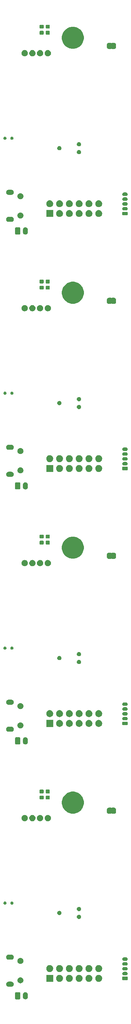
<source format=gbs>
%MOIN*%
%OFA0B0*%
%FSLAX46Y46*%
%IPPOS*%
%LPD*%
%ADD10C,0.0059*%
%ADD21C,0.0059*%
%ADD22C,0.0059*%
%ADD23C,0.0059*%
D10*
G36*
X0000249118Y0000272620D02*
G01*
X0000252299Y0000271655D01*
X0000253950Y0000271155D01*
X0000258402Y0000268775D01*
X0000262305Y0000265572D01*
X0000265508Y0000261669D01*
X0000267887Y0000257217D01*
X0000268269Y0000255960D01*
X0000269353Y0000252386D01*
X0000269724Y0000248620D01*
X0000269724Y0000224449D01*
X0000269353Y0000220683D01*
X0000268269Y0000217109D01*
X0000267887Y0000215852D01*
X0000265508Y0000211400D01*
X0000262305Y0000207497D01*
X0000258402Y0000204294D01*
X0000253950Y0000201914D01*
X0000252693Y0000201533D01*
X0000249118Y0000200449D01*
X0000244094Y0000199954D01*
X0000239070Y0000200449D01*
X0000235495Y0000201533D01*
X0000234238Y0000201914D01*
X0000229786Y0000204294D01*
X0000225883Y0000207497D01*
X0000222680Y0000211400D01*
X0000222680Y0000211400D01*
X0000220301Y0000215852D01*
X0000220300Y0000215852D01*
X0000219812Y0000217462D01*
X0000218835Y0000220683D01*
X0000218464Y0000224449D01*
X0000218464Y0000248620D01*
X0000218835Y0000252385D01*
X0000220300Y0000257217D01*
X0000220301Y0000257217D01*
X0000222680Y0000261669D01*
X0000225883Y0000265572D01*
X0000229786Y0000268775D01*
X0000234238Y0000271155D01*
X0000235889Y0000271655D01*
X0000239070Y0000272620D01*
X0000244094Y0000273115D01*
X0000249118Y0000272620D01*
G37*
G36*
X0000184694Y0000272818D02*
G01*
X0000186155Y0000272375D01*
X0000187500Y0000271655D01*
X0000188680Y0000270687D01*
X0000189648Y0000269507D01*
X0000190367Y0000268162D01*
X0000190810Y0000266701D01*
X0000190984Y0000264941D01*
X0000190984Y0000208128D01*
X0000190810Y0000206367D01*
X0000190367Y0000204907D01*
X0000189648Y0000203561D01*
X0000188680Y0000202382D01*
X0000187500Y0000201413D01*
X0000186155Y0000200694D01*
X0000184694Y0000200251D01*
X0000182934Y0000200078D01*
X0000147774Y0000200078D01*
X0000146014Y0000200251D01*
X0000144553Y0000200694D01*
X0000143208Y0000201413D01*
X0000142028Y0000202382D01*
X0000141060Y0000203561D01*
X0000140340Y0000204907D01*
X0000139897Y0000206367D01*
X0000139724Y0000208128D01*
X0000139724Y0000264941D01*
X0000139897Y0000266701D01*
X0000140340Y0000268162D01*
X0000141060Y0000269507D01*
X0000142028Y0000270687D01*
X0000143208Y0000271655D01*
X0000144553Y0000272375D01*
X0000146014Y0000272818D01*
X0000147774Y0000272991D01*
X0000182934Y0000272991D01*
X0000184694Y0000272818D01*
G37*
G36*
X0000102907Y0000380151D02*
G01*
X0000105418Y0000379904D01*
X0000108992Y0000378819D01*
X0000110249Y0000378438D01*
X0000114701Y0000376058D01*
X0000118604Y0000372855D01*
X0000121807Y0000368953D01*
X0000124187Y0000364500D01*
X0000124187Y0000364500D01*
X0000125652Y0000359669D01*
X0000126147Y0000354645D01*
X0000125652Y0000349620D01*
X0000124568Y0000346046D01*
X0000124187Y0000344789D01*
X0000121807Y0000340337D01*
X0000118604Y0000336434D01*
X0000114701Y0000333231D01*
X0000110249Y0000330851D01*
X0000108992Y0000330470D01*
X0000105418Y0000329386D01*
X0000102907Y0000329138D01*
X0000101652Y0000329015D01*
X0000071575Y0000329015D01*
X0000070320Y0000329138D01*
X0000067810Y0000329386D01*
X0000064236Y0000330470D01*
X0000062978Y0000330851D01*
X0000058526Y0000333231D01*
X0000054623Y0000336434D01*
X0000051421Y0000340337D01*
X0000049041Y0000344789D01*
X0000048659Y0000346046D01*
X0000047575Y0000349620D01*
X0000047080Y0000354645D01*
X0000047575Y0000359669D01*
X0000049041Y0000364500D01*
X0000049041Y0000364500D01*
X0000051421Y0000368953D01*
X0000054623Y0000372855D01*
X0000058526Y0000376058D01*
X0000062978Y0000378438D01*
X0000064236Y0000378819D01*
X0000067810Y0000379904D01*
X0000070320Y0000380151D01*
X0000071575Y0000380275D01*
X0000101652Y0000380275D01*
X0000102907Y0000380151D01*
G37*
G36*
X0000201824Y0000423392D02*
G01*
X0000201824Y0000423392D01*
X0000201824Y0000423392D01*
X0000207384Y0000421089D01*
X0000207384Y0000421089D01*
X0000212388Y0000417745D01*
X0000216644Y0000413490D01*
X0000218838Y0000410206D01*
X0000219987Y0000408486D01*
X0000222290Y0000402926D01*
X0000222290Y0000402926D01*
X0000223302Y0000397840D01*
X0000223464Y0000397024D01*
X0000223464Y0000391006D01*
X0000222290Y0000385103D01*
X0000219987Y0000379543D01*
X0000219987Y0000379543D01*
X0000216644Y0000374540D01*
X0000212388Y0000370284D01*
X0000207384Y0000366941D01*
X0000207384Y0000366941D01*
X0000201824Y0000364638D01*
X0000201824Y0000364638D01*
X0000201824Y0000364638D01*
X0000195922Y0000363464D01*
X0000189904Y0000363464D01*
X0000184002Y0000364638D01*
X0000184001Y0000364638D01*
X0000184001Y0000364638D01*
X0000178441Y0000366941D01*
X0000178441Y0000366941D01*
X0000173438Y0000370284D01*
X0000169182Y0000374540D01*
X0000165839Y0000379543D01*
X0000165839Y0000379543D01*
X0000163536Y0000385103D01*
X0000162362Y0000391006D01*
X0000162362Y0000397024D01*
X0000162524Y0000397840D01*
X0000163536Y0000402926D01*
X0000163536Y0000402926D01*
X0000165839Y0000408486D01*
X0000166988Y0000410206D01*
X0000169182Y0000413490D01*
X0000173438Y0000417745D01*
X0000178441Y0000421089D01*
X0000178441Y0000421089D01*
X0000184001Y0000423392D01*
X0000184001Y0000423392D01*
X0000184002Y0000423392D01*
X0000189904Y0000424566D01*
X0000195922Y0000424566D01*
X0000201824Y0000423392D01*
G37*
G36*
X0000596594Y0000448978D02*
G01*
X0000602472Y0000447809D01*
X0000608928Y0000445135D01*
X0000614738Y0000441253D01*
X0000619679Y0000436312D01*
X0000623561Y0000430502D01*
X0000626235Y0000424047D01*
X0000627598Y0000417194D01*
X0000627598Y0000410206D01*
X0000626235Y0000403353D01*
X0000623561Y0000396897D01*
X0000619679Y0000391087D01*
X0000614738Y0000386147D01*
X0000608928Y0000382265D01*
X0000602472Y0000379590D01*
X0000596679Y0000378438D01*
X0000595619Y0000378227D01*
X0000588632Y0000378227D01*
X0000587572Y0000378438D01*
X0000581779Y0000379590D01*
X0000575323Y0000382265D01*
X0000569513Y0000386147D01*
X0000564572Y0000391087D01*
X0000560690Y0000396897D01*
X0000558016Y0000403353D01*
X0000556653Y0000410206D01*
X0000556653Y0000417194D01*
X0000558016Y0000424047D01*
X0000560690Y0000430502D01*
X0000564572Y0000436312D01*
X0000569513Y0000441253D01*
X0000575323Y0000445135D01*
X0000581779Y0000447809D01*
X0000587657Y0000448978D01*
X0000588632Y0000449172D01*
X0000595619Y0000449172D01*
X0000596594Y0000448978D01*
G37*
G36*
X0000527598Y0000378227D02*
G01*
X0000456653Y0000378227D01*
X0000456653Y0000449172D01*
X0000527598Y0000449172D01*
X0000527598Y0000378227D01*
G37*
G36*
X0000796594Y0000448978D02*
G01*
X0000802472Y0000447809D01*
X0000808928Y0000445135D01*
X0000814738Y0000441253D01*
X0000819679Y0000436312D01*
X0000823561Y0000430502D01*
X0000826235Y0000424047D01*
X0000827598Y0000417194D01*
X0000827598Y0000410206D01*
X0000826235Y0000403353D01*
X0000823561Y0000396897D01*
X0000819679Y0000391087D01*
X0000814738Y0000386147D01*
X0000808928Y0000382265D01*
X0000802472Y0000379590D01*
X0000796679Y0000378438D01*
X0000795619Y0000378227D01*
X0000788632Y0000378227D01*
X0000787572Y0000378438D01*
X0000781779Y0000379590D01*
X0000775323Y0000382265D01*
X0000769513Y0000386147D01*
X0000764572Y0000391087D01*
X0000760690Y0000396897D01*
X0000758016Y0000403353D01*
X0000756653Y0000410206D01*
X0000756653Y0000417194D01*
X0000758016Y0000424047D01*
X0000760690Y0000430502D01*
X0000764572Y0000436312D01*
X0000769513Y0000441253D01*
X0000775323Y0000445135D01*
X0000781779Y0000447809D01*
X0000787657Y0000448978D01*
X0000788632Y0000449172D01*
X0000795619Y0000449172D01*
X0000796594Y0000448978D01*
G37*
G36*
X0000896594Y0000448978D02*
G01*
X0000902472Y0000447809D01*
X0000908928Y0000445135D01*
X0000914738Y0000441253D01*
X0000919679Y0000436312D01*
X0000923561Y0000430502D01*
X0000926235Y0000424047D01*
X0000927598Y0000417194D01*
X0000927598Y0000410206D01*
X0000926235Y0000403353D01*
X0000923561Y0000396897D01*
X0000919679Y0000391087D01*
X0000914738Y0000386147D01*
X0000908928Y0000382265D01*
X0000902472Y0000379590D01*
X0000896679Y0000378438D01*
X0000895619Y0000378227D01*
X0000888632Y0000378227D01*
X0000887572Y0000378438D01*
X0000881779Y0000379590D01*
X0000875323Y0000382265D01*
X0000869513Y0000386147D01*
X0000864572Y0000391087D01*
X0000860690Y0000396897D01*
X0000858016Y0000403353D01*
X0000856653Y0000410206D01*
X0000856653Y0000417194D01*
X0000858016Y0000424047D01*
X0000860690Y0000430502D01*
X0000864572Y0000436312D01*
X0000869513Y0000441253D01*
X0000875323Y0000445135D01*
X0000881779Y0000447809D01*
X0000887657Y0000448978D01*
X0000888632Y0000449172D01*
X0000895619Y0000449172D01*
X0000896594Y0000448978D01*
G37*
G36*
X0000996594Y0000448978D02*
G01*
X0001002472Y0000447809D01*
X0001008928Y0000445135D01*
X0001014738Y0000441253D01*
X0001019679Y0000436312D01*
X0001023561Y0000430502D01*
X0001026235Y0000424047D01*
X0001027598Y0000417194D01*
X0001027598Y0000410206D01*
X0001026235Y0000403353D01*
X0001023561Y0000396897D01*
X0001019679Y0000391087D01*
X0001014738Y0000386147D01*
X0001008928Y0000382265D01*
X0001002472Y0000379590D01*
X0000996679Y0000378438D01*
X0000995619Y0000378227D01*
X0000988632Y0000378227D01*
X0000987572Y0000378438D01*
X0000981779Y0000379590D01*
X0000975323Y0000382265D01*
X0000969513Y0000386147D01*
X0000964572Y0000391087D01*
X0000960690Y0000396897D01*
X0000958016Y0000403353D01*
X0000956653Y0000410206D01*
X0000956653Y0000417194D01*
X0000958016Y0000424047D01*
X0000960690Y0000430502D01*
X0000964572Y0000436312D01*
X0000969513Y0000441253D01*
X0000975323Y0000445135D01*
X0000981779Y0000447809D01*
X0000987657Y0000448978D01*
X0000988632Y0000449172D01*
X0000995619Y0000449172D01*
X0000996594Y0000448978D01*
G37*
G36*
X0000696594Y0000448978D02*
G01*
X0000702472Y0000447809D01*
X0000708928Y0000445135D01*
X0000714738Y0000441253D01*
X0000719679Y0000436312D01*
X0000723561Y0000430502D01*
X0000726235Y0000424047D01*
X0000727598Y0000417194D01*
X0000727598Y0000410206D01*
X0000726235Y0000403353D01*
X0000723561Y0000396897D01*
X0000719679Y0000391087D01*
X0000714738Y0000386147D01*
X0000708928Y0000382265D01*
X0000702472Y0000379590D01*
X0000696679Y0000378438D01*
X0000695619Y0000378227D01*
X0000688632Y0000378227D01*
X0000687572Y0000378438D01*
X0000681779Y0000379590D01*
X0000675323Y0000382265D01*
X0000669513Y0000386147D01*
X0000664572Y0000391087D01*
X0000660690Y0000396897D01*
X0000658016Y0000403353D01*
X0000656653Y0000410206D01*
X0000656653Y0000417194D01*
X0000658016Y0000424047D01*
X0000660690Y0000430502D01*
X0000664572Y0000436312D01*
X0000669513Y0000441253D01*
X0000675323Y0000445135D01*
X0000681779Y0000447809D01*
X0000687657Y0000448978D01*
X0000688632Y0000449172D01*
X0000695619Y0000449172D01*
X0000696594Y0000448978D01*
G37*
G36*
X0001282270Y0000431309D02*
G01*
X0001283470Y0000430945D01*
X0001284575Y0000430354D01*
X0001285544Y0000429559D01*
X0001286339Y0000428590D01*
X0001286930Y0000427485D01*
X0001287294Y0000426286D01*
X0001287440Y0000424797D01*
X0001287440Y0000402603D01*
X0001287294Y0000401114D01*
X0001286930Y0000399915D01*
X0001286339Y0000398809D01*
X0001285544Y0000397840D01*
X0001284575Y0000397045D01*
X0001283470Y0000396454D01*
X0001282270Y0000396091D01*
X0001280781Y0000395944D01*
X0001238903Y0000395944D01*
X0001237414Y0000396091D01*
X0001236214Y0000396454D01*
X0001235109Y0000397045D01*
X0001234140Y0000397840D01*
X0001233345Y0000398809D01*
X0001232754Y0000399915D01*
X0001232390Y0000401114D01*
X0001232244Y0000402603D01*
X0001232244Y0000424797D01*
X0001232390Y0000426286D01*
X0001232754Y0000427485D01*
X0001233345Y0000428590D01*
X0001234140Y0000429559D01*
X0001235109Y0000430354D01*
X0001236214Y0000430945D01*
X0001237414Y0000431309D01*
X0001238903Y0000431456D01*
X0001280781Y0000431456D01*
X0001282270Y0000431309D01*
G37*
G36*
X0001273165Y0000480411D02*
G01*
X0001276512Y0000479396D01*
X0001279597Y0000477747D01*
X0001282301Y0000475528D01*
X0001284519Y0000472825D01*
X0001286168Y0000469740D01*
X0001287184Y0000466393D01*
X0001287526Y0000462912D01*
X0001287184Y0000459432D01*
X0001286168Y0000456085D01*
X0001284519Y0000453000D01*
X0001282301Y0000450296D01*
X0001279597Y0000448077D01*
X0001276512Y0000446429D01*
X0001273165Y0000445413D01*
X0001270557Y0000445156D01*
X0001249127Y0000445156D01*
X0001246519Y0000445413D01*
X0001243172Y0000446429D01*
X0001240087Y0000448077D01*
X0001237383Y0000450296D01*
X0001235165Y0000453000D01*
X0001233516Y0000456085D01*
X0001232500Y0000459432D01*
X0001232158Y0000462912D01*
X0001232500Y0000466393D01*
X0001233516Y0000469740D01*
X0001235165Y0000472825D01*
X0001237383Y0000475528D01*
X0001240087Y0000477747D01*
X0001243172Y0000479396D01*
X0001246519Y0000480411D01*
X0001249127Y0000480668D01*
X0001270557Y0000480668D01*
X0001273165Y0000480411D01*
G37*
G36*
X0000696594Y0000548978D02*
G01*
X0000702472Y0000547809D01*
X0000708928Y0000545135D01*
X0000714738Y0000541253D01*
X0000719679Y0000536312D01*
X0000723561Y0000530502D01*
X0000726235Y0000524047D01*
X0000727598Y0000517194D01*
X0000727598Y0000510206D01*
X0000726235Y0000503353D01*
X0000723561Y0000496897D01*
X0000719679Y0000491087D01*
X0000714738Y0000486147D01*
X0000708928Y0000482265D01*
X0000702472Y0000479590D01*
X0000696594Y0000478421D01*
X0000695619Y0000478227D01*
X0000688632Y0000478227D01*
X0000687657Y0000478421D01*
X0000681779Y0000479590D01*
X0000675323Y0000482265D01*
X0000669513Y0000486147D01*
X0000664572Y0000491087D01*
X0000660690Y0000496897D01*
X0000658016Y0000503353D01*
X0000656653Y0000510206D01*
X0000656653Y0000517194D01*
X0000658016Y0000524047D01*
X0000660690Y0000530502D01*
X0000664572Y0000536312D01*
X0000669513Y0000541253D01*
X0000675323Y0000545135D01*
X0000681779Y0000547809D01*
X0000687657Y0000548978D01*
X0000688632Y0000549172D01*
X0000695619Y0000549172D01*
X0000696594Y0000548978D01*
G37*
G36*
X0000796594Y0000548978D02*
G01*
X0000802472Y0000547809D01*
X0000808928Y0000545135D01*
X0000814738Y0000541253D01*
X0000819679Y0000536312D01*
X0000823561Y0000530502D01*
X0000826235Y0000524047D01*
X0000827598Y0000517194D01*
X0000827598Y0000510206D01*
X0000826235Y0000503353D01*
X0000823561Y0000496897D01*
X0000819679Y0000491087D01*
X0000814738Y0000486147D01*
X0000808928Y0000482265D01*
X0000802472Y0000479590D01*
X0000796594Y0000478421D01*
X0000795619Y0000478227D01*
X0000788632Y0000478227D01*
X0000787657Y0000478421D01*
X0000781779Y0000479590D01*
X0000775323Y0000482265D01*
X0000769513Y0000486147D01*
X0000764572Y0000491087D01*
X0000760690Y0000496897D01*
X0000758016Y0000503353D01*
X0000756653Y0000510206D01*
X0000756653Y0000517194D01*
X0000758016Y0000524047D01*
X0000760690Y0000530502D01*
X0000764572Y0000536312D01*
X0000769513Y0000541253D01*
X0000775323Y0000545135D01*
X0000781779Y0000547809D01*
X0000787657Y0000548978D01*
X0000788632Y0000549172D01*
X0000795619Y0000549172D01*
X0000796594Y0000548978D01*
G37*
G36*
X0000896594Y0000548978D02*
G01*
X0000902472Y0000547809D01*
X0000908928Y0000545135D01*
X0000914738Y0000541253D01*
X0000919679Y0000536312D01*
X0000923561Y0000530502D01*
X0000926235Y0000524047D01*
X0000927598Y0000517194D01*
X0000927598Y0000510206D01*
X0000926235Y0000503353D01*
X0000923561Y0000496897D01*
X0000919679Y0000491087D01*
X0000914738Y0000486147D01*
X0000908928Y0000482265D01*
X0000902472Y0000479590D01*
X0000896594Y0000478421D01*
X0000895619Y0000478227D01*
X0000888632Y0000478227D01*
X0000887657Y0000478421D01*
X0000881779Y0000479590D01*
X0000875323Y0000482265D01*
X0000869513Y0000486147D01*
X0000864572Y0000491087D01*
X0000860690Y0000496897D01*
X0000858016Y0000503353D01*
X0000856653Y0000510206D01*
X0000856653Y0000517194D01*
X0000858016Y0000524047D01*
X0000860690Y0000530502D01*
X0000864572Y0000536312D01*
X0000869513Y0000541253D01*
X0000875323Y0000545135D01*
X0000881779Y0000547809D01*
X0000887657Y0000548978D01*
X0000888632Y0000549172D01*
X0000895619Y0000549172D01*
X0000896594Y0000548978D01*
G37*
G36*
X0000496594Y0000548978D02*
G01*
X0000502472Y0000547809D01*
X0000508928Y0000545135D01*
X0000514738Y0000541253D01*
X0000519679Y0000536312D01*
X0000523561Y0000530502D01*
X0000526235Y0000524047D01*
X0000527598Y0000517194D01*
X0000527598Y0000510206D01*
X0000526235Y0000503353D01*
X0000523561Y0000496897D01*
X0000519679Y0000491087D01*
X0000514738Y0000486147D01*
X0000508928Y0000482265D01*
X0000502472Y0000479590D01*
X0000496594Y0000478421D01*
X0000495619Y0000478227D01*
X0000488632Y0000478227D01*
X0000487657Y0000478421D01*
X0000481779Y0000479590D01*
X0000475323Y0000482265D01*
X0000469513Y0000486147D01*
X0000464572Y0000491087D01*
X0000460690Y0000496897D01*
X0000458016Y0000503353D01*
X0000456653Y0000510206D01*
X0000456653Y0000517194D01*
X0000458016Y0000524047D01*
X0000460690Y0000530502D01*
X0000464572Y0000536312D01*
X0000469513Y0000541253D01*
X0000475323Y0000545135D01*
X0000481779Y0000547809D01*
X0000487657Y0000548978D01*
X0000488632Y0000549172D01*
X0000495619Y0000549172D01*
X0000496594Y0000548978D01*
G37*
G36*
X0000596594Y0000548978D02*
G01*
X0000602472Y0000547809D01*
X0000608928Y0000545135D01*
X0000614738Y0000541253D01*
X0000619679Y0000536312D01*
X0000623561Y0000530502D01*
X0000626235Y0000524047D01*
X0000627598Y0000517194D01*
X0000627598Y0000510206D01*
X0000626235Y0000503353D01*
X0000623561Y0000496897D01*
X0000619679Y0000491087D01*
X0000614738Y0000486147D01*
X0000608928Y0000482265D01*
X0000602472Y0000479590D01*
X0000596594Y0000478421D01*
X0000595619Y0000478227D01*
X0000588632Y0000478227D01*
X0000587657Y0000478421D01*
X0000581779Y0000479590D01*
X0000575323Y0000482265D01*
X0000569513Y0000486147D01*
X0000564572Y0000491087D01*
X0000560690Y0000496897D01*
X0000558016Y0000503353D01*
X0000556653Y0000510206D01*
X0000556653Y0000517194D01*
X0000558016Y0000524047D01*
X0000560690Y0000530502D01*
X0000564572Y0000536312D01*
X0000569513Y0000541253D01*
X0000575323Y0000545135D01*
X0000581779Y0000547809D01*
X0000587657Y0000548978D01*
X0000588632Y0000549172D01*
X0000595619Y0000549172D01*
X0000596594Y0000548978D01*
G37*
G36*
X0000996594Y0000548978D02*
G01*
X0001002472Y0000547809D01*
X0001008928Y0000545135D01*
X0001014738Y0000541253D01*
X0001019679Y0000536312D01*
X0001023561Y0000530502D01*
X0001026235Y0000524047D01*
X0001027598Y0000517194D01*
X0001027598Y0000510206D01*
X0001026235Y0000503353D01*
X0001023561Y0000496897D01*
X0001019679Y0000491087D01*
X0001014738Y0000486147D01*
X0001008928Y0000482265D01*
X0001002472Y0000479590D01*
X0000996594Y0000478421D01*
X0000995619Y0000478227D01*
X0000988632Y0000478227D01*
X0000987657Y0000478421D01*
X0000981779Y0000479590D01*
X0000975323Y0000482265D01*
X0000969513Y0000486147D01*
X0000964572Y0000491087D01*
X0000960690Y0000496897D01*
X0000958016Y0000503353D01*
X0000956653Y0000510206D01*
X0000956653Y0000517194D01*
X0000958016Y0000524047D01*
X0000960690Y0000530502D01*
X0000964572Y0000536312D01*
X0000969513Y0000541253D01*
X0000975323Y0000545135D01*
X0000981779Y0000547809D01*
X0000987657Y0000548978D01*
X0000988632Y0000549172D01*
X0000995619Y0000549172D01*
X0000996594Y0000548978D01*
G37*
G36*
X0001273165Y0000529624D02*
G01*
X0001276512Y0000528609D01*
X0001279597Y0000526960D01*
X0001282301Y0000524741D01*
X0001284519Y0000522037D01*
X0001286168Y0000518953D01*
X0001287184Y0000515606D01*
X0001287526Y0000512125D01*
X0001287184Y0000508644D01*
X0001286168Y0000505297D01*
X0001284519Y0000502213D01*
X0001282301Y0000499509D01*
X0001279597Y0000497290D01*
X0001276512Y0000495641D01*
X0001273165Y0000494626D01*
X0001270557Y0000494369D01*
X0001249127Y0000494369D01*
X0001246519Y0000494626D01*
X0001243172Y0000495641D01*
X0001240087Y0000497290D01*
X0001237383Y0000499509D01*
X0001235165Y0000502213D01*
X0001233516Y0000505297D01*
X0001232500Y0000508644D01*
X0001232158Y0000512125D01*
X0001232500Y0000515606D01*
X0001233516Y0000518953D01*
X0001235165Y0000522037D01*
X0001237383Y0000524741D01*
X0001240087Y0000526960D01*
X0001243172Y0000528609D01*
X0001246519Y0000529624D01*
X0001249127Y0000529881D01*
X0001270557Y0000529881D01*
X0001273165Y0000529624D01*
G37*
G36*
X0001273165Y0000578837D02*
G01*
X0001276512Y0000577821D01*
X0001279597Y0000576172D01*
X0001282301Y0000573954D01*
X0001284519Y0000571250D01*
X0001286168Y0000568165D01*
X0001287184Y0000564818D01*
X0001287526Y0000561338D01*
X0001287184Y0000557857D01*
X0001286168Y0000554510D01*
X0001284519Y0000551425D01*
X0001282301Y0000548721D01*
X0001279597Y0000546503D01*
X0001276512Y0000544854D01*
X0001273165Y0000543839D01*
X0001270557Y0000543582D01*
X0001249127Y0000543582D01*
X0001246519Y0000543839D01*
X0001243172Y0000544854D01*
X0001240087Y0000546503D01*
X0001237383Y0000548721D01*
X0001235165Y0000551425D01*
X0001233516Y0000554510D01*
X0001232500Y0000557857D01*
X0001232158Y0000561338D01*
X0001232500Y0000564818D01*
X0001233516Y0000568165D01*
X0001235165Y0000571250D01*
X0001237383Y0000573954D01*
X0001240087Y0000576172D01*
X0001243172Y0000577821D01*
X0001246519Y0000578837D01*
X0001249127Y0000579093D01*
X0001270557Y0000579093D01*
X0001273165Y0000578837D01*
G37*
G36*
X0000201824Y0000620242D02*
G01*
X0000201824Y0000620242D01*
X0000201824Y0000620242D01*
X0000207384Y0000617939D01*
X0000207384Y0000617939D01*
X0000212388Y0000614596D01*
X0000216644Y0000610340D01*
X0000219987Y0000605337D01*
X0000219987Y0000605337D01*
X0000222290Y0000599777D01*
X0000222290Y0000599776D01*
X0000223464Y0000593874D01*
X0000223464Y0000587856D01*
X0000222290Y0000581954D01*
X0000219987Y0000576394D01*
X0000219987Y0000576394D01*
X0000216644Y0000571390D01*
X0000212388Y0000567134D01*
X0000208922Y0000564818D01*
X0000207384Y0000563791D01*
X0000201824Y0000561488D01*
X0000201824Y0000561488D01*
X0000201824Y0000561488D01*
X0000195922Y0000560314D01*
X0000189904Y0000560314D01*
X0000184002Y0000561488D01*
X0000184001Y0000561488D01*
X0000184001Y0000561488D01*
X0000178441Y0000563791D01*
X0000176904Y0000564818D01*
X0000173438Y0000567134D01*
X0000169182Y0000571390D01*
X0000165839Y0000576394D01*
X0000165839Y0000576394D01*
X0000163536Y0000581954D01*
X0000162362Y0000587856D01*
X0000162362Y0000593874D01*
X0000163536Y0000599776D01*
X0000163536Y0000599777D01*
X0000165839Y0000605337D01*
X0000165839Y0000605337D01*
X0000169182Y0000610340D01*
X0000173438Y0000614596D01*
X0000178441Y0000617939D01*
X0000178441Y0000617939D01*
X0000184001Y0000620242D01*
X0000184001Y0000620242D01*
X0000184002Y0000620242D01*
X0000189904Y0000621416D01*
X0000195922Y0000621416D01*
X0000201824Y0000620242D01*
G37*
G36*
X0001273165Y0000628049D02*
G01*
X0001276512Y0000627034D01*
X0001279597Y0000625385D01*
X0001282301Y0000623166D01*
X0001284519Y0000620463D01*
X0001286168Y0000617378D01*
X0001287184Y0000614031D01*
X0001287526Y0000610550D01*
X0001287184Y0000607069D01*
X0001286168Y0000603722D01*
X0001284519Y0000600638D01*
X0001282301Y0000597934D01*
X0001279597Y0000595715D01*
X0001276512Y0000594066D01*
X0001273165Y0000593051D01*
X0001270557Y0000592794D01*
X0001249127Y0000592794D01*
X0001246519Y0000593051D01*
X0001243172Y0000594066D01*
X0001240087Y0000595715D01*
X0001237383Y0000597934D01*
X0001235165Y0000600638D01*
X0001233516Y0000603722D01*
X0001232500Y0000607069D01*
X0001232158Y0000610550D01*
X0001232500Y0000614031D01*
X0001233516Y0000617378D01*
X0001235165Y0000620463D01*
X0001237383Y0000623166D01*
X0001240087Y0000625385D01*
X0001243172Y0000627034D01*
X0001246519Y0000628049D01*
X0001249127Y0000628306D01*
X0001270557Y0000628306D01*
X0001273165Y0000628049D01*
G37*
G36*
X0000102907Y0000655742D02*
G01*
X0000105418Y0000655494D01*
X0000108992Y0000654410D01*
X0000110249Y0000654029D01*
X0000114701Y0000651649D01*
X0000118604Y0000648446D01*
X0000121807Y0000644543D01*
X0000124187Y0000640091D01*
X0000124187Y0000640091D01*
X0000125652Y0000635260D01*
X0000126147Y0000630235D01*
X0000125652Y0000625211D01*
X0000125032Y0000623166D01*
X0000124187Y0000620379D01*
X0000121807Y0000615927D01*
X0000118604Y0000612024D01*
X0000114701Y0000608822D01*
X0000110249Y0000606442D01*
X0000108992Y0000606060D01*
X0000105418Y0000604976D01*
X0000102907Y0000604729D01*
X0000101652Y0000604605D01*
X0000071575Y0000604605D01*
X0000070320Y0000604729D01*
X0000067810Y0000604976D01*
X0000064236Y0000606060D01*
X0000062978Y0000606442D01*
X0000058526Y0000608822D01*
X0000054623Y0000612024D01*
X0000051421Y0000615927D01*
X0000049041Y0000620379D01*
X0000048195Y0000623166D01*
X0000047575Y0000625211D01*
X0000047080Y0000630235D01*
X0000047575Y0000635260D01*
X0000049041Y0000640091D01*
X0000049041Y0000640091D01*
X0000051421Y0000644543D01*
X0000054623Y0000648446D01*
X0000058526Y0000651649D01*
X0000062978Y0000654029D01*
X0000064236Y0000654410D01*
X0000067810Y0000655494D01*
X0000070320Y0000655742D01*
X0000071575Y0000655865D01*
X0000101652Y0000655865D01*
X0000102907Y0000655742D01*
G37*
G36*
X0000794353Y0001061527D02*
G01*
X0000796431Y0001061113D01*
X0000800345Y0001059492D01*
X0000803867Y0001057138D01*
X0000806863Y0001054143D01*
X0000809217Y0001050620D01*
X0000810838Y0001046706D01*
X0000811665Y0001042550D01*
X0000811665Y0001038314D01*
X0000810838Y0001034158D01*
X0000809217Y0001030244D01*
X0000806863Y0001026722D01*
X0000803867Y0001023726D01*
X0000800345Y0001021372D01*
X0000796431Y0001019751D01*
X0000794353Y0001019337D01*
X0000792275Y0001018924D01*
X0000788039Y0001018924D01*
X0000785961Y0001019337D01*
X0000783883Y0001019751D01*
X0000779969Y0001021372D01*
X0000776447Y0001023726D01*
X0000773451Y0001026722D01*
X0000771097Y0001030244D01*
X0000769476Y0001034158D01*
X0000768649Y0001038314D01*
X0000768649Y0001042550D01*
X0000769476Y0001046706D01*
X0000771097Y0001050620D01*
X0000773451Y0001054143D01*
X0000776447Y0001057138D01*
X0000779969Y0001059492D01*
X0000783883Y0001061113D01*
X0000785961Y0001061527D01*
X0000788039Y0001061940D01*
X0000792275Y0001061940D01*
X0000794353Y0001061527D01*
G37*
G36*
X0000594353Y0001101527D02*
G01*
X0000596431Y0001101113D01*
X0000600345Y0001099492D01*
X0000603867Y0001097138D01*
X0000606863Y0001094143D01*
X0000609217Y0001090620D01*
X0000610838Y0001086706D01*
X0000611665Y0001082550D01*
X0000611665Y0001078314D01*
X0000610838Y0001074158D01*
X0000609217Y0001070244D01*
X0000606863Y0001066722D01*
X0000603867Y0001063726D01*
X0000600345Y0001061372D01*
X0000596431Y0001059751D01*
X0000595130Y0001059492D01*
X0000592275Y0001058924D01*
X0000588039Y0001058924D01*
X0000585184Y0001059492D01*
X0000583883Y0001059751D01*
X0000579969Y0001061372D01*
X0000576447Y0001063726D01*
X0000573451Y0001066722D01*
X0000571097Y0001070244D01*
X0000569476Y0001074158D01*
X0000568649Y0001078314D01*
X0000568649Y0001082550D01*
X0000569476Y0001086706D01*
X0000571097Y0001090620D01*
X0000573451Y0001094143D01*
X0000576447Y0001097138D01*
X0000579969Y0001099492D01*
X0000583883Y0001101113D01*
X0000585961Y0001101527D01*
X0000588039Y0001101940D01*
X0000592275Y0001101940D01*
X0000594353Y0001101527D01*
G37*
G36*
X0000794353Y0001141527D02*
G01*
X0000796431Y0001141113D01*
X0000800345Y0001139492D01*
X0000803867Y0001137138D01*
X0000806863Y0001134143D01*
X0000809217Y0001130620D01*
X0000810838Y0001126706D01*
X0000811665Y0001122550D01*
X0000811665Y0001118314D01*
X0000810838Y0001114158D01*
X0000809217Y0001110244D01*
X0000806863Y0001106722D01*
X0000803867Y0001103726D01*
X0000800345Y0001101372D01*
X0000796431Y0001099751D01*
X0000795130Y0001099492D01*
X0000792275Y0001098924D01*
X0000788039Y0001098924D01*
X0000785184Y0001099492D01*
X0000783883Y0001099751D01*
X0000779969Y0001101372D01*
X0000776447Y0001103726D01*
X0000773451Y0001106722D01*
X0000771097Y0001110244D01*
X0000769476Y0001114158D01*
X0000768649Y0001118314D01*
X0000768649Y0001122550D01*
X0000769476Y0001126706D01*
X0000771097Y0001130620D01*
X0000773451Y0001134143D01*
X0000776447Y0001137138D01*
X0000779969Y0001139492D01*
X0000783883Y0001141113D01*
X0000785961Y0001141527D01*
X0000788039Y0001141940D01*
X0000792275Y0001141940D01*
X0000794353Y0001141527D01*
G37*
G36*
X0000038513Y0001196900D02*
G01*
X0000040038Y0001196597D01*
X0000041228Y0001196104D01*
X0000042911Y0001195407D01*
X0000045496Y0001193679D01*
X0000047695Y0001191480D01*
X0000049423Y0001188894D01*
X0000050613Y0001186021D01*
X0000051220Y0001182971D01*
X0000051220Y0001179861D01*
X0000050613Y0001176811D01*
X0000049423Y0001173938D01*
X0000047695Y0001171352D01*
X0000045496Y0001169153D01*
X0000042911Y0001167426D01*
X0000041228Y0001166729D01*
X0000040038Y0001166236D01*
X0000038513Y0001165932D01*
X0000036988Y0001165629D01*
X0000033878Y0001165629D01*
X0000032353Y0001165932D01*
X0000030828Y0001166236D01*
X0000029637Y0001166729D01*
X0000027954Y0001167426D01*
X0000025369Y0001169153D01*
X0000023170Y0001171352D01*
X0000021442Y0001173938D01*
X0000020252Y0001176811D01*
X0000019645Y0001179861D01*
X0000019645Y0001182971D01*
X0000020252Y0001186021D01*
X0000021442Y0001188894D01*
X0000023170Y0001191480D01*
X0000025369Y0001193679D01*
X0000027954Y0001195407D01*
X0000029637Y0001196104D01*
X0000030828Y0001196597D01*
X0000032353Y0001196900D01*
X0000033878Y0001197204D01*
X0000036988Y0001197204D01*
X0000038513Y0001196900D01*
G37*
G36*
X0000109379Y0001196900D02*
G01*
X0000110904Y0001196597D01*
X0000112094Y0001196104D01*
X0000113777Y0001195407D01*
X0000116363Y0001193679D01*
X0000118562Y0001191480D01*
X0000120289Y0001188894D01*
X0000121479Y0001186021D01*
X0000122086Y0001182971D01*
X0000122086Y0001179861D01*
X0000121479Y0001176811D01*
X0000120289Y0001173938D01*
X0000118562Y0001171352D01*
X0000116363Y0001169153D01*
X0000113777Y0001167426D01*
X0000112094Y0001166729D01*
X0000110904Y0001166236D01*
X0000109379Y0001165932D01*
X0000107854Y0001165629D01*
X0000104744Y0001165629D01*
X0000103219Y0001165932D01*
X0000101694Y0001166236D01*
X0000100504Y0001166729D01*
X0000098821Y0001167426D01*
X0000096235Y0001169153D01*
X0000094036Y0001171352D01*
X0000092308Y0001173938D01*
X0000091118Y0001176811D01*
X0000090511Y0001179861D01*
X0000090511Y0001182971D01*
X0000091118Y0001186021D01*
X0000092308Y0001188894D01*
X0000094036Y0001191480D01*
X0000096235Y0001193679D01*
X0000098821Y0001195407D01*
X0000100504Y0001196104D01*
X0000101694Y0001196597D01*
X0000103219Y0001196900D01*
X0000104744Y0001197204D01*
X0000107854Y0001197204D01*
X0000109379Y0001196900D01*
G37*
G36*
X0000245556Y0002078336D02*
G01*
X0000251381Y0002075923D01*
X0000256624Y0002072420D01*
X0000261082Y0002067962D01*
X0000264585Y0002062720D01*
X0000266998Y0002056894D01*
X0000268228Y0002050711D01*
X0000268228Y0002044405D01*
X0000266998Y0002038222D01*
X0000264585Y0002032397D01*
X0000261082Y0002027154D01*
X0000256624Y0002022696D01*
X0000251381Y0002019193D01*
X0000245556Y0002016780D01*
X0000239373Y0002015550D01*
X0000233067Y0002015550D01*
X0000226884Y0002016780D01*
X0000221059Y0002019193D01*
X0000215816Y0002022696D01*
X0000211358Y0002027154D01*
X0000207855Y0002032397D01*
X0000205442Y0002038222D01*
X0000204212Y0002044405D01*
X0000204212Y0002050711D01*
X0000205442Y0002056894D01*
X0000207855Y0002062720D01*
X0000211358Y0002067962D01*
X0000215816Y0002072420D01*
X0000221059Y0002075923D01*
X0000226884Y0002078336D01*
X0000233067Y0002079566D01*
X0000239373Y0002079566D01*
X0000245556Y0002078336D01*
G37*
G36*
X0000324296Y0002078336D02*
G01*
X0000330122Y0002075923D01*
X0000335364Y0002072420D01*
X0000339822Y0002067962D01*
X0000343325Y0002062720D01*
X0000345738Y0002056894D01*
X0000346968Y0002050711D01*
X0000346968Y0002044405D01*
X0000345738Y0002038222D01*
X0000343325Y0002032397D01*
X0000339822Y0002027154D01*
X0000335364Y0002022696D01*
X0000330122Y0002019193D01*
X0000324296Y0002016780D01*
X0000318113Y0002015550D01*
X0000311808Y0002015550D01*
X0000305624Y0002016780D01*
X0000299799Y0002019193D01*
X0000294556Y0002022696D01*
X0000290098Y0002027154D01*
X0000286595Y0002032397D01*
X0000284182Y0002038222D01*
X0000282952Y0002044405D01*
X0000282952Y0002050711D01*
X0000284182Y0002056894D01*
X0000286595Y0002062720D01*
X0000290098Y0002067962D01*
X0000294556Y0002072420D01*
X0000299799Y0002075923D01*
X0000305624Y0002078336D01*
X0000311808Y0002079566D01*
X0000318113Y0002079566D01*
X0000324296Y0002078336D01*
G37*
G36*
X0000403037Y0002078336D02*
G01*
X0000408862Y0002075923D01*
X0000414104Y0002072420D01*
X0000418563Y0002067962D01*
X0000422065Y0002062720D01*
X0000424478Y0002056894D01*
X0000425708Y0002050711D01*
X0000425708Y0002044405D01*
X0000424478Y0002038222D01*
X0000422065Y0002032397D01*
X0000418563Y0002027154D01*
X0000414104Y0002022696D01*
X0000408862Y0002019193D01*
X0000403037Y0002016780D01*
X0000396853Y0002015550D01*
X0000390548Y0002015550D01*
X0000384364Y0002016780D01*
X0000378539Y0002019193D01*
X0000373297Y0002022696D01*
X0000368838Y0002027154D01*
X0000365335Y0002032397D01*
X0000362922Y0002038222D01*
X0000361692Y0002044405D01*
X0000361692Y0002050711D01*
X0000362922Y0002056894D01*
X0000365335Y0002062720D01*
X0000368838Y0002067962D01*
X0000373297Y0002072420D01*
X0000378539Y0002075923D01*
X0000384364Y0002078336D01*
X0000390548Y0002079566D01*
X0000396853Y0002079566D01*
X0000403037Y0002078336D01*
G37*
G36*
X0000481777Y0002078336D02*
G01*
X0000487602Y0002075923D01*
X0000492844Y0002072420D01*
X0000497303Y0002067962D01*
X0000500805Y0002062720D01*
X0000503218Y0002056894D01*
X0000504448Y0002050711D01*
X0000504448Y0002044405D01*
X0000503218Y0002038222D01*
X0000500805Y0002032397D01*
X0000497303Y0002027154D01*
X0000492844Y0002022696D01*
X0000487602Y0002019193D01*
X0000481777Y0002016780D01*
X0000475593Y0002015550D01*
X0000469288Y0002015550D01*
X0000463104Y0002016780D01*
X0000457279Y0002019193D01*
X0000452037Y0002022696D01*
X0000447578Y0002027154D01*
X0000444075Y0002032397D01*
X0000441663Y0002038222D01*
X0000440433Y0002044405D01*
X0000440433Y0002050711D01*
X0000441663Y0002056894D01*
X0000444075Y0002062720D01*
X0000447578Y0002067962D01*
X0000452037Y0002072420D01*
X0000457279Y0002075923D01*
X0000463104Y0002078336D01*
X0000469288Y0002079566D01*
X0000475593Y0002079566D01*
X0000481777Y0002078336D01*
G37*
G36*
X0001116535Y0002153868D02*
G01*
X0001116913Y0002153753D01*
X0001117262Y0002153566D01*
X0001117568Y0002153315D01*
X0001117970Y0002152826D01*
X0001118243Y0002152417D01*
X0001118925Y0002151735D01*
X0001119727Y0002151199D01*
X0001120618Y0002150830D01*
X0001121565Y0002150642D01*
X0001122529Y0002150642D01*
X0001123475Y0002150830D01*
X0001124367Y0002151199D01*
X0001125169Y0002151735D01*
X0001125851Y0002152418D01*
X0001126124Y0002152826D01*
X0001126526Y0002153315D01*
X0001126831Y0002153566D01*
X0001127180Y0002153753D01*
X0001127559Y0002153868D01*
X0001128194Y0002153930D01*
X0001147396Y0002153930D01*
X0001148118Y0002153859D01*
X0001148600Y0002153835D01*
X0001149325Y0002153835D01*
X0001150202Y0002153749D01*
X0001153513Y0002153090D01*
X0001154356Y0002152835D01*
X0001157474Y0002151543D01*
X0001157689Y0002151428D01*
X0001157689Y0002151428D01*
X0001158038Y0002151242D01*
X0001158038Y0002151242D01*
X0001158252Y0002151127D01*
X0001161059Y0002149252D01*
X0001161740Y0002148693D01*
X0001164127Y0002146306D01*
X0001164686Y0002145625D01*
X0001166561Y0002142818D01*
X0001166675Y0002142604D01*
X0001166676Y0002142604D01*
X0001166862Y0002142255D01*
X0001166862Y0002142255D01*
X0001166977Y0002142041D01*
X0001168268Y0002138923D01*
X0001168524Y0002138079D01*
X0001169183Y0002134769D01*
X0001169269Y0002133891D01*
X0001169269Y0002133166D01*
X0001169293Y0002132684D01*
X0001169364Y0002131962D01*
X0001169364Y0002112760D01*
X0001169293Y0002112038D01*
X0001169269Y0002111556D01*
X0001169269Y0002110831D01*
X0001169183Y0002109954D01*
X0001168524Y0002106643D01*
X0001168268Y0002105800D01*
X0001166977Y0002102682D01*
X0001166862Y0002102467D01*
X0001166862Y0002102467D01*
X0001166676Y0002102118D01*
X0001166675Y0002102118D01*
X0001166561Y0002101904D01*
X0001164686Y0002099097D01*
X0001164127Y0002098416D01*
X0001161740Y0002096029D01*
X0001161059Y0002095470D01*
X0001158252Y0002093595D01*
X0001158038Y0002093481D01*
X0001158038Y0002093480D01*
X0001157689Y0002093294D01*
X0001157689Y0002093294D01*
X0001157474Y0002093179D01*
X0001154356Y0002091888D01*
X0001153513Y0002091632D01*
X0001150202Y0002090973D01*
X0001149325Y0002090887D01*
X0001148600Y0002090887D01*
X0001148118Y0002090863D01*
X0001147396Y0002090792D01*
X0001128194Y0002090792D01*
X0001127559Y0002090855D01*
X0001127180Y0002090970D01*
X0001126831Y0002091156D01*
X0001126526Y0002091407D01*
X0001126124Y0002091897D01*
X0001125851Y0002092305D01*
X0001125169Y0002092987D01*
X0001124366Y0002093523D01*
X0001123475Y0002093892D01*
X0001122529Y0002094081D01*
X0001121564Y0002094080D01*
X0001120618Y0002093892D01*
X0001119727Y0002093523D01*
X0001118925Y0002092987D01*
X0001118242Y0002092305D01*
X0001117970Y0002091897D01*
X0001117568Y0002091407D01*
X0001117262Y0002091156D01*
X0001116913Y0002090970D01*
X0001116535Y0002090855D01*
X0001115900Y0002090792D01*
X0001096698Y0002090792D01*
X0001095976Y0002090863D01*
X0001095494Y0002090887D01*
X0001094768Y0002090887D01*
X0001093891Y0002090973D01*
X0001090581Y0002091632D01*
X0001089737Y0002091888D01*
X0001086619Y0002093179D01*
X0001086405Y0002093294D01*
X0001086405Y0002093294D01*
X0001086056Y0002093480D01*
X0001086056Y0002093481D01*
X0001085841Y0002093595D01*
X0001083035Y0002095470D01*
X0001082354Y0002096029D01*
X0001079967Y0002098416D01*
X0001079408Y0002099097D01*
X0001077533Y0002101904D01*
X0001077418Y0002102118D01*
X0001077418Y0002102118D01*
X0001077232Y0002102467D01*
X0001077231Y0002102467D01*
X0001077117Y0002102682D01*
X0001075825Y0002105800D01*
X0001075569Y0002106643D01*
X0001074911Y0002109954D01*
X0001074825Y0002110831D01*
X0001074825Y0002111556D01*
X0001074801Y0002112038D01*
X0001074730Y0002112760D01*
X0001074730Y0002131962D01*
X0001074801Y0002132684D01*
X0001074825Y0002133166D01*
X0001074825Y0002133891D01*
X0001074911Y0002134769D01*
X0001075569Y0002138079D01*
X0001075825Y0002138923D01*
X0001077117Y0002142041D01*
X0001077231Y0002142255D01*
X0001077232Y0002142255D01*
X0001077418Y0002142604D01*
X0001077418Y0002142604D01*
X0001077533Y0002142818D01*
X0001079408Y0002145625D01*
X0001079967Y0002146306D01*
X0001082354Y0002148693D01*
X0001083035Y0002149252D01*
X0001085841Y0002151127D01*
X0001086056Y0002151242D01*
X0001086056Y0002151242D01*
X0001086405Y0002151428D01*
X0001086405Y0002151428D01*
X0001086619Y0002151543D01*
X0001089737Y0002152835D01*
X0001090581Y0002153090D01*
X0001093891Y0002153749D01*
X0001094768Y0002153835D01*
X0001095494Y0002153835D01*
X0001095976Y0002153859D01*
X0001096698Y0002153930D01*
X0001115900Y0002153930D01*
X0001116535Y0002153868D01*
G37*
G36*
X0000761086Y0002312969D02*
G01*
X0000781513Y0002304508D01*
X0000796241Y0002294667D01*
X0000799897Y0002292224D01*
X0000815532Y0002276590D01*
X0000816087Y0002275759D01*
X0000827815Y0002258206D01*
X0000836277Y0002237779D01*
X0000840590Y0002216093D01*
X0000840590Y0002193983D01*
X0000836277Y0002172298D01*
X0000827815Y0002151871D01*
X0000817975Y0002137144D01*
X0000815802Y0002133891D01*
X0000815532Y0002133487D01*
X0000799897Y0002117853D01*
X0000781513Y0002105569D01*
X0000761086Y0002097108D01*
X0000753629Y0002095624D01*
X0000739401Y0002092794D01*
X0000717291Y0002092794D01*
X0000703063Y0002095624D01*
X0000695606Y0002097108D01*
X0000675178Y0002105569D01*
X0000656795Y0002117853D01*
X0000641160Y0002133487D01*
X0000640890Y0002133891D01*
X0000638717Y0002137144D01*
X0000628877Y0002151871D01*
X0000620415Y0002172298D01*
X0000616102Y0002193983D01*
X0000616102Y0002216093D01*
X0000620415Y0002237779D01*
X0000628877Y0002258206D01*
X0000640605Y0002275759D01*
X0000641160Y0002276590D01*
X0000656795Y0002292224D01*
X0000660451Y0002294667D01*
X0000675178Y0002304508D01*
X0000695606Y0002312969D01*
X0000717291Y0002317282D01*
X0000739401Y0002317282D01*
X0000761086Y0002312969D01*
G37*
G36*
X0000424393Y0002275783D02*
G01*
X0000425731Y0002275377D01*
X0000426964Y0002274718D01*
X0000428044Y0002273831D01*
X0000428931Y0002272751D01*
X0000429590Y0002271517D01*
X0000429996Y0002270180D01*
X0000430157Y0002268547D01*
X0000430157Y0002244877D01*
X0000429996Y0002243243D01*
X0000429590Y0002241906D01*
X0000428931Y0002240673D01*
X0000428044Y0002239592D01*
X0000426964Y0002238705D01*
X0000425731Y0002238046D01*
X0000424393Y0002237640D01*
X0000422760Y0002237479D01*
X0000396137Y0002237479D01*
X0000394504Y0002237640D01*
X0000393166Y0002238046D01*
X0000391933Y0002238705D01*
X0000390852Y0002239592D01*
X0000389965Y0002240673D01*
X0000389306Y0002241906D01*
X0000388900Y0002243243D01*
X0000388740Y0002244877D01*
X0000388740Y0002268547D01*
X0000388900Y0002270180D01*
X0000389306Y0002271517D01*
X0000389965Y0002272751D01*
X0000390852Y0002273831D01*
X0000391933Y0002274718D01*
X0000393166Y0002275377D01*
X0000394504Y0002275783D01*
X0000396137Y0002275944D01*
X0000422760Y0002275944D01*
X0000424393Y0002275783D01*
G37*
G36*
X0000487385Y0002275783D02*
G01*
X0000488723Y0002275377D01*
X0000489956Y0002274718D01*
X0000491036Y0002273831D01*
X0000491923Y0002272751D01*
X0000492582Y0002271517D01*
X0000492988Y0002270180D01*
X0000493149Y0002268547D01*
X0000493149Y0002244877D01*
X0000492988Y0002243243D01*
X0000492582Y0002241906D01*
X0000491923Y0002240673D01*
X0000491036Y0002239592D01*
X0000489956Y0002238705D01*
X0000488723Y0002238046D01*
X0000487385Y0002237640D01*
X0000485752Y0002237479D01*
X0000459129Y0002237479D01*
X0000457496Y0002237640D01*
X0000456158Y0002238046D01*
X0000454925Y0002238705D01*
X0000453844Y0002239592D01*
X0000452958Y0002240673D01*
X0000452298Y0002241906D01*
X0000451893Y0002243243D01*
X0000451732Y0002244877D01*
X0000451732Y0002268547D01*
X0000451893Y0002270180D01*
X0000452298Y0002271517D01*
X0000452958Y0002272751D01*
X0000453844Y0002273831D01*
X0000454925Y0002274718D01*
X0000456158Y0002275377D01*
X0000457496Y0002275783D01*
X0000459129Y0002275944D01*
X0000485752Y0002275944D01*
X0000487385Y0002275783D01*
G37*
G36*
X0000487385Y0002337791D02*
G01*
X0000488723Y0002337385D01*
X0000489956Y0002336726D01*
X0000491036Y0002335839D01*
X0000491923Y0002334758D01*
X0000492582Y0002333525D01*
X0000492988Y0002332188D01*
X0000493149Y0002330555D01*
X0000493149Y0002306884D01*
X0000492988Y0002305251D01*
X0000492582Y0002303914D01*
X0000491923Y0002302680D01*
X0000491036Y0002301600D01*
X0000489956Y0002300713D01*
X0000488723Y0002300054D01*
X0000487385Y0002299648D01*
X0000485752Y0002299487D01*
X0000459129Y0002299487D01*
X0000457496Y0002299648D01*
X0000456158Y0002300054D01*
X0000454925Y0002300713D01*
X0000453844Y0002301600D01*
X0000452958Y0002302680D01*
X0000452298Y0002303914D01*
X0000451893Y0002305251D01*
X0000451732Y0002306884D01*
X0000451732Y0002330555D01*
X0000451893Y0002332188D01*
X0000452298Y0002333525D01*
X0000452958Y0002334758D01*
X0000453844Y0002335839D01*
X0000454925Y0002336726D01*
X0000456158Y0002337385D01*
X0000457496Y0002337791D01*
X0000459129Y0002337952D01*
X0000485752Y0002337952D01*
X0000487385Y0002337791D01*
G37*
G36*
X0000424393Y0002337791D02*
G01*
X0000425731Y0002337385D01*
X0000426964Y0002336726D01*
X0000428044Y0002335839D01*
X0000428931Y0002334758D01*
X0000429590Y0002333525D01*
X0000429996Y0002332188D01*
X0000430157Y0002330555D01*
X0000430157Y0002306884D01*
X0000429996Y0002305251D01*
X0000429590Y0002303914D01*
X0000428931Y0002302680D01*
X0000428044Y0002301600D01*
X0000426964Y0002300713D01*
X0000425731Y0002300054D01*
X0000424393Y0002299648D01*
X0000422760Y0002299487D01*
X0000396137Y0002299487D01*
X0000394504Y0002299648D01*
X0000393166Y0002300054D01*
X0000391933Y0002300713D01*
X0000390852Y0002301600D01*
X0000389965Y0002302680D01*
X0000389306Y0002303914D01*
X0000388900Y0002305251D01*
X0000388740Y0002306884D01*
X0000388740Y0002330555D01*
X0000388900Y0002332188D01*
X0000389306Y0002333525D01*
X0000389965Y0002334758D01*
X0000390852Y0002335839D01*
X0000391933Y0002336726D01*
X0000393166Y0002337385D01*
X0000394504Y0002337791D01*
X0000396137Y0002337952D01*
X0000422760Y0002337952D01*
X0000424393Y0002337791D01*
G37*
G04 next file*
G04 #@! TF.GenerationSoftware,KiCad,Pcbnew,(5.1.5-0-10_14)*
G04 #@! TF.CreationDate,2020-01-03T19:11:33+02:00*
G04 #@! TF.ProjectId,oibus-mini-CCC,6f696275-732d-46d6-996e-692d4343432e,rev?*
G04 #@! TF.SameCoordinates,Original*
G04 #@! TF.FileFunction,Soldermask,Bot*
G04 #@! TF.FilePolarity,Negative*
G04 Gerber Fmt 4.6, Leading zero omitted, Abs format (unit mm)*
G04 Created by KiCad (PCBNEW (5.1.5-0-10_14)) date 2020-01-03 19:11:33*
G04 APERTURE LIST*
G04 APERTURE END LIST*
D21*
G36*
X0000249118Y0002871045D02*
G01*
X0000252299Y0002870081D01*
X0000253950Y0002869580D01*
X0000258402Y0002867200D01*
X0000262305Y0002863997D01*
X0000265508Y0002860094D01*
X0000267887Y0002855642D01*
X0000268269Y0002854385D01*
X0000269353Y0002850811D01*
X0000269724Y0002847045D01*
X0000269724Y0002822874D01*
X0000269353Y0002819109D01*
X0000268269Y0002815534D01*
X0000267887Y0002814277D01*
X0000265508Y0002809825D01*
X0000262305Y0002805922D01*
X0000258402Y0002802719D01*
X0000253950Y0002800339D01*
X0000252693Y0002799958D01*
X0000249118Y0002798874D01*
X0000244094Y0002798379D01*
X0000239070Y0002798874D01*
X0000235495Y0002799958D01*
X0000234238Y0002800339D01*
X0000229786Y0002802719D01*
X0000225883Y0002805922D01*
X0000222680Y0002809825D01*
X0000222680Y0002809825D01*
X0000220301Y0002814277D01*
X0000220300Y0002814277D01*
X0000219812Y0002815888D01*
X0000218835Y0002819109D01*
X0000218464Y0002822874D01*
X0000218464Y0002847045D01*
X0000218835Y0002850811D01*
X0000220300Y0002855642D01*
X0000220301Y0002855642D01*
X0000222680Y0002860094D01*
X0000225883Y0002863997D01*
X0000229786Y0002867200D01*
X0000234238Y0002869580D01*
X0000235889Y0002870081D01*
X0000239070Y0002871045D01*
X0000244094Y0002871540D01*
X0000249118Y0002871045D01*
G37*
G36*
X0000184694Y0002871243D02*
G01*
X0000186155Y0002870800D01*
X0000187500Y0002870081D01*
X0000188680Y0002869112D01*
X0000189648Y0002867933D01*
X0000190367Y0002866587D01*
X0000190810Y0002865127D01*
X0000190984Y0002863366D01*
X0000190984Y0002806553D01*
X0000190810Y0002804793D01*
X0000190367Y0002803332D01*
X0000189648Y0002801987D01*
X0000188680Y0002800807D01*
X0000187500Y0002799839D01*
X0000186155Y0002799119D01*
X0000184694Y0002798676D01*
X0000182934Y0002798503D01*
X0000147774Y0002798503D01*
X0000146014Y0002798676D01*
X0000144553Y0002799119D01*
X0000143208Y0002799839D01*
X0000142028Y0002800807D01*
X0000141060Y0002801987D01*
X0000140340Y0002803332D01*
X0000139897Y0002804793D01*
X0000139724Y0002806553D01*
X0000139724Y0002863366D01*
X0000139897Y0002865127D01*
X0000140340Y0002866587D01*
X0000141060Y0002867933D01*
X0000142028Y0002869112D01*
X0000143208Y0002870081D01*
X0000144553Y0002870800D01*
X0000146014Y0002871243D01*
X0000147774Y0002871416D01*
X0000182934Y0002871416D01*
X0000184694Y0002871243D01*
G37*
G36*
X0000102907Y0002978576D02*
G01*
X0000105418Y0002978329D01*
X0000108992Y0002977245D01*
X0000110249Y0002976863D01*
X0000114701Y0002974483D01*
X0000118604Y0002971281D01*
X0000121807Y0002967378D01*
X0000124187Y0002962926D01*
X0000124187Y0002962925D01*
X0000125652Y0002958094D01*
X0000126147Y0002953070D01*
X0000125652Y0002948046D01*
X0000124568Y0002944471D01*
X0000124187Y0002943214D01*
X0000121807Y0002938762D01*
X0000118604Y0002934859D01*
X0000114701Y0002931656D01*
X0000110249Y0002929276D01*
X0000108992Y0002928895D01*
X0000105418Y0002927811D01*
X0000102907Y0002927564D01*
X0000101652Y0002927440D01*
X0000071575Y0002927440D01*
X0000070320Y0002927564D01*
X0000067810Y0002927811D01*
X0000064236Y0002928895D01*
X0000062978Y0002929276D01*
X0000058526Y0002931656D01*
X0000054623Y0002934859D01*
X0000051421Y0002938762D01*
X0000049041Y0002943214D01*
X0000048659Y0002944471D01*
X0000047575Y0002948046D01*
X0000047080Y0002953070D01*
X0000047575Y0002958094D01*
X0000049041Y0002962925D01*
X0000049041Y0002962926D01*
X0000051421Y0002967378D01*
X0000054623Y0002971281D01*
X0000058526Y0002974483D01*
X0000062978Y0002976863D01*
X0000064236Y0002977245D01*
X0000067810Y0002978329D01*
X0000070320Y0002978576D01*
X0000071575Y0002978700D01*
X0000101652Y0002978700D01*
X0000102907Y0002978576D01*
G37*
G36*
X0000201824Y0003021817D02*
G01*
X0000201824Y0003021817D01*
X0000201824Y0003021817D01*
X0000207384Y0003019514D01*
X0000207384Y0003019514D01*
X0000212388Y0003016171D01*
X0000216644Y0003011915D01*
X0000218838Y0003008631D01*
X0000219987Y0003006911D01*
X0000222290Y0003001351D01*
X0000222290Y0003001351D01*
X0000223302Y0002996265D01*
X0000223464Y0002995449D01*
X0000223464Y0002989431D01*
X0000222290Y0002983528D01*
X0000219987Y0002977969D01*
X0000219987Y0002977968D01*
X0000216644Y0002972965D01*
X0000212388Y0002968709D01*
X0000207384Y0002965366D01*
X0000207384Y0002965366D01*
X0000201824Y0002963063D01*
X0000201824Y0002963063D01*
X0000201824Y0002963063D01*
X0000195922Y0002961889D01*
X0000189904Y0002961889D01*
X0000184002Y0002963063D01*
X0000184001Y0002963063D01*
X0000184001Y0002963063D01*
X0000178441Y0002965366D01*
X0000178441Y0002965366D01*
X0000173438Y0002968709D01*
X0000169182Y0002972965D01*
X0000165839Y0002977968D01*
X0000165839Y0002977969D01*
X0000163536Y0002983528D01*
X0000162362Y0002989431D01*
X0000162362Y0002995449D01*
X0000162524Y0002996265D01*
X0000163536Y0003001351D01*
X0000163536Y0003001351D01*
X0000165839Y0003006911D01*
X0000166988Y0003008631D01*
X0000169182Y0003011915D01*
X0000173438Y0003016171D01*
X0000178441Y0003019514D01*
X0000178441Y0003019514D01*
X0000184001Y0003021817D01*
X0000184001Y0003021817D01*
X0000184002Y0003021817D01*
X0000189904Y0003022991D01*
X0000195922Y0003022991D01*
X0000201824Y0003021817D01*
G37*
G36*
X0000596594Y0003047403D02*
G01*
X0000602472Y0003046234D01*
X0000608928Y0003043560D01*
X0000614738Y0003039678D01*
X0000619679Y0003034737D01*
X0000623561Y0003028927D01*
X0000626235Y0003022472D01*
X0000627598Y0003015619D01*
X0000627598Y0003008631D01*
X0000626235Y0003001778D01*
X0000623561Y0002995322D01*
X0000619679Y0002989513D01*
X0000614738Y0002984572D01*
X0000608928Y0002980690D01*
X0000602472Y0002978016D01*
X0000596679Y0002976863D01*
X0000595619Y0002976653D01*
X0000588632Y0002976653D01*
X0000587572Y0002976863D01*
X0000581779Y0002978016D01*
X0000575323Y0002980690D01*
X0000569513Y0002984572D01*
X0000564572Y0002989513D01*
X0000560690Y0002995322D01*
X0000558016Y0003001778D01*
X0000556653Y0003008631D01*
X0000556653Y0003015619D01*
X0000558016Y0003022472D01*
X0000560690Y0003028927D01*
X0000564572Y0003034737D01*
X0000569513Y0003039678D01*
X0000575323Y0003043560D01*
X0000581779Y0003046234D01*
X0000587657Y0003047403D01*
X0000588632Y0003047597D01*
X0000595619Y0003047597D01*
X0000596594Y0003047403D01*
G37*
G36*
X0000527598Y0002976653D02*
G01*
X0000456653Y0002976653D01*
X0000456653Y0003047597D01*
X0000527598Y0003047597D01*
X0000527598Y0002976653D01*
G37*
G36*
X0000796594Y0003047403D02*
G01*
X0000802472Y0003046234D01*
X0000808928Y0003043560D01*
X0000814738Y0003039678D01*
X0000819679Y0003034737D01*
X0000823561Y0003028927D01*
X0000826235Y0003022472D01*
X0000827598Y0003015619D01*
X0000827598Y0003008631D01*
X0000826235Y0003001778D01*
X0000823561Y0002995322D01*
X0000819679Y0002989513D01*
X0000814738Y0002984572D01*
X0000808928Y0002980690D01*
X0000802472Y0002978016D01*
X0000796679Y0002976863D01*
X0000795619Y0002976653D01*
X0000788632Y0002976653D01*
X0000787572Y0002976863D01*
X0000781779Y0002978016D01*
X0000775323Y0002980690D01*
X0000769513Y0002984572D01*
X0000764572Y0002989513D01*
X0000760690Y0002995322D01*
X0000758016Y0003001778D01*
X0000756653Y0003008631D01*
X0000756653Y0003015619D01*
X0000758016Y0003022472D01*
X0000760690Y0003028927D01*
X0000764572Y0003034737D01*
X0000769513Y0003039678D01*
X0000775323Y0003043560D01*
X0000781779Y0003046234D01*
X0000787657Y0003047403D01*
X0000788632Y0003047597D01*
X0000795619Y0003047597D01*
X0000796594Y0003047403D01*
G37*
G36*
X0000896594Y0003047403D02*
G01*
X0000902472Y0003046234D01*
X0000908928Y0003043560D01*
X0000914738Y0003039678D01*
X0000919679Y0003034737D01*
X0000923561Y0003028927D01*
X0000926235Y0003022472D01*
X0000927598Y0003015619D01*
X0000927598Y0003008631D01*
X0000926235Y0003001778D01*
X0000923561Y0002995322D01*
X0000919679Y0002989513D01*
X0000914738Y0002984572D01*
X0000908928Y0002980690D01*
X0000902472Y0002978016D01*
X0000896679Y0002976863D01*
X0000895619Y0002976653D01*
X0000888632Y0002976653D01*
X0000887572Y0002976863D01*
X0000881779Y0002978016D01*
X0000875323Y0002980690D01*
X0000869513Y0002984572D01*
X0000864572Y0002989513D01*
X0000860690Y0002995322D01*
X0000858016Y0003001778D01*
X0000856653Y0003008631D01*
X0000856653Y0003015619D01*
X0000858016Y0003022472D01*
X0000860690Y0003028927D01*
X0000864572Y0003034737D01*
X0000869513Y0003039678D01*
X0000875323Y0003043560D01*
X0000881779Y0003046234D01*
X0000887657Y0003047403D01*
X0000888632Y0003047597D01*
X0000895619Y0003047597D01*
X0000896594Y0003047403D01*
G37*
G36*
X0000996594Y0003047403D02*
G01*
X0001002472Y0003046234D01*
X0001008928Y0003043560D01*
X0001014738Y0003039678D01*
X0001019679Y0003034737D01*
X0001023561Y0003028927D01*
X0001026235Y0003022472D01*
X0001027598Y0003015619D01*
X0001027598Y0003008631D01*
X0001026235Y0003001778D01*
X0001023561Y0002995322D01*
X0001019679Y0002989513D01*
X0001014738Y0002984572D01*
X0001008928Y0002980690D01*
X0001002472Y0002978016D01*
X0000996679Y0002976863D01*
X0000995619Y0002976653D01*
X0000988632Y0002976653D01*
X0000987572Y0002976863D01*
X0000981779Y0002978016D01*
X0000975323Y0002980690D01*
X0000969513Y0002984572D01*
X0000964572Y0002989513D01*
X0000960690Y0002995322D01*
X0000958016Y0003001778D01*
X0000956653Y0003008631D01*
X0000956653Y0003015619D01*
X0000958016Y0003022472D01*
X0000960690Y0003028927D01*
X0000964572Y0003034737D01*
X0000969513Y0003039678D01*
X0000975323Y0003043560D01*
X0000981779Y0003046234D01*
X0000987657Y0003047403D01*
X0000988632Y0003047597D01*
X0000995619Y0003047597D01*
X0000996594Y0003047403D01*
G37*
G36*
X0000696594Y0003047403D02*
G01*
X0000702472Y0003046234D01*
X0000708928Y0003043560D01*
X0000714738Y0003039678D01*
X0000719679Y0003034737D01*
X0000723561Y0003028927D01*
X0000726235Y0003022472D01*
X0000727598Y0003015619D01*
X0000727598Y0003008631D01*
X0000726235Y0003001778D01*
X0000723561Y0002995322D01*
X0000719679Y0002989513D01*
X0000714738Y0002984572D01*
X0000708928Y0002980690D01*
X0000702472Y0002978016D01*
X0000696679Y0002976863D01*
X0000695619Y0002976653D01*
X0000688632Y0002976653D01*
X0000687572Y0002976863D01*
X0000681779Y0002978016D01*
X0000675323Y0002980690D01*
X0000669513Y0002984572D01*
X0000664572Y0002989513D01*
X0000660690Y0002995322D01*
X0000658016Y0003001778D01*
X0000656653Y0003008631D01*
X0000656653Y0003015619D01*
X0000658016Y0003022472D01*
X0000660690Y0003028927D01*
X0000664572Y0003034737D01*
X0000669513Y0003039678D01*
X0000675323Y0003043560D01*
X0000681779Y0003046234D01*
X0000687657Y0003047403D01*
X0000688632Y0003047597D01*
X0000695619Y0003047597D01*
X0000696594Y0003047403D01*
G37*
G36*
X0001282270Y0003029734D02*
G01*
X0001283470Y0003029370D01*
X0001284575Y0003028780D01*
X0001285544Y0003027984D01*
X0001286339Y0003027016D01*
X0001286930Y0003025910D01*
X0001287294Y0003024711D01*
X0001287440Y0003023222D01*
X0001287440Y0003001028D01*
X0001287294Y0002999539D01*
X0001286930Y0002998340D01*
X0001286339Y0002997234D01*
X0001285544Y0002996265D01*
X0001284575Y0002995470D01*
X0001283470Y0002994880D01*
X0001282270Y0002994516D01*
X0001280781Y0002994369D01*
X0001238903Y0002994369D01*
X0001237414Y0002994516D01*
X0001236214Y0002994880D01*
X0001235109Y0002995470D01*
X0001234140Y0002996265D01*
X0001233345Y0002997234D01*
X0001232754Y0002998340D01*
X0001232390Y0002999539D01*
X0001232244Y0003001028D01*
X0001232244Y0003023222D01*
X0001232390Y0003024711D01*
X0001232754Y0003025910D01*
X0001233345Y0003027016D01*
X0001234140Y0003027984D01*
X0001235109Y0003028780D01*
X0001236214Y0003029370D01*
X0001237414Y0003029734D01*
X0001238903Y0003029881D01*
X0001280781Y0003029881D01*
X0001282270Y0003029734D01*
G37*
G36*
X0001273165Y0003078837D02*
G01*
X0001276512Y0003077821D01*
X0001279597Y0003076172D01*
X0001282301Y0003073954D01*
X0001284519Y0003071250D01*
X0001286168Y0003068165D01*
X0001287184Y0003064818D01*
X0001287526Y0003061338D01*
X0001287184Y0003057857D01*
X0001286168Y0003054510D01*
X0001284519Y0003051425D01*
X0001282301Y0003048721D01*
X0001279597Y0003046503D01*
X0001276512Y0003044854D01*
X0001273165Y0003043839D01*
X0001270557Y0003043582D01*
X0001249127Y0003043582D01*
X0001246519Y0003043839D01*
X0001243172Y0003044854D01*
X0001240087Y0003046503D01*
X0001237383Y0003048721D01*
X0001235165Y0003051425D01*
X0001233516Y0003054510D01*
X0001232500Y0003057857D01*
X0001232158Y0003061338D01*
X0001232500Y0003064818D01*
X0001233516Y0003068165D01*
X0001235165Y0003071250D01*
X0001237383Y0003073954D01*
X0001240087Y0003076172D01*
X0001243172Y0003077821D01*
X0001246519Y0003078837D01*
X0001249127Y0003079093D01*
X0001270557Y0003079093D01*
X0001273165Y0003078837D01*
G37*
G36*
X0000696594Y0003147403D02*
G01*
X0000702472Y0003146234D01*
X0000708928Y0003143560D01*
X0000714738Y0003139678D01*
X0000719679Y0003134737D01*
X0000723561Y0003128927D01*
X0000726235Y0003122472D01*
X0000727598Y0003115619D01*
X0000727598Y0003108631D01*
X0000726235Y0003101778D01*
X0000723561Y0003095322D01*
X0000719679Y0003089513D01*
X0000714738Y0003084572D01*
X0000708928Y0003080690D01*
X0000702472Y0003078016D01*
X0000696594Y0003076847D01*
X0000695619Y0003076653D01*
X0000688632Y0003076653D01*
X0000687657Y0003076847D01*
X0000681779Y0003078016D01*
X0000675323Y0003080690D01*
X0000669513Y0003084572D01*
X0000664572Y0003089513D01*
X0000660690Y0003095322D01*
X0000658016Y0003101778D01*
X0000656653Y0003108631D01*
X0000656653Y0003115619D01*
X0000658016Y0003122472D01*
X0000660690Y0003128927D01*
X0000664572Y0003134737D01*
X0000669513Y0003139678D01*
X0000675323Y0003143560D01*
X0000681779Y0003146234D01*
X0000687657Y0003147403D01*
X0000688632Y0003147597D01*
X0000695619Y0003147597D01*
X0000696594Y0003147403D01*
G37*
G36*
X0000796594Y0003147403D02*
G01*
X0000802472Y0003146234D01*
X0000808928Y0003143560D01*
X0000814738Y0003139678D01*
X0000819679Y0003134737D01*
X0000823561Y0003128927D01*
X0000826235Y0003122472D01*
X0000827598Y0003115619D01*
X0000827598Y0003108631D01*
X0000826235Y0003101778D01*
X0000823561Y0003095322D01*
X0000819679Y0003089513D01*
X0000814738Y0003084572D01*
X0000808928Y0003080690D01*
X0000802472Y0003078016D01*
X0000796594Y0003076847D01*
X0000795619Y0003076653D01*
X0000788632Y0003076653D01*
X0000787657Y0003076847D01*
X0000781779Y0003078016D01*
X0000775323Y0003080690D01*
X0000769513Y0003084572D01*
X0000764572Y0003089513D01*
X0000760690Y0003095322D01*
X0000758016Y0003101778D01*
X0000756653Y0003108631D01*
X0000756653Y0003115619D01*
X0000758016Y0003122472D01*
X0000760690Y0003128927D01*
X0000764572Y0003134737D01*
X0000769513Y0003139678D01*
X0000775323Y0003143560D01*
X0000781779Y0003146234D01*
X0000787657Y0003147403D01*
X0000788632Y0003147597D01*
X0000795619Y0003147597D01*
X0000796594Y0003147403D01*
G37*
G36*
X0000896594Y0003147403D02*
G01*
X0000902472Y0003146234D01*
X0000908928Y0003143560D01*
X0000914738Y0003139678D01*
X0000919679Y0003134737D01*
X0000923561Y0003128927D01*
X0000926235Y0003122472D01*
X0000927598Y0003115619D01*
X0000927598Y0003108631D01*
X0000926235Y0003101778D01*
X0000923561Y0003095322D01*
X0000919679Y0003089513D01*
X0000914738Y0003084572D01*
X0000908928Y0003080690D01*
X0000902472Y0003078016D01*
X0000896594Y0003076847D01*
X0000895619Y0003076653D01*
X0000888632Y0003076653D01*
X0000887657Y0003076847D01*
X0000881779Y0003078016D01*
X0000875323Y0003080690D01*
X0000869513Y0003084572D01*
X0000864572Y0003089513D01*
X0000860690Y0003095322D01*
X0000858016Y0003101778D01*
X0000856653Y0003108631D01*
X0000856653Y0003115619D01*
X0000858016Y0003122472D01*
X0000860690Y0003128927D01*
X0000864572Y0003134737D01*
X0000869513Y0003139678D01*
X0000875323Y0003143560D01*
X0000881779Y0003146234D01*
X0000887657Y0003147403D01*
X0000888632Y0003147597D01*
X0000895619Y0003147597D01*
X0000896594Y0003147403D01*
G37*
G36*
X0000496594Y0003147403D02*
G01*
X0000502472Y0003146234D01*
X0000508928Y0003143560D01*
X0000514738Y0003139678D01*
X0000519679Y0003134737D01*
X0000523561Y0003128927D01*
X0000526235Y0003122472D01*
X0000527598Y0003115619D01*
X0000527598Y0003108631D01*
X0000526235Y0003101778D01*
X0000523561Y0003095322D01*
X0000519679Y0003089513D01*
X0000514738Y0003084572D01*
X0000508928Y0003080690D01*
X0000502472Y0003078016D01*
X0000496594Y0003076847D01*
X0000495619Y0003076653D01*
X0000488632Y0003076653D01*
X0000487657Y0003076847D01*
X0000481779Y0003078016D01*
X0000475323Y0003080690D01*
X0000469513Y0003084572D01*
X0000464572Y0003089513D01*
X0000460690Y0003095322D01*
X0000458016Y0003101778D01*
X0000456653Y0003108631D01*
X0000456653Y0003115619D01*
X0000458016Y0003122472D01*
X0000460690Y0003128927D01*
X0000464572Y0003134737D01*
X0000469513Y0003139678D01*
X0000475323Y0003143560D01*
X0000481779Y0003146234D01*
X0000487657Y0003147403D01*
X0000488632Y0003147597D01*
X0000495619Y0003147597D01*
X0000496594Y0003147403D01*
G37*
G36*
X0000596594Y0003147403D02*
G01*
X0000602472Y0003146234D01*
X0000608928Y0003143560D01*
X0000614738Y0003139678D01*
X0000619679Y0003134737D01*
X0000623561Y0003128927D01*
X0000626235Y0003122472D01*
X0000627598Y0003115619D01*
X0000627598Y0003108631D01*
X0000626235Y0003101778D01*
X0000623561Y0003095322D01*
X0000619679Y0003089513D01*
X0000614738Y0003084572D01*
X0000608928Y0003080690D01*
X0000602472Y0003078016D01*
X0000596594Y0003076847D01*
X0000595619Y0003076653D01*
X0000588632Y0003076653D01*
X0000587657Y0003076847D01*
X0000581779Y0003078016D01*
X0000575323Y0003080690D01*
X0000569513Y0003084572D01*
X0000564572Y0003089513D01*
X0000560690Y0003095322D01*
X0000558016Y0003101778D01*
X0000556653Y0003108631D01*
X0000556653Y0003115619D01*
X0000558016Y0003122472D01*
X0000560690Y0003128927D01*
X0000564572Y0003134737D01*
X0000569513Y0003139678D01*
X0000575323Y0003143560D01*
X0000581779Y0003146234D01*
X0000587657Y0003147403D01*
X0000588632Y0003147597D01*
X0000595619Y0003147597D01*
X0000596594Y0003147403D01*
G37*
G36*
X0000996594Y0003147403D02*
G01*
X0001002472Y0003146234D01*
X0001008928Y0003143560D01*
X0001014738Y0003139678D01*
X0001019679Y0003134737D01*
X0001023561Y0003128927D01*
X0001026235Y0003122472D01*
X0001027598Y0003115619D01*
X0001027598Y0003108631D01*
X0001026235Y0003101778D01*
X0001023561Y0003095322D01*
X0001019679Y0003089513D01*
X0001014738Y0003084572D01*
X0001008928Y0003080690D01*
X0001002472Y0003078016D01*
X0000996594Y0003076847D01*
X0000995619Y0003076653D01*
X0000988632Y0003076653D01*
X0000987657Y0003076847D01*
X0000981779Y0003078016D01*
X0000975323Y0003080690D01*
X0000969513Y0003084572D01*
X0000964572Y0003089513D01*
X0000960690Y0003095322D01*
X0000958016Y0003101778D01*
X0000956653Y0003108631D01*
X0000956653Y0003115619D01*
X0000958016Y0003122472D01*
X0000960690Y0003128927D01*
X0000964572Y0003134737D01*
X0000969513Y0003139678D01*
X0000975323Y0003143560D01*
X0000981779Y0003146234D01*
X0000987657Y0003147403D01*
X0000988632Y0003147597D01*
X0000995619Y0003147597D01*
X0000996594Y0003147403D01*
G37*
G36*
X0001273165Y0003128049D02*
G01*
X0001276512Y0003127034D01*
X0001279597Y0003125385D01*
X0001282301Y0003123166D01*
X0001284519Y0003120463D01*
X0001286168Y0003117378D01*
X0001287184Y0003114031D01*
X0001287526Y0003110550D01*
X0001287184Y0003107069D01*
X0001286168Y0003103722D01*
X0001284519Y0003100638D01*
X0001282301Y0003097934D01*
X0001279597Y0003095715D01*
X0001276512Y0003094066D01*
X0001273165Y0003093051D01*
X0001270557Y0003092794D01*
X0001249127Y0003092794D01*
X0001246519Y0003093051D01*
X0001243172Y0003094066D01*
X0001240087Y0003095715D01*
X0001237383Y0003097934D01*
X0001235165Y0003100638D01*
X0001233516Y0003103722D01*
X0001232500Y0003107069D01*
X0001232158Y0003110550D01*
X0001232500Y0003114031D01*
X0001233516Y0003117378D01*
X0001235165Y0003120463D01*
X0001237383Y0003123166D01*
X0001240087Y0003125385D01*
X0001243172Y0003127034D01*
X0001246519Y0003128049D01*
X0001249127Y0003128306D01*
X0001270557Y0003128306D01*
X0001273165Y0003128049D01*
G37*
G36*
X0001273165Y0003177262D02*
G01*
X0001276512Y0003176246D01*
X0001279597Y0003174598D01*
X0001282301Y0003172379D01*
X0001284519Y0003169675D01*
X0001286168Y0003166591D01*
X0001287184Y0003163243D01*
X0001287526Y0003159763D01*
X0001287184Y0003156282D01*
X0001286168Y0003152935D01*
X0001284519Y0003149850D01*
X0001282301Y0003147147D01*
X0001279597Y0003144928D01*
X0001276512Y0003143279D01*
X0001273165Y0003142264D01*
X0001270557Y0003142007D01*
X0001249127Y0003142007D01*
X0001246519Y0003142264D01*
X0001243172Y0003143279D01*
X0001240087Y0003144928D01*
X0001237383Y0003147147D01*
X0001235165Y0003149850D01*
X0001233516Y0003152935D01*
X0001232500Y0003156282D01*
X0001232158Y0003159763D01*
X0001232500Y0003163243D01*
X0001233516Y0003166591D01*
X0001235165Y0003169675D01*
X0001237383Y0003172379D01*
X0001240087Y0003174598D01*
X0001243172Y0003176246D01*
X0001246519Y0003177262D01*
X0001249127Y0003177519D01*
X0001270557Y0003177519D01*
X0001273165Y0003177262D01*
G37*
G36*
X0000201824Y0003218667D02*
G01*
X0000201824Y0003218667D01*
X0000201824Y0003218667D01*
X0000207384Y0003216364D01*
X0000207384Y0003216364D01*
X0000212388Y0003213021D01*
X0000216644Y0003208765D01*
X0000219987Y0003203762D01*
X0000219987Y0003203762D01*
X0000222290Y0003198202D01*
X0000222290Y0003198202D01*
X0000223464Y0003192299D01*
X0000223464Y0003186281D01*
X0000222290Y0003180379D01*
X0000219987Y0003174819D01*
X0000219987Y0003174819D01*
X0000216644Y0003169815D01*
X0000212388Y0003165560D01*
X0000208922Y0003163243D01*
X0000207384Y0003162216D01*
X0000201824Y0003159913D01*
X0000201824Y0003159913D01*
X0000201824Y0003159913D01*
X0000195922Y0003158739D01*
X0000189904Y0003158739D01*
X0000184002Y0003159913D01*
X0000184001Y0003159913D01*
X0000184001Y0003159913D01*
X0000178441Y0003162216D01*
X0000176904Y0003163243D01*
X0000173438Y0003165560D01*
X0000169182Y0003169815D01*
X0000165839Y0003174819D01*
X0000165839Y0003174819D01*
X0000163536Y0003180379D01*
X0000162362Y0003186281D01*
X0000162362Y0003192299D01*
X0000163536Y0003198202D01*
X0000163536Y0003198202D01*
X0000165839Y0003203762D01*
X0000165839Y0003203762D01*
X0000169182Y0003208765D01*
X0000173438Y0003213021D01*
X0000178441Y0003216364D01*
X0000178441Y0003216364D01*
X0000184001Y0003218667D01*
X0000184001Y0003218667D01*
X0000184002Y0003218667D01*
X0000189904Y0003219842D01*
X0000195922Y0003219842D01*
X0000201824Y0003218667D01*
G37*
G36*
X0001273165Y0003226474D02*
G01*
X0001276512Y0003225459D01*
X0001279597Y0003223810D01*
X0001282301Y0003221591D01*
X0001284519Y0003218888D01*
X0001286168Y0003215803D01*
X0001287184Y0003212456D01*
X0001287526Y0003208975D01*
X0001287184Y0003205495D01*
X0001286168Y0003202148D01*
X0001284519Y0003199063D01*
X0001282301Y0003196359D01*
X0001279597Y0003194140D01*
X0001276512Y0003192492D01*
X0001273165Y0003191476D01*
X0001270557Y0003191219D01*
X0001249127Y0003191219D01*
X0001246519Y0003191476D01*
X0001243172Y0003192492D01*
X0001240087Y0003194140D01*
X0001237383Y0003196359D01*
X0001235165Y0003199063D01*
X0001233516Y0003202148D01*
X0001232500Y0003205495D01*
X0001232158Y0003208975D01*
X0001232500Y0003212456D01*
X0001233516Y0003215803D01*
X0001235165Y0003218888D01*
X0001237383Y0003221591D01*
X0001240087Y0003223810D01*
X0001243172Y0003225459D01*
X0001246519Y0003226474D01*
X0001249127Y0003226731D01*
X0001270557Y0003226731D01*
X0001273165Y0003226474D01*
G37*
G36*
X0000102907Y0003254167D02*
G01*
X0000105418Y0003253919D01*
X0000108992Y0003252835D01*
X0000110249Y0003252454D01*
X0000114701Y0003250074D01*
X0000118604Y0003246871D01*
X0000121807Y0003242968D01*
X0000124187Y0003238516D01*
X0000124187Y0003238516D01*
X0000125652Y0003233685D01*
X0000126147Y0003228660D01*
X0000125652Y0003223636D01*
X0000125032Y0003221591D01*
X0000124187Y0003218805D01*
X0000121807Y0003214352D01*
X0000118604Y0003210450D01*
X0000114701Y0003207247D01*
X0000110249Y0003204867D01*
X0000108992Y0003204486D01*
X0000105418Y0003203401D01*
X0000102907Y0003203154D01*
X0000101652Y0003203030D01*
X0000071575Y0003203030D01*
X0000070320Y0003203154D01*
X0000067810Y0003203401D01*
X0000064236Y0003204486D01*
X0000062978Y0003204867D01*
X0000058526Y0003207247D01*
X0000054623Y0003210450D01*
X0000051421Y0003214352D01*
X0000049041Y0003218805D01*
X0000048195Y0003221591D01*
X0000047575Y0003223636D01*
X0000047080Y0003228660D01*
X0000047575Y0003233685D01*
X0000049041Y0003238516D01*
X0000049041Y0003238516D01*
X0000051421Y0003242968D01*
X0000054623Y0003246871D01*
X0000058526Y0003250074D01*
X0000062978Y0003252454D01*
X0000064236Y0003252835D01*
X0000067810Y0003253919D01*
X0000070320Y0003254167D01*
X0000071575Y0003254290D01*
X0000101652Y0003254290D01*
X0000102907Y0003254167D01*
G37*
G36*
X0000794353Y0003659952D02*
G01*
X0000796431Y0003659539D01*
X0000800345Y0003657917D01*
X0000803867Y0003655564D01*
X0000806863Y0003652568D01*
X0000809217Y0003649045D01*
X0000810838Y0003645131D01*
X0000811665Y0003640976D01*
X0000811665Y0003636739D01*
X0000810838Y0003632584D01*
X0000809217Y0003628669D01*
X0000806863Y0003625147D01*
X0000803867Y0003622151D01*
X0000800345Y0003619797D01*
X0000796431Y0003618176D01*
X0000794353Y0003617763D01*
X0000792275Y0003617349D01*
X0000788039Y0003617349D01*
X0000785961Y0003617763D01*
X0000783883Y0003618176D01*
X0000779969Y0003619797D01*
X0000776447Y0003622151D01*
X0000773451Y0003625147D01*
X0000771097Y0003628669D01*
X0000769476Y0003632584D01*
X0000768649Y0003636739D01*
X0000768649Y0003640976D01*
X0000769476Y0003645131D01*
X0000771097Y0003649045D01*
X0000773451Y0003652568D01*
X0000776447Y0003655564D01*
X0000779969Y0003657917D01*
X0000783883Y0003659539D01*
X0000785961Y0003659952D01*
X0000788039Y0003660365D01*
X0000792275Y0003660365D01*
X0000794353Y0003659952D01*
G37*
G36*
X0000594353Y0003699952D02*
G01*
X0000596431Y0003699539D01*
X0000600345Y0003697917D01*
X0000603867Y0003695564D01*
X0000606863Y0003692568D01*
X0000609217Y0003689045D01*
X0000610838Y0003685131D01*
X0000611665Y0003680976D01*
X0000611665Y0003676739D01*
X0000610838Y0003672584D01*
X0000609217Y0003668669D01*
X0000606863Y0003665147D01*
X0000603867Y0003662151D01*
X0000600345Y0003659797D01*
X0000596431Y0003658176D01*
X0000595130Y0003657917D01*
X0000592275Y0003657349D01*
X0000588039Y0003657349D01*
X0000585184Y0003657917D01*
X0000583883Y0003658176D01*
X0000579969Y0003659797D01*
X0000576447Y0003662151D01*
X0000573451Y0003665147D01*
X0000571097Y0003668669D01*
X0000569476Y0003672584D01*
X0000568649Y0003676739D01*
X0000568649Y0003680976D01*
X0000569476Y0003685131D01*
X0000571097Y0003689045D01*
X0000573451Y0003692568D01*
X0000576447Y0003695564D01*
X0000579969Y0003697917D01*
X0000583883Y0003699539D01*
X0000585961Y0003699952D01*
X0000588039Y0003700365D01*
X0000592275Y0003700365D01*
X0000594353Y0003699952D01*
G37*
G36*
X0000794353Y0003739952D02*
G01*
X0000796431Y0003739539D01*
X0000800345Y0003737917D01*
X0000803867Y0003735564D01*
X0000806863Y0003732568D01*
X0000809217Y0003729045D01*
X0000810838Y0003725131D01*
X0000811665Y0003720976D01*
X0000811665Y0003716739D01*
X0000810838Y0003712584D01*
X0000809217Y0003708669D01*
X0000806863Y0003705147D01*
X0000803867Y0003702151D01*
X0000800345Y0003699797D01*
X0000796431Y0003698176D01*
X0000795130Y0003697917D01*
X0000792275Y0003697349D01*
X0000788039Y0003697349D01*
X0000785184Y0003697917D01*
X0000783883Y0003698176D01*
X0000779969Y0003699797D01*
X0000776447Y0003702151D01*
X0000773451Y0003705147D01*
X0000771097Y0003708669D01*
X0000769476Y0003712584D01*
X0000768649Y0003716739D01*
X0000768649Y0003720976D01*
X0000769476Y0003725131D01*
X0000771097Y0003729045D01*
X0000773451Y0003732568D01*
X0000776447Y0003735564D01*
X0000779969Y0003737917D01*
X0000783883Y0003739539D01*
X0000785961Y0003739952D01*
X0000788039Y0003740365D01*
X0000792275Y0003740365D01*
X0000794353Y0003739952D01*
G37*
G36*
X0000038513Y0003795326D02*
G01*
X0000040038Y0003795022D01*
X0000041228Y0003794529D01*
X0000042911Y0003793832D01*
X0000045496Y0003792104D01*
X0000047695Y0003789905D01*
X0000049423Y0003787320D01*
X0000050613Y0003784446D01*
X0000051220Y0003781396D01*
X0000051220Y0003778287D01*
X0000050613Y0003775237D01*
X0000049423Y0003772363D01*
X0000047695Y0003769778D01*
X0000045496Y0003767579D01*
X0000042911Y0003765851D01*
X0000041228Y0003765154D01*
X0000040038Y0003764661D01*
X0000038513Y0003764357D01*
X0000036988Y0003764054D01*
X0000033878Y0003764054D01*
X0000032353Y0003764357D01*
X0000030828Y0003764661D01*
X0000029637Y0003765154D01*
X0000027954Y0003765851D01*
X0000025369Y0003767579D01*
X0000023170Y0003769778D01*
X0000021442Y0003772363D01*
X0000020252Y0003775237D01*
X0000019645Y0003778287D01*
X0000019645Y0003781396D01*
X0000020252Y0003784446D01*
X0000021442Y0003787320D01*
X0000023170Y0003789905D01*
X0000025369Y0003792104D01*
X0000027954Y0003793832D01*
X0000029637Y0003794529D01*
X0000030828Y0003795022D01*
X0000032353Y0003795326D01*
X0000033878Y0003795629D01*
X0000036988Y0003795629D01*
X0000038513Y0003795326D01*
G37*
G36*
X0000109379Y0003795326D02*
G01*
X0000110904Y0003795022D01*
X0000112094Y0003794529D01*
X0000113777Y0003793832D01*
X0000116363Y0003792104D01*
X0000118562Y0003789905D01*
X0000120289Y0003787320D01*
X0000121479Y0003784446D01*
X0000122086Y0003781396D01*
X0000122086Y0003778287D01*
X0000121479Y0003775237D01*
X0000120289Y0003772363D01*
X0000118562Y0003769778D01*
X0000116363Y0003767579D01*
X0000113777Y0003765851D01*
X0000112094Y0003765154D01*
X0000110904Y0003764661D01*
X0000109379Y0003764357D01*
X0000107854Y0003764054D01*
X0000104744Y0003764054D01*
X0000103219Y0003764357D01*
X0000101694Y0003764661D01*
X0000100504Y0003765154D01*
X0000098821Y0003765851D01*
X0000096235Y0003767579D01*
X0000094036Y0003769778D01*
X0000092308Y0003772363D01*
X0000091118Y0003775237D01*
X0000090511Y0003778287D01*
X0000090511Y0003781396D01*
X0000091118Y0003784446D01*
X0000092308Y0003787320D01*
X0000094036Y0003789905D01*
X0000096235Y0003792104D01*
X0000098821Y0003793832D01*
X0000100504Y0003794529D01*
X0000101694Y0003795022D01*
X0000103219Y0003795326D01*
X0000104744Y0003795629D01*
X0000107854Y0003795629D01*
X0000109379Y0003795326D01*
G37*
G36*
X0000245556Y0004676761D02*
G01*
X0000251381Y0004674348D01*
X0000256624Y0004670845D01*
X0000261082Y0004666387D01*
X0000264585Y0004661145D01*
X0000266998Y0004655320D01*
X0000268228Y0004649136D01*
X0000268228Y0004642831D01*
X0000266998Y0004636647D01*
X0000264585Y0004630822D01*
X0000261082Y0004625580D01*
X0000256624Y0004621121D01*
X0000251381Y0004617618D01*
X0000245556Y0004615205D01*
X0000239373Y0004613975D01*
X0000233067Y0004613975D01*
X0000226884Y0004615205D01*
X0000221059Y0004617618D01*
X0000215816Y0004621121D01*
X0000211358Y0004625580D01*
X0000207855Y0004630822D01*
X0000205442Y0004636647D01*
X0000204212Y0004642831D01*
X0000204212Y0004649136D01*
X0000205442Y0004655320D01*
X0000207855Y0004661145D01*
X0000211358Y0004666387D01*
X0000215816Y0004670845D01*
X0000221059Y0004674348D01*
X0000226884Y0004676761D01*
X0000233067Y0004677991D01*
X0000239373Y0004677991D01*
X0000245556Y0004676761D01*
G37*
G36*
X0000324296Y0004676761D02*
G01*
X0000330122Y0004674348D01*
X0000335364Y0004670845D01*
X0000339822Y0004666387D01*
X0000343325Y0004661145D01*
X0000345738Y0004655320D01*
X0000346968Y0004649136D01*
X0000346968Y0004642831D01*
X0000345738Y0004636647D01*
X0000343325Y0004630822D01*
X0000339822Y0004625580D01*
X0000335364Y0004621121D01*
X0000330122Y0004617618D01*
X0000324296Y0004615205D01*
X0000318113Y0004613975D01*
X0000311808Y0004613975D01*
X0000305624Y0004615205D01*
X0000299799Y0004617618D01*
X0000294556Y0004621121D01*
X0000290098Y0004625580D01*
X0000286595Y0004630822D01*
X0000284182Y0004636647D01*
X0000282952Y0004642831D01*
X0000282952Y0004649136D01*
X0000284182Y0004655320D01*
X0000286595Y0004661145D01*
X0000290098Y0004666387D01*
X0000294556Y0004670845D01*
X0000299799Y0004674348D01*
X0000305624Y0004676761D01*
X0000311808Y0004677991D01*
X0000318113Y0004677991D01*
X0000324296Y0004676761D01*
G37*
G36*
X0000403037Y0004676761D02*
G01*
X0000408862Y0004674348D01*
X0000414104Y0004670845D01*
X0000418563Y0004666387D01*
X0000422065Y0004661145D01*
X0000424478Y0004655320D01*
X0000425708Y0004649136D01*
X0000425708Y0004642831D01*
X0000424478Y0004636647D01*
X0000422065Y0004630822D01*
X0000418563Y0004625580D01*
X0000414104Y0004621121D01*
X0000408862Y0004617618D01*
X0000403037Y0004615205D01*
X0000396853Y0004613975D01*
X0000390548Y0004613975D01*
X0000384364Y0004615205D01*
X0000378539Y0004617618D01*
X0000373297Y0004621121D01*
X0000368838Y0004625580D01*
X0000365335Y0004630822D01*
X0000362922Y0004636647D01*
X0000361692Y0004642831D01*
X0000361692Y0004649136D01*
X0000362922Y0004655320D01*
X0000365335Y0004661145D01*
X0000368838Y0004666387D01*
X0000373297Y0004670845D01*
X0000378539Y0004674348D01*
X0000384364Y0004676761D01*
X0000390548Y0004677991D01*
X0000396853Y0004677991D01*
X0000403037Y0004676761D01*
G37*
G36*
X0000481777Y0004676761D02*
G01*
X0000487602Y0004674348D01*
X0000492844Y0004670845D01*
X0000497303Y0004666387D01*
X0000500805Y0004661145D01*
X0000503218Y0004655320D01*
X0000504448Y0004649136D01*
X0000504448Y0004642831D01*
X0000503218Y0004636647D01*
X0000500805Y0004630822D01*
X0000497303Y0004625580D01*
X0000492844Y0004621121D01*
X0000487602Y0004617618D01*
X0000481777Y0004615205D01*
X0000475593Y0004613975D01*
X0000469288Y0004613975D01*
X0000463104Y0004615205D01*
X0000457279Y0004617618D01*
X0000452037Y0004621121D01*
X0000447578Y0004625580D01*
X0000444075Y0004630822D01*
X0000441663Y0004636647D01*
X0000440433Y0004642831D01*
X0000440433Y0004649136D01*
X0000441663Y0004655320D01*
X0000444075Y0004661145D01*
X0000447578Y0004666387D01*
X0000452037Y0004670845D01*
X0000457279Y0004674348D01*
X0000463104Y0004676761D01*
X0000469288Y0004677991D01*
X0000475593Y0004677991D01*
X0000481777Y0004676761D01*
G37*
G36*
X0001116535Y0004752293D02*
G01*
X0001116913Y0004752178D01*
X0001117262Y0004751992D01*
X0001117568Y0004751741D01*
X0001117970Y0004751251D01*
X0001118243Y0004750842D01*
X0001118925Y0004750160D01*
X0001119727Y0004749624D01*
X0001120618Y0004749255D01*
X0001121565Y0004749067D01*
X0001122529Y0004749067D01*
X0001123475Y0004749255D01*
X0001124367Y0004749625D01*
X0001125169Y0004750161D01*
X0001125851Y0004750843D01*
X0001126124Y0004751251D01*
X0001126526Y0004751741D01*
X0001126831Y0004751992D01*
X0001127180Y0004752178D01*
X0001127559Y0004752293D01*
X0001128194Y0004752355D01*
X0001147396Y0004752355D01*
X0001148118Y0004752284D01*
X0001148600Y0004752261D01*
X0001149325Y0004752261D01*
X0001150202Y0004752174D01*
X0001153513Y0004751516D01*
X0001154356Y0004751260D01*
X0001157474Y0004749968D01*
X0001157689Y0004749854D01*
X0001157689Y0004749854D01*
X0001158038Y0004749667D01*
X0001158038Y0004749667D01*
X0001158252Y0004749553D01*
X0001161059Y0004747677D01*
X0001161740Y0004747118D01*
X0001164127Y0004744731D01*
X0001164686Y0004744050D01*
X0001166561Y0004741244D01*
X0001166675Y0004741029D01*
X0001166676Y0004741029D01*
X0001166862Y0004740680D01*
X0001166862Y0004740680D01*
X0001166977Y0004740466D01*
X0001168268Y0004737348D01*
X0001168524Y0004736504D01*
X0001169183Y0004733194D01*
X0001169269Y0004732317D01*
X0001169269Y0004731592D01*
X0001169293Y0004731109D01*
X0001169364Y0004730387D01*
X0001169364Y0004711186D01*
X0001169293Y0004710464D01*
X0001169269Y0004709981D01*
X0001169269Y0004709256D01*
X0001169183Y0004708379D01*
X0001168524Y0004705069D01*
X0001168268Y0004704225D01*
X0001166977Y0004701107D01*
X0001166862Y0004700893D01*
X0001166862Y0004700892D01*
X0001166676Y0004700544D01*
X0001166675Y0004700543D01*
X0001166561Y0004700329D01*
X0001164686Y0004697523D01*
X0001164127Y0004696841D01*
X0001161740Y0004694455D01*
X0001161059Y0004693895D01*
X0001158252Y0004692020D01*
X0001158038Y0004691906D01*
X0001158038Y0004691906D01*
X0001157689Y0004691719D01*
X0001157689Y0004691719D01*
X0001157474Y0004691605D01*
X0001154356Y0004690313D01*
X0001153513Y0004690057D01*
X0001150202Y0004689399D01*
X0001149325Y0004689312D01*
X0001148600Y0004689312D01*
X0001148118Y0004689289D01*
X0001147396Y0004689217D01*
X0001128194Y0004689217D01*
X0001127559Y0004689280D01*
X0001127180Y0004689395D01*
X0001126831Y0004689581D01*
X0001126526Y0004689832D01*
X0001126124Y0004690322D01*
X0001125851Y0004690730D01*
X0001125169Y0004691412D01*
X0001124366Y0004691948D01*
X0001123475Y0004692318D01*
X0001122529Y0004692506D01*
X0001121564Y0004692506D01*
X0001120618Y0004692317D01*
X0001119727Y0004691948D01*
X0001118925Y0004691412D01*
X0001118242Y0004690730D01*
X0001117970Y0004690322D01*
X0001117568Y0004689832D01*
X0001117262Y0004689581D01*
X0001116913Y0004689395D01*
X0001116535Y0004689280D01*
X0001115900Y0004689217D01*
X0001096698Y0004689217D01*
X0001095976Y0004689289D01*
X0001095494Y0004689312D01*
X0001094768Y0004689312D01*
X0001093891Y0004689399D01*
X0001090581Y0004690057D01*
X0001089737Y0004690313D01*
X0001086619Y0004691605D01*
X0001086405Y0004691719D01*
X0001086405Y0004691719D01*
X0001086056Y0004691906D01*
X0001086056Y0004691906D01*
X0001085841Y0004692020D01*
X0001083035Y0004693895D01*
X0001082354Y0004694455D01*
X0001079967Y0004696841D01*
X0001079408Y0004697523D01*
X0001077533Y0004700329D01*
X0001077418Y0004700543D01*
X0001077418Y0004700544D01*
X0001077232Y0004700892D01*
X0001077231Y0004700893D01*
X0001077117Y0004701107D01*
X0001075825Y0004704225D01*
X0001075569Y0004705069D01*
X0001074911Y0004708379D01*
X0001074825Y0004709256D01*
X0001074825Y0004709981D01*
X0001074801Y0004710464D01*
X0001074730Y0004711186D01*
X0001074730Y0004730387D01*
X0001074801Y0004731109D01*
X0001074825Y0004731592D01*
X0001074825Y0004732317D01*
X0001074911Y0004733194D01*
X0001075569Y0004736504D01*
X0001075825Y0004737348D01*
X0001077117Y0004740466D01*
X0001077231Y0004740680D01*
X0001077232Y0004740680D01*
X0001077418Y0004741029D01*
X0001077418Y0004741029D01*
X0001077533Y0004741244D01*
X0001079408Y0004744050D01*
X0001079967Y0004744731D01*
X0001082354Y0004747118D01*
X0001083035Y0004747677D01*
X0001085841Y0004749553D01*
X0001086056Y0004749667D01*
X0001086056Y0004749667D01*
X0001086405Y0004749854D01*
X0001086405Y0004749854D01*
X0001086619Y0004749968D01*
X0001089737Y0004751260D01*
X0001090581Y0004751516D01*
X0001093891Y0004752174D01*
X0001094768Y0004752261D01*
X0001095494Y0004752261D01*
X0001095976Y0004752284D01*
X0001096698Y0004752355D01*
X0001115900Y0004752355D01*
X0001116535Y0004752293D01*
G37*
G36*
X0000761086Y0004911394D02*
G01*
X0000781513Y0004902933D01*
X0000796241Y0004893093D01*
X0000799897Y0004890649D01*
X0000815532Y0004875015D01*
X0000816087Y0004874184D01*
X0000827815Y0004856631D01*
X0000836277Y0004836204D01*
X0000840590Y0004814519D01*
X0000840590Y0004792408D01*
X0000836277Y0004770723D01*
X0000827815Y0004750296D01*
X0000817975Y0004735569D01*
X0000815802Y0004732317D01*
X0000815532Y0004731912D01*
X0000799897Y0004716278D01*
X0000781513Y0004703994D01*
X0000761086Y0004695533D01*
X0000753629Y0004694050D01*
X0000739401Y0004691219D01*
X0000717291Y0004691219D01*
X0000703063Y0004694050D01*
X0000695606Y0004695533D01*
X0000675178Y0004703994D01*
X0000656795Y0004716278D01*
X0000641160Y0004731912D01*
X0000640890Y0004732317D01*
X0000638717Y0004735569D01*
X0000628877Y0004750296D01*
X0000620415Y0004770723D01*
X0000616102Y0004792408D01*
X0000616102Y0004814519D01*
X0000620415Y0004836204D01*
X0000628877Y0004856631D01*
X0000640605Y0004874184D01*
X0000641160Y0004875015D01*
X0000656795Y0004890649D01*
X0000660451Y0004893093D01*
X0000675178Y0004902933D01*
X0000695606Y0004911394D01*
X0000717291Y0004915708D01*
X0000739401Y0004915708D01*
X0000761086Y0004911394D01*
G37*
G36*
X0000424393Y0004874208D02*
G01*
X0000425731Y0004873802D01*
X0000426964Y0004873143D01*
X0000428044Y0004872256D01*
X0000428931Y0004871176D01*
X0000429590Y0004869943D01*
X0000429996Y0004868605D01*
X0000430157Y0004866972D01*
X0000430157Y0004843302D01*
X0000429996Y0004841669D01*
X0000429590Y0004840331D01*
X0000428931Y0004839098D01*
X0000428044Y0004838017D01*
X0000426964Y0004837130D01*
X0000425731Y0004836471D01*
X0000424393Y0004836065D01*
X0000422760Y0004835905D01*
X0000396137Y0004835905D01*
X0000394504Y0004836065D01*
X0000393166Y0004836471D01*
X0000391933Y0004837130D01*
X0000390852Y0004838017D01*
X0000389965Y0004839098D01*
X0000389306Y0004840331D01*
X0000388900Y0004841669D01*
X0000388740Y0004843302D01*
X0000388740Y0004866972D01*
X0000388900Y0004868605D01*
X0000389306Y0004869943D01*
X0000389965Y0004871176D01*
X0000390852Y0004872256D01*
X0000391933Y0004873143D01*
X0000393166Y0004873802D01*
X0000394504Y0004874208D01*
X0000396137Y0004874369D01*
X0000422760Y0004874369D01*
X0000424393Y0004874208D01*
G37*
G36*
X0000487385Y0004874208D02*
G01*
X0000488723Y0004873802D01*
X0000489956Y0004873143D01*
X0000491036Y0004872256D01*
X0000491923Y0004871176D01*
X0000492582Y0004869943D01*
X0000492988Y0004868605D01*
X0000493149Y0004866972D01*
X0000493149Y0004843302D01*
X0000492988Y0004841669D01*
X0000492582Y0004840331D01*
X0000491923Y0004839098D01*
X0000491036Y0004838017D01*
X0000489956Y0004837130D01*
X0000488723Y0004836471D01*
X0000487385Y0004836065D01*
X0000485752Y0004835905D01*
X0000459129Y0004835905D01*
X0000457496Y0004836065D01*
X0000456158Y0004836471D01*
X0000454925Y0004837130D01*
X0000453844Y0004838017D01*
X0000452958Y0004839098D01*
X0000452298Y0004840331D01*
X0000451893Y0004841669D01*
X0000451732Y0004843302D01*
X0000451732Y0004866972D01*
X0000451893Y0004868605D01*
X0000452298Y0004869943D01*
X0000452958Y0004871176D01*
X0000453844Y0004872256D01*
X0000454925Y0004873143D01*
X0000456158Y0004873802D01*
X0000457496Y0004874208D01*
X0000459129Y0004874369D01*
X0000485752Y0004874369D01*
X0000487385Y0004874208D01*
G37*
G36*
X0000487385Y0004936216D02*
G01*
X0000488723Y0004935810D01*
X0000489956Y0004935151D01*
X0000491036Y0004934264D01*
X0000491923Y0004933184D01*
X0000492582Y0004931951D01*
X0000492988Y0004930613D01*
X0000493149Y0004928980D01*
X0000493149Y0004905310D01*
X0000492988Y0004903677D01*
X0000492582Y0004902339D01*
X0000491923Y0004901106D01*
X0000491036Y0004900025D01*
X0000489956Y0004899138D01*
X0000488723Y0004898479D01*
X0000487385Y0004898073D01*
X0000485752Y0004897912D01*
X0000459129Y0004897912D01*
X0000457496Y0004898073D01*
X0000456158Y0004898479D01*
X0000454925Y0004899138D01*
X0000453844Y0004900025D01*
X0000452958Y0004901106D01*
X0000452298Y0004902339D01*
X0000451893Y0004903677D01*
X0000451732Y0004905310D01*
X0000451732Y0004928980D01*
X0000451893Y0004930613D01*
X0000452298Y0004931951D01*
X0000452958Y0004933184D01*
X0000453844Y0004934264D01*
X0000454925Y0004935151D01*
X0000456158Y0004935810D01*
X0000457496Y0004936216D01*
X0000459129Y0004936377D01*
X0000485752Y0004936377D01*
X0000487385Y0004936216D01*
G37*
G36*
X0000424393Y0004936216D02*
G01*
X0000425731Y0004935810D01*
X0000426964Y0004935151D01*
X0000428044Y0004934264D01*
X0000428931Y0004933184D01*
X0000429590Y0004931951D01*
X0000429996Y0004930613D01*
X0000430157Y0004928980D01*
X0000430157Y0004905310D01*
X0000429996Y0004903677D01*
X0000429590Y0004902339D01*
X0000428931Y0004901106D01*
X0000428044Y0004900025D01*
X0000426964Y0004899138D01*
X0000425731Y0004898479D01*
X0000424393Y0004898073D01*
X0000422760Y0004897912D01*
X0000396137Y0004897912D01*
X0000394504Y0004898073D01*
X0000393166Y0004898479D01*
X0000391933Y0004899138D01*
X0000390852Y0004900025D01*
X0000389965Y0004901106D01*
X0000389306Y0004902339D01*
X0000388900Y0004903677D01*
X0000388740Y0004905310D01*
X0000388740Y0004928980D01*
X0000388900Y0004930613D01*
X0000389306Y0004931951D01*
X0000389965Y0004933184D01*
X0000390852Y0004934264D01*
X0000391933Y0004935151D01*
X0000393166Y0004935810D01*
X0000394504Y0004936216D01*
X0000396137Y0004936377D01*
X0000422760Y0004936377D01*
X0000424393Y0004936216D01*
G37*
G04 next file*
G04 #@! TF.GenerationSoftware,KiCad,Pcbnew,(5.1.5-0-10_14)*
G04 #@! TF.CreationDate,2020-01-03T19:11:33+02:00*
G04 #@! TF.ProjectId,oibus-mini-CCC,6f696275-732d-46d6-996e-692d4343432e,rev?*
G04 #@! TF.SameCoordinates,Original*
G04 #@! TF.FileFunction,Soldermask,Bot*
G04 #@! TF.FilePolarity,Negative*
G04 Gerber Fmt 4.6, Leading zero omitted, Abs format (unit mm)*
G04 Created by KiCad (PCBNEW (5.1.5-0-10_14)) date 2020-01-03 19:11:33*
G04 APERTURE LIST*
G04 APERTURE END LIST*
D22*
G36*
X0000249118Y0005469470D02*
G01*
X0000252299Y0005468506D01*
X0000253950Y0005468005D01*
X0000258402Y0005465625D01*
X0000262305Y0005462422D01*
X0000265508Y0005458519D01*
X0000267887Y0005454067D01*
X0000268269Y0005452810D01*
X0000269353Y0005449236D01*
X0000269724Y0005445470D01*
X0000269724Y0005421299D01*
X0000269353Y0005417533D01*
X0000268269Y0005413959D01*
X0000267887Y0005412702D01*
X0000265508Y0005408250D01*
X0000262305Y0005404347D01*
X0000258402Y0005401144D01*
X0000253950Y0005398764D01*
X0000252693Y0005398383D01*
X0000249118Y0005397299D01*
X0000244094Y0005396804D01*
X0000239070Y0005397299D01*
X0000235495Y0005398383D01*
X0000234238Y0005398764D01*
X0000229786Y0005401144D01*
X0000225883Y0005404347D01*
X0000222680Y0005408250D01*
X0000222680Y0005408250D01*
X0000220301Y0005412702D01*
X0000220300Y0005412702D01*
X0000219812Y0005414313D01*
X0000218835Y0005417533D01*
X0000218464Y0005421299D01*
X0000218464Y0005445470D01*
X0000218835Y0005449236D01*
X0000220300Y0005454067D01*
X0000220301Y0005454067D01*
X0000222680Y0005458519D01*
X0000225883Y0005462422D01*
X0000229786Y0005465625D01*
X0000234238Y0005468005D01*
X0000235889Y0005468506D01*
X0000239070Y0005469470D01*
X0000244094Y0005469965D01*
X0000249118Y0005469470D01*
G37*
G36*
X0000184694Y0005469668D02*
G01*
X0000186155Y0005469225D01*
X0000187500Y0005468506D01*
X0000188680Y0005467537D01*
X0000189648Y0005466358D01*
X0000190367Y0005465012D01*
X0000190810Y0005463552D01*
X0000190984Y0005461791D01*
X0000190984Y0005404978D01*
X0000190810Y0005403218D01*
X0000190367Y0005401757D01*
X0000189648Y0005400412D01*
X0000188680Y0005399232D01*
X0000187500Y0005398263D01*
X0000186155Y0005397544D01*
X0000184694Y0005397101D01*
X0000182934Y0005396928D01*
X0000147774Y0005396928D01*
X0000146014Y0005397101D01*
X0000144553Y0005397544D01*
X0000143208Y0005398263D01*
X0000142028Y0005399232D01*
X0000141060Y0005400412D01*
X0000140340Y0005401757D01*
X0000139897Y0005403218D01*
X0000139724Y0005404978D01*
X0000139724Y0005461791D01*
X0000139897Y0005463552D01*
X0000140340Y0005465012D01*
X0000141060Y0005466358D01*
X0000142028Y0005467537D01*
X0000143208Y0005468506D01*
X0000144553Y0005469225D01*
X0000146014Y0005469668D01*
X0000147774Y0005469841D01*
X0000182934Y0005469841D01*
X0000184694Y0005469668D01*
G37*
G36*
X0000102907Y0005577001D02*
G01*
X0000105418Y0005576754D01*
X0000108992Y0005575670D01*
X0000110249Y0005575288D01*
X0000114701Y0005572908D01*
X0000118604Y0005569706D01*
X0000121807Y0005565803D01*
X0000124187Y0005561351D01*
X0000124187Y0005561350D01*
X0000125652Y0005556519D01*
X0000126147Y0005551495D01*
X0000125652Y0005546470D01*
X0000124568Y0005542896D01*
X0000124187Y0005541639D01*
X0000121807Y0005537187D01*
X0000118604Y0005533284D01*
X0000114701Y0005530081D01*
X0000110249Y0005527701D01*
X0000108992Y0005527320D01*
X0000105418Y0005526236D01*
X0000102907Y0005525988D01*
X0000101652Y0005525865D01*
X0000071575Y0005525865D01*
X0000070320Y0005525988D01*
X0000067810Y0005526236D01*
X0000064236Y0005527320D01*
X0000062978Y0005527701D01*
X0000058526Y0005530081D01*
X0000054623Y0005533284D01*
X0000051421Y0005537187D01*
X0000049041Y0005541639D01*
X0000048659Y0005542896D01*
X0000047575Y0005546470D01*
X0000047080Y0005551495D01*
X0000047575Y0005556519D01*
X0000049041Y0005561350D01*
X0000049041Y0005561351D01*
X0000051421Y0005565803D01*
X0000054623Y0005569706D01*
X0000058526Y0005572908D01*
X0000062978Y0005575288D01*
X0000064236Y0005575670D01*
X0000067810Y0005576754D01*
X0000070320Y0005577001D01*
X0000071575Y0005577125D01*
X0000101652Y0005577125D01*
X0000102907Y0005577001D01*
G37*
G36*
X0000201824Y0005620242D02*
G01*
X0000201824Y0005620242D01*
X0000201824Y0005620242D01*
X0000207384Y0005617939D01*
X0000207384Y0005617939D01*
X0000212388Y0005614596D01*
X0000216644Y0005610340D01*
X0000218838Y0005607056D01*
X0000219987Y0005605336D01*
X0000222290Y0005599776D01*
X0000222290Y0005599776D01*
X0000223302Y0005594690D01*
X0000223464Y0005593874D01*
X0000223464Y0005587856D01*
X0000222290Y0005581953D01*
X0000219987Y0005576393D01*
X0000219987Y0005576393D01*
X0000216644Y0005571390D01*
X0000212388Y0005567134D01*
X0000207384Y0005563791D01*
X0000207384Y0005563791D01*
X0000201824Y0005561488D01*
X0000201824Y0005561488D01*
X0000201824Y0005561488D01*
X0000195922Y0005560314D01*
X0000189904Y0005560314D01*
X0000184002Y0005561488D01*
X0000184001Y0005561488D01*
X0000184001Y0005561488D01*
X0000178441Y0005563791D01*
X0000178441Y0005563791D01*
X0000173438Y0005567134D01*
X0000169182Y0005571390D01*
X0000165839Y0005576393D01*
X0000165839Y0005576393D01*
X0000163536Y0005581953D01*
X0000162362Y0005587856D01*
X0000162362Y0005593874D01*
X0000162524Y0005594690D01*
X0000163536Y0005599776D01*
X0000163536Y0005599776D01*
X0000165839Y0005605336D01*
X0000166988Y0005607056D01*
X0000169182Y0005610340D01*
X0000173438Y0005614596D01*
X0000178441Y0005617939D01*
X0000178441Y0005617939D01*
X0000184001Y0005620242D01*
X0000184001Y0005620242D01*
X0000184002Y0005620242D01*
X0000189904Y0005621416D01*
X0000195922Y0005621416D01*
X0000201824Y0005620242D01*
G37*
G36*
X0000596594Y0005645828D02*
G01*
X0000602472Y0005644659D01*
X0000608928Y0005641985D01*
X0000614738Y0005638103D01*
X0000619679Y0005633162D01*
X0000623561Y0005627352D01*
X0000626235Y0005620897D01*
X0000627598Y0005614044D01*
X0000627598Y0005607056D01*
X0000626235Y0005600203D01*
X0000623561Y0005593747D01*
X0000619679Y0005587938D01*
X0000614738Y0005582997D01*
X0000608928Y0005579115D01*
X0000602472Y0005576441D01*
X0000596679Y0005575288D01*
X0000595619Y0005575077D01*
X0000588632Y0005575077D01*
X0000587572Y0005575288D01*
X0000581779Y0005576441D01*
X0000575323Y0005579115D01*
X0000569513Y0005582997D01*
X0000564572Y0005587938D01*
X0000560690Y0005593747D01*
X0000558016Y0005600203D01*
X0000556653Y0005607056D01*
X0000556653Y0005614044D01*
X0000558016Y0005620897D01*
X0000560690Y0005627352D01*
X0000564572Y0005633162D01*
X0000569513Y0005638103D01*
X0000575323Y0005641985D01*
X0000581779Y0005644659D01*
X0000587657Y0005645828D01*
X0000588632Y0005646022D01*
X0000595619Y0005646022D01*
X0000596594Y0005645828D01*
G37*
G36*
X0000527598Y0005575077D02*
G01*
X0000456653Y0005575077D01*
X0000456653Y0005646022D01*
X0000527598Y0005646022D01*
X0000527598Y0005575077D01*
G37*
G36*
X0000796594Y0005645828D02*
G01*
X0000802472Y0005644659D01*
X0000808928Y0005641985D01*
X0000814738Y0005638103D01*
X0000819679Y0005633162D01*
X0000823561Y0005627352D01*
X0000826235Y0005620897D01*
X0000827598Y0005614044D01*
X0000827598Y0005607056D01*
X0000826235Y0005600203D01*
X0000823561Y0005593747D01*
X0000819679Y0005587938D01*
X0000814738Y0005582997D01*
X0000808928Y0005579115D01*
X0000802472Y0005576441D01*
X0000796679Y0005575288D01*
X0000795619Y0005575077D01*
X0000788632Y0005575077D01*
X0000787572Y0005575288D01*
X0000781779Y0005576441D01*
X0000775323Y0005579115D01*
X0000769513Y0005582997D01*
X0000764572Y0005587938D01*
X0000760690Y0005593747D01*
X0000758016Y0005600203D01*
X0000756653Y0005607056D01*
X0000756653Y0005614044D01*
X0000758016Y0005620897D01*
X0000760690Y0005627352D01*
X0000764572Y0005633162D01*
X0000769513Y0005638103D01*
X0000775323Y0005641985D01*
X0000781779Y0005644659D01*
X0000787657Y0005645828D01*
X0000788632Y0005646022D01*
X0000795619Y0005646022D01*
X0000796594Y0005645828D01*
G37*
G36*
X0000896594Y0005645828D02*
G01*
X0000902472Y0005644659D01*
X0000908928Y0005641985D01*
X0000914738Y0005638103D01*
X0000919679Y0005633162D01*
X0000923561Y0005627352D01*
X0000926235Y0005620897D01*
X0000927598Y0005614044D01*
X0000927598Y0005607056D01*
X0000926235Y0005600203D01*
X0000923561Y0005593747D01*
X0000919679Y0005587938D01*
X0000914738Y0005582997D01*
X0000908928Y0005579115D01*
X0000902472Y0005576441D01*
X0000896679Y0005575288D01*
X0000895619Y0005575077D01*
X0000888632Y0005575077D01*
X0000887572Y0005575288D01*
X0000881779Y0005576441D01*
X0000875323Y0005579115D01*
X0000869513Y0005582997D01*
X0000864572Y0005587938D01*
X0000860690Y0005593747D01*
X0000858016Y0005600203D01*
X0000856653Y0005607056D01*
X0000856653Y0005614044D01*
X0000858016Y0005620897D01*
X0000860690Y0005627352D01*
X0000864572Y0005633162D01*
X0000869513Y0005638103D01*
X0000875323Y0005641985D01*
X0000881779Y0005644659D01*
X0000887657Y0005645828D01*
X0000888632Y0005646022D01*
X0000895619Y0005646022D01*
X0000896594Y0005645828D01*
G37*
G36*
X0000996594Y0005645828D02*
G01*
X0001002472Y0005644659D01*
X0001008928Y0005641985D01*
X0001014738Y0005638103D01*
X0001019679Y0005633162D01*
X0001023561Y0005627352D01*
X0001026235Y0005620897D01*
X0001027598Y0005614044D01*
X0001027598Y0005607056D01*
X0001026235Y0005600203D01*
X0001023561Y0005593747D01*
X0001019679Y0005587938D01*
X0001014738Y0005582997D01*
X0001008928Y0005579115D01*
X0001002472Y0005576441D01*
X0000996679Y0005575288D01*
X0000995619Y0005575077D01*
X0000988632Y0005575077D01*
X0000987572Y0005575288D01*
X0000981779Y0005576441D01*
X0000975323Y0005579115D01*
X0000969513Y0005582997D01*
X0000964572Y0005587938D01*
X0000960690Y0005593747D01*
X0000958016Y0005600203D01*
X0000956653Y0005607056D01*
X0000956653Y0005614044D01*
X0000958016Y0005620897D01*
X0000960690Y0005627352D01*
X0000964572Y0005633162D01*
X0000969513Y0005638103D01*
X0000975323Y0005641985D01*
X0000981779Y0005644659D01*
X0000987657Y0005645828D01*
X0000988632Y0005646022D01*
X0000995619Y0005646022D01*
X0000996594Y0005645828D01*
G37*
G36*
X0000696594Y0005645828D02*
G01*
X0000702472Y0005644659D01*
X0000708928Y0005641985D01*
X0000714738Y0005638103D01*
X0000719679Y0005633162D01*
X0000723561Y0005627352D01*
X0000726235Y0005620897D01*
X0000727598Y0005614044D01*
X0000727598Y0005607056D01*
X0000726235Y0005600203D01*
X0000723561Y0005593747D01*
X0000719679Y0005587938D01*
X0000714738Y0005582997D01*
X0000708928Y0005579115D01*
X0000702472Y0005576441D01*
X0000696679Y0005575288D01*
X0000695619Y0005575077D01*
X0000688632Y0005575077D01*
X0000687572Y0005575288D01*
X0000681779Y0005576441D01*
X0000675323Y0005579115D01*
X0000669513Y0005582997D01*
X0000664572Y0005587938D01*
X0000660690Y0005593747D01*
X0000658016Y0005600203D01*
X0000656653Y0005607056D01*
X0000656653Y0005614044D01*
X0000658016Y0005620897D01*
X0000660690Y0005627352D01*
X0000664572Y0005633162D01*
X0000669513Y0005638103D01*
X0000675323Y0005641985D01*
X0000681779Y0005644659D01*
X0000687657Y0005645828D01*
X0000688632Y0005646022D01*
X0000695619Y0005646022D01*
X0000696594Y0005645828D01*
G37*
G36*
X0001282270Y0005628159D02*
G01*
X0001283470Y0005627795D01*
X0001284575Y0005627204D01*
X0001285544Y0005626409D01*
X0001286339Y0005625441D01*
X0001286930Y0005624335D01*
X0001287294Y0005623136D01*
X0001287440Y0005621647D01*
X0001287440Y0005599453D01*
X0001287294Y0005597964D01*
X0001286930Y0005596765D01*
X0001286339Y0005595659D01*
X0001285544Y0005594690D01*
X0001284575Y0005593895D01*
X0001283470Y0005593304D01*
X0001282270Y0005592941D01*
X0001280781Y0005592794D01*
X0001238903Y0005592794D01*
X0001237414Y0005592941D01*
X0001236214Y0005593304D01*
X0001235109Y0005593895D01*
X0001234140Y0005594690D01*
X0001233345Y0005595659D01*
X0001232754Y0005596765D01*
X0001232390Y0005597964D01*
X0001232244Y0005599453D01*
X0001232244Y0005621647D01*
X0001232390Y0005623136D01*
X0001232754Y0005624335D01*
X0001233345Y0005625441D01*
X0001234140Y0005626409D01*
X0001235109Y0005627204D01*
X0001236214Y0005627795D01*
X0001237414Y0005628159D01*
X0001238903Y0005628306D01*
X0001280781Y0005628306D01*
X0001282270Y0005628159D01*
G37*
G36*
X0001273165Y0005677262D02*
G01*
X0001276512Y0005676246D01*
X0001279597Y0005674597D01*
X0001282301Y0005672379D01*
X0001284519Y0005669675D01*
X0001286168Y0005666590D01*
X0001287184Y0005663243D01*
X0001287526Y0005659762D01*
X0001287184Y0005656282D01*
X0001286168Y0005652935D01*
X0001284519Y0005649850D01*
X0001282301Y0005647146D01*
X0001279597Y0005644928D01*
X0001276512Y0005643279D01*
X0001273165Y0005642263D01*
X0001270557Y0005642007D01*
X0001249127Y0005642007D01*
X0001246519Y0005642263D01*
X0001243172Y0005643279D01*
X0001240087Y0005644928D01*
X0001237383Y0005647146D01*
X0001235165Y0005649850D01*
X0001233516Y0005652935D01*
X0001232500Y0005656282D01*
X0001232158Y0005659762D01*
X0001232500Y0005663243D01*
X0001233516Y0005666590D01*
X0001235165Y0005669675D01*
X0001237383Y0005672379D01*
X0001240087Y0005674597D01*
X0001243172Y0005676246D01*
X0001246519Y0005677262D01*
X0001249127Y0005677518D01*
X0001270557Y0005677518D01*
X0001273165Y0005677262D01*
G37*
G36*
X0000696594Y0005745828D02*
G01*
X0000702472Y0005744659D01*
X0000708928Y0005741985D01*
X0000714738Y0005738103D01*
X0000719679Y0005733162D01*
X0000723561Y0005727352D01*
X0000726235Y0005720897D01*
X0000727598Y0005714044D01*
X0000727598Y0005707056D01*
X0000726235Y0005700203D01*
X0000723561Y0005693747D01*
X0000719679Y0005687938D01*
X0000714738Y0005682997D01*
X0000708928Y0005679115D01*
X0000702472Y0005676441D01*
X0000696594Y0005675271D01*
X0000695619Y0005675077D01*
X0000688632Y0005675077D01*
X0000687657Y0005675271D01*
X0000681779Y0005676441D01*
X0000675323Y0005679115D01*
X0000669513Y0005682997D01*
X0000664572Y0005687938D01*
X0000660690Y0005693747D01*
X0000658016Y0005700203D01*
X0000656653Y0005707056D01*
X0000656653Y0005714044D01*
X0000658016Y0005720897D01*
X0000660690Y0005727352D01*
X0000664572Y0005733162D01*
X0000669513Y0005738103D01*
X0000675323Y0005741985D01*
X0000681779Y0005744659D01*
X0000687657Y0005745828D01*
X0000688632Y0005746022D01*
X0000695619Y0005746022D01*
X0000696594Y0005745828D01*
G37*
G36*
X0000796594Y0005745828D02*
G01*
X0000802472Y0005744659D01*
X0000808928Y0005741985D01*
X0000814738Y0005738103D01*
X0000819679Y0005733162D01*
X0000823561Y0005727352D01*
X0000826235Y0005720897D01*
X0000827598Y0005714044D01*
X0000827598Y0005707056D01*
X0000826235Y0005700203D01*
X0000823561Y0005693747D01*
X0000819679Y0005687938D01*
X0000814738Y0005682997D01*
X0000808928Y0005679115D01*
X0000802472Y0005676441D01*
X0000796594Y0005675271D01*
X0000795619Y0005675077D01*
X0000788632Y0005675077D01*
X0000787657Y0005675271D01*
X0000781779Y0005676441D01*
X0000775323Y0005679115D01*
X0000769513Y0005682997D01*
X0000764572Y0005687938D01*
X0000760690Y0005693747D01*
X0000758016Y0005700203D01*
X0000756653Y0005707056D01*
X0000756653Y0005714044D01*
X0000758016Y0005720897D01*
X0000760690Y0005727352D01*
X0000764572Y0005733162D01*
X0000769513Y0005738103D01*
X0000775323Y0005741985D01*
X0000781779Y0005744659D01*
X0000787657Y0005745828D01*
X0000788632Y0005746022D01*
X0000795619Y0005746022D01*
X0000796594Y0005745828D01*
G37*
G36*
X0000896594Y0005745828D02*
G01*
X0000902472Y0005744659D01*
X0000908928Y0005741985D01*
X0000914738Y0005738103D01*
X0000919679Y0005733162D01*
X0000923561Y0005727352D01*
X0000926235Y0005720897D01*
X0000927598Y0005714044D01*
X0000927598Y0005707056D01*
X0000926235Y0005700203D01*
X0000923561Y0005693747D01*
X0000919679Y0005687938D01*
X0000914738Y0005682997D01*
X0000908928Y0005679115D01*
X0000902472Y0005676441D01*
X0000896594Y0005675271D01*
X0000895619Y0005675077D01*
X0000888632Y0005675077D01*
X0000887657Y0005675271D01*
X0000881779Y0005676441D01*
X0000875323Y0005679115D01*
X0000869513Y0005682997D01*
X0000864572Y0005687938D01*
X0000860690Y0005693747D01*
X0000858016Y0005700203D01*
X0000856653Y0005707056D01*
X0000856653Y0005714044D01*
X0000858016Y0005720897D01*
X0000860690Y0005727352D01*
X0000864572Y0005733162D01*
X0000869513Y0005738103D01*
X0000875323Y0005741985D01*
X0000881779Y0005744659D01*
X0000887657Y0005745828D01*
X0000888632Y0005746022D01*
X0000895619Y0005746022D01*
X0000896594Y0005745828D01*
G37*
G36*
X0000496594Y0005745828D02*
G01*
X0000502472Y0005744659D01*
X0000508928Y0005741985D01*
X0000514738Y0005738103D01*
X0000519679Y0005733162D01*
X0000523561Y0005727352D01*
X0000526235Y0005720897D01*
X0000527598Y0005714044D01*
X0000527598Y0005707056D01*
X0000526235Y0005700203D01*
X0000523561Y0005693747D01*
X0000519679Y0005687938D01*
X0000514738Y0005682997D01*
X0000508928Y0005679115D01*
X0000502472Y0005676441D01*
X0000496594Y0005675271D01*
X0000495619Y0005675077D01*
X0000488632Y0005675077D01*
X0000487657Y0005675271D01*
X0000481779Y0005676441D01*
X0000475323Y0005679115D01*
X0000469513Y0005682997D01*
X0000464572Y0005687938D01*
X0000460690Y0005693747D01*
X0000458016Y0005700203D01*
X0000456653Y0005707056D01*
X0000456653Y0005714044D01*
X0000458016Y0005720897D01*
X0000460690Y0005727352D01*
X0000464572Y0005733162D01*
X0000469513Y0005738103D01*
X0000475323Y0005741985D01*
X0000481779Y0005744659D01*
X0000487657Y0005745828D01*
X0000488632Y0005746022D01*
X0000495619Y0005746022D01*
X0000496594Y0005745828D01*
G37*
G36*
X0000596594Y0005745828D02*
G01*
X0000602472Y0005744659D01*
X0000608928Y0005741985D01*
X0000614738Y0005738103D01*
X0000619679Y0005733162D01*
X0000623561Y0005727352D01*
X0000626235Y0005720897D01*
X0000627598Y0005714044D01*
X0000627598Y0005707056D01*
X0000626235Y0005700203D01*
X0000623561Y0005693747D01*
X0000619679Y0005687938D01*
X0000614738Y0005682997D01*
X0000608928Y0005679115D01*
X0000602472Y0005676441D01*
X0000596594Y0005675271D01*
X0000595619Y0005675077D01*
X0000588632Y0005675077D01*
X0000587657Y0005675271D01*
X0000581779Y0005676441D01*
X0000575323Y0005679115D01*
X0000569513Y0005682997D01*
X0000564572Y0005687938D01*
X0000560690Y0005693747D01*
X0000558016Y0005700203D01*
X0000556653Y0005707056D01*
X0000556653Y0005714044D01*
X0000558016Y0005720897D01*
X0000560690Y0005727352D01*
X0000564572Y0005733162D01*
X0000569513Y0005738103D01*
X0000575323Y0005741985D01*
X0000581779Y0005744659D01*
X0000587657Y0005745828D01*
X0000588632Y0005746022D01*
X0000595619Y0005746022D01*
X0000596594Y0005745828D01*
G37*
G36*
X0000996594Y0005745828D02*
G01*
X0001002472Y0005744659D01*
X0001008928Y0005741985D01*
X0001014738Y0005738103D01*
X0001019679Y0005733162D01*
X0001023561Y0005727352D01*
X0001026235Y0005720897D01*
X0001027598Y0005714044D01*
X0001027598Y0005707056D01*
X0001026235Y0005700203D01*
X0001023561Y0005693747D01*
X0001019679Y0005687938D01*
X0001014738Y0005682997D01*
X0001008928Y0005679115D01*
X0001002472Y0005676441D01*
X0000996594Y0005675271D01*
X0000995619Y0005675077D01*
X0000988632Y0005675077D01*
X0000987657Y0005675271D01*
X0000981779Y0005676441D01*
X0000975323Y0005679115D01*
X0000969513Y0005682997D01*
X0000964572Y0005687938D01*
X0000960690Y0005693747D01*
X0000958016Y0005700203D01*
X0000956653Y0005707056D01*
X0000956653Y0005714044D01*
X0000958016Y0005720897D01*
X0000960690Y0005727352D01*
X0000964572Y0005733162D01*
X0000969513Y0005738103D01*
X0000975323Y0005741985D01*
X0000981779Y0005744659D01*
X0000987657Y0005745828D01*
X0000988632Y0005746022D01*
X0000995619Y0005746022D01*
X0000996594Y0005745828D01*
G37*
G36*
X0001273165Y0005726474D02*
G01*
X0001276512Y0005725459D01*
X0001279597Y0005723810D01*
X0001282301Y0005721591D01*
X0001284519Y0005718887D01*
X0001286168Y0005715803D01*
X0001287184Y0005712456D01*
X0001287526Y0005708975D01*
X0001287184Y0005705494D01*
X0001286168Y0005702147D01*
X0001284519Y0005699063D01*
X0001282301Y0005696359D01*
X0001279597Y0005694140D01*
X0001276512Y0005692491D01*
X0001273165Y0005691476D01*
X0001270557Y0005691219D01*
X0001249127Y0005691219D01*
X0001246519Y0005691476D01*
X0001243172Y0005692491D01*
X0001240087Y0005694140D01*
X0001237383Y0005696359D01*
X0001235165Y0005699063D01*
X0001233516Y0005702147D01*
X0001232500Y0005705494D01*
X0001232158Y0005708975D01*
X0001232500Y0005712456D01*
X0001233516Y0005715803D01*
X0001235165Y0005718887D01*
X0001237383Y0005721591D01*
X0001240087Y0005723810D01*
X0001243172Y0005725459D01*
X0001246519Y0005726474D01*
X0001249127Y0005726731D01*
X0001270557Y0005726731D01*
X0001273165Y0005726474D01*
G37*
G36*
X0001273165Y0005775687D02*
G01*
X0001276512Y0005774671D01*
X0001279597Y0005773023D01*
X0001282301Y0005770804D01*
X0001284519Y0005768100D01*
X0001286168Y0005765015D01*
X0001287184Y0005761668D01*
X0001287526Y0005758188D01*
X0001287184Y0005754707D01*
X0001286168Y0005751360D01*
X0001284519Y0005748275D01*
X0001282301Y0005745572D01*
X0001279597Y0005743353D01*
X0001276512Y0005741704D01*
X0001273165Y0005740689D01*
X0001270557Y0005740432D01*
X0001249127Y0005740432D01*
X0001246519Y0005740689D01*
X0001243172Y0005741704D01*
X0001240087Y0005743353D01*
X0001237383Y0005745572D01*
X0001235165Y0005748275D01*
X0001233516Y0005751360D01*
X0001232500Y0005754707D01*
X0001232158Y0005758188D01*
X0001232500Y0005761668D01*
X0001233516Y0005765015D01*
X0001235165Y0005768100D01*
X0001237383Y0005770804D01*
X0001240087Y0005773023D01*
X0001243172Y0005774671D01*
X0001246519Y0005775687D01*
X0001249127Y0005775944D01*
X0001270557Y0005775944D01*
X0001273165Y0005775687D01*
G37*
G36*
X0000201824Y0005817092D02*
G01*
X0000201824Y0005817092D01*
X0000201824Y0005817092D01*
X0000207384Y0005814789D01*
X0000207384Y0005814789D01*
X0000212388Y0005811446D01*
X0000216644Y0005807190D01*
X0000219987Y0005802187D01*
X0000219987Y0005802187D01*
X0000222290Y0005796627D01*
X0000222290Y0005796627D01*
X0000223464Y0005790724D01*
X0000223464Y0005784706D01*
X0000222290Y0005778804D01*
X0000219987Y0005773244D01*
X0000219987Y0005773244D01*
X0000216644Y0005768240D01*
X0000212388Y0005763985D01*
X0000208922Y0005761668D01*
X0000207384Y0005760641D01*
X0000201824Y0005758338D01*
X0000201824Y0005758338D01*
X0000201824Y0005758338D01*
X0000195922Y0005757164D01*
X0000189904Y0005757164D01*
X0000184002Y0005758338D01*
X0000184001Y0005758338D01*
X0000184001Y0005758338D01*
X0000178441Y0005760641D01*
X0000176904Y0005761668D01*
X0000173438Y0005763985D01*
X0000169182Y0005768240D01*
X0000165839Y0005773244D01*
X0000165839Y0005773244D01*
X0000163536Y0005778804D01*
X0000162362Y0005784706D01*
X0000162362Y0005790724D01*
X0000163536Y0005796627D01*
X0000163536Y0005796627D01*
X0000165839Y0005802187D01*
X0000165839Y0005802187D01*
X0000169182Y0005807190D01*
X0000173438Y0005811446D01*
X0000178441Y0005814789D01*
X0000178441Y0005814789D01*
X0000184001Y0005817092D01*
X0000184001Y0005817092D01*
X0000184002Y0005817092D01*
X0000189904Y0005818266D01*
X0000195922Y0005818266D01*
X0000201824Y0005817092D01*
G37*
G36*
X0001273165Y0005824899D02*
G01*
X0001276512Y0005823884D01*
X0001279597Y0005822235D01*
X0001282301Y0005820016D01*
X0001284519Y0005817313D01*
X0001286168Y0005814228D01*
X0001287184Y0005810881D01*
X0001287526Y0005807400D01*
X0001287184Y0005803920D01*
X0001286168Y0005800572D01*
X0001284519Y0005797488D01*
X0001282301Y0005794784D01*
X0001279597Y0005792565D01*
X0001276512Y0005790917D01*
X0001273165Y0005789901D01*
X0001270557Y0005789644D01*
X0001249127Y0005789644D01*
X0001246519Y0005789901D01*
X0001243172Y0005790917D01*
X0001240087Y0005792565D01*
X0001237383Y0005794784D01*
X0001235165Y0005797488D01*
X0001233516Y0005800572D01*
X0001232500Y0005803920D01*
X0001232158Y0005807400D01*
X0001232500Y0005810881D01*
X0001233516Y0005814228D01*
X0001235165Y0005817313D01*
X0001237383Y0005820016D01*
X0001240087Y0005822235D01*
X0001243172Y0005823884D01*
X0001246519Y0005824899D01*
X0001249127Y0005825156D01*
X0001270557Y0005825156D01*
X0001273165Y0005824899D01*
G37*
G36*
X0000102907Y0005852592D02*
G01*
X0000105418Y0005852344D01*
X0000108992Y0005851260D01*
X0000110249Y0005850879D01*
X0000114701Y0005848499D01*
X0000118604Y0005845296D01*
X0000121807Y0005841393D01*
X0000124187Y0005836941D01*
X0000124187Y0005836941D01*
X0000125652Y0005832110D01*
X0000126147Y0005827085D01*
X0000125652Y0005822061D01*
X0000125032Y0005820016D01*
X0000124187Y0005817230D01*
X0000121807Y0005812777D01*
X0000118604Y0005808875D01*
X0000114701Y0005805672D01*
X0000110249Y0005803292D01*
X0000108992Y0005802911D01*
X0000105418Y0005801826D01*
X0000102907Y0005801579D01*
X0000101652Y0005801455D01*
X0000071575Y0005801455D01*
X0000070320Y0005801579D01*
X0000067810Y0005801826D01*
X0000064236Y0005802911D01*
X0000062978Y0005803292D01*
X0000058526Y0005805672D01*
X0000054623Y0005808875D01*
X0000051421Y0005812777D01*
X0000049041Y0005817230D01*
X0000048195Y0005820016D01*
X0000047575Y0005822061D01*
X0000047080Y0005827085D01*
X0000047575Y0005832110D01*
X0000049041Y0005836941D01*
X0000049041Y0005836941D01*
X0000051421Y0005841393D01*
X0000054623Y0005845296D01*
X0000058526Y0005848499D01*
X0000062978Y0005850879D01*
X0000064236Y0005851260D01*
X0000067810Y0005852344D01*
X0000070320Y0005852592D01*
X0000071575Y0005852715D01*
X0000101652Y0005852715D01*
X0000102907Y0005852592D01*
G37*
G36*
X0000794353Y0006258377D02*
G01*
X0000796431Y0006257964D01*
X0000800345Y0006256342D01*
X0000803867Y0006253988D01*
X0000806863Y0006250993D01*
X0000809217Y0006247470D01*
X0000810838Y0006243556D01*
X0000811665Y0006239401D01*
X0000811665Y0006235164D01*
X0000810838Y0006231009D01*
X0000809217Y0006227094D01*
X0000806863Y0006223572D01*
X0000803867Y0006220576D01*
X0000800345Y0006218222D01*
X0000796431Y0006216601D01*
X0000794353Y0006216188D01*
X0000792275Y0006215774D01*
X0000788039Y0006215774D01*
X0000785961Y0006216188D01*
X0000783883Y0006216601D01*
X0000779969Y0006218222D01*
X0000776447Y0006220576D01*
X0000773451Y0006223572D01*
X0000771097Y0006227094D01*
X0000769476Y0006231009D01*
X0000768649Y0006235164D01*
X0000768649Y0006239401D01*
X0000769476Y0006243556D01*
X0000771097Y0006247470D01*
X0000773451Y0006250993D01*
X0000776447Y0006253988D01*
X0000779969Y0006256342D01*
X0000783883Y0006257964D01*
X0000785961Y0006258377D01*
X0000788039Y0006258790D01*
X0000792275Y0006258790D01*
X0000794353Y0006258377D01*
G37*
G36*
X0000594353Y0006298377D02*
G01*
X0000596431Y0006297964D01*
X0000600345Y0006296342D01*
X0000603867Y0006293988D01*
X0000606863Y0006290993D01*
X0000609217Y0006287470D01*
X0000610838Y0006283556D01*
X0000611665Y0006279401D01*
X0000611665Y0006275164D01*
X0000610838Y0006271009D01*
X0000609217Y0006267094D01*
X0000606863Y0006263572D01*
X0000603867Y0006260576D01*
X0000600345Y0006258222D01*
X0000596431Y0006256601D01*
X0000595130Y0006256342D01*
X0000592275Y0006255774D01*
X0000588039Y0006255774D01*
X0000585184Y0006256342D01*
X0000583883Y0006256601D01*
X0000579969Y0006258222D01*
X0000576447Y0006260576D01*
X0000573451Y0006263572D01*
X0000571097Y0006267094D01*
X0000569476Y0006271009D01*
X0000568649Y0006275164D01*
X0000568649Y0006279401D01*
X0000569476Y0006283556D01*
X0000571097Y0006287470D01*
X0000573451Y0006290993D01*
X0000576447Y0006293988D01*
X0000579969Y0006296342D01*
X0000583883Y0006297964D01*
X0000585961Y0006298377D01*
X0000588039Y0006298790D01*
X0000592275Y0006298790D01*
X0000594353Y0006298377D01*
G37*
G36*
X0000794353Y0006338377D02*
G01*
X0000796431Y0006337964D01*
X0000800345Y0006336342D01*
X0000803867Y0006333988D01*
X0000806863Y0006330993D01*
X0000809217Y0006327470D01*
X0000810838Y0006323556D01*
X0000811665Y0006319401D01*
X0000811665Y0006315164D01*
X0000810838Y0006311009D01*
X0000809217Y0006307094D01*
X0000806863Y0006303572D01*
X0000803867Y0006300576D01*
X0000800345Y0006298222D01*
X0000796431Y0006296601D01*
X0000795130Y0006296342D01*
X0000792275Y0006295774D01*
X0000788039Y0006295774D01*
X0000785184Y0006296342D01*
X0000783883Y0006296601D01*
X0000779969Y0006298222D01*
X0000776447Y0006300576D01*
X0000773451Y0006303572D01*
X0000771097Y0006307094D01*
X0000769476Y0006311009D01*
X0000768649Y0006315164D01*
X0000768649Y0006319401D01*
X0000769476Y0006323556D01*
X0000771097Y0006327470D01*
X0000773451Y0006330993D01*
X0000776447Y0006333988D01*
X0000779969Y0006336342D01*
X0000783883Y0006337964D01*
X0000785961Y0006338377D01*
X0000788039Y0006338790D01*
X0000792275Y0006338790D01*
X0000794353Y0006338377D01*
G37*
G36*
X0000038513Y0006393750D02*
G01*
X0000040038Y0006393447D01*
X0000041228Y0006392954D01*
X0000042911Y0006392257D01*
X0000045496Y0006390529D01*
X0000047695Y0006388330D01*
X0000049423Y0006385745D01*
X0000050613Y0006382871D01*
X0000051220Y0006379821D01*
X0000051220Y0006376711D01*
X0000050613Y0006373661D01*
X0000049423Y0006370788D01*
X0000047695Y0006368203D01*
X0000045496Y0006366004D01*
X0000042911Y0006364276D01*
X0000041228Y0006363579D01*
X0000040038Y0006363086D01*
X0000038513Y0006362782D01*
X0000036988Y0006362479D01*
X0000033878Y0006362479D01*
X0000032353Y0006362782D01*
X0000030828Y0006363086D01*
X0000029637Y0006363579D01*
X0000027954Y0006364276D01*
X0000025369Y0006366004D01*
X0000023170Y0006368203D01*
X0000021442Y0006370788D01*
X0000020252Y0006373661D01*
X0000019645Y0006376711D01*
X0000019645Y0006379821D01*
X0000020252Y0006382871D01*
X0000021442Y0006385745D01*
X0000023170Y0006388330D01*
X0000025369Y0006390529D01*
X0000027954Y0006392257D01*
X0000029637Y0006392954D01*
X0000030828Y0006393447D01*
X0000032353Y0006393750D01*
X0000033878Y0006394054D01*
X0000036988Y0006394054D01*
X0000038513Y0006393750D01*
G37*
G36*
X0000109379Y0006393750D02*
G01*
X0000110904Y0006393447D01*
X0000112094Y0006392954D01*
X0000113777Y0006392257D01*
X0000116363Y0006390529D01*
X0000118562Y0006388330D01*
X0000120289Y0006385745D01*
X0000121479Y0006382871D01*
X0000122086Y0006379821D01*
X0000122086Y0006376711D01*
X0000121479Y0006373661D01*
X0000120289Y0006370788D01*
X0000118562Y0006368203D01*
X0000116363Y0006366004D01*
X0000113777Y0006364276D01*
X0000112094Y0006363579D01*
X0000110904Y0006363086D01*
X0000109379Y0006362782D01*
X0000107854Y0006362479D01*
X0000104744Y0006362479D01*
X0000103219Y0006362782D01*
X0000101694Y0006363086D01*
X0000100504Y0006363579D01*
X0000098821Y0006364276D01*
X0000096235Y0006366004D01*
X0000094036Y0006368203D01*
X0000092308Y0006370788D01*
X0000091118Y0006373661D01*
X0000090511Y0006376711D01*
X0000090511Y0006379821D01*
X0000091118Y0006382871D01*
X0000092308Y0006385745D01*
X0000094036Y0006388330D01*
X0000096235Y0006390529D01*
X0000098821Y0006392257D01*
X0000100504Y0006392954D01*
X0000101694Y0006393447D01*
X0000103219Y0006393750D01*
X0000104744Y0006394054D01*
X0000107854Y0006394054D01*
X0000109379Y0006393750D01*
G37*
G36*
X0000245556Y0007275186D02*
G01*
X0000251381Y0007272773D01*
X0000256624Y0007269270D01*
X0000261082Y0007264812D01*
X0000264585Y0007259570D01*
X0000266998Y0007253744D01*
X0000268228Y0007247561D01*
X0000268228Y0007241256D01*
X0000266998Y0007235072D01*
X0000264585Y0007229247D01*
X0000261082Y0007224004D01*
X0000256624Y0007219546D01*
X0000251381Y0007216043D01*
X0000245556Y0007213630D01*
X0000239373Y0007212400D01*
X0000233067Y0007212400D01*
X0000226884Y0007213630D01*
X0000221059Y0007216043D01*
X0000215816Y0007219546D01*
X0000211358Y0007224004D01*
X0000207855Y0007229247D01*
X0000205442Y0007235072D01*
X0000204212Y0007241256D01*
X0000204212Y0007247561D01*
X0000205442Y0007253744D01*
X0000207855Y0007259570D01*
X0000211358Y0007264812D01*
X0000215816Y0007269270D01*
X0000221059Y0007272773D01*
X0000226884Y0007275186D01*
X0000233067Y0007276416D01*
X0000239373Y0007276416D01*
X0000245556Y0007275186D01*
G37*
G36*
X0000324296Y0007275186D02*
G01*
X0000330122Y0007272773D01*
X0000335364Y0007269270D01*
X0000339822Y0007264812D01*
X0000343325Y0007259570D01*
X0000345738Y0007253744D01*
X0000346968Y0007247561D01*
X0000346968Y0007241256D01*
X0000345738Y0007235072D01*
X0000343325Y0007229247D01*
X0000339822Y0007224004D01*
X0000335364Y0007219546D01*
X0000330122Y0007216043D01*
X0000324296Y0007213630D01*
X0000318113Y0007212400D01*
X0000311808Y0007212400D01*
X0000305624Y0007213630D01*
X0000299799Y0007216043D01*
X0000294556Y0007219546D01*
X0000290098Y0007224004D01*
X0000286595Y0007229247D01*
X0000284182Y0007235072D01*
X0000282952Y0007241256D01*
X0000282952Y0007247561D01*
X0000284182Y0007253744D01*
X0000286595Y0007259570D01*
X0000290098Y0007264812D01*
X0000294556Y0007269270D01*
X0000299799Y0007272773D01*
X0000305624Y0007275186D01*
X0000311808Y0007276416D01*
X0000318113Y0007276416D01*
X0000324296Y0007275186D01*
G37*
G36*
X0000403037Y0007275186D02*
G01*
X0000408862Y0007272773D01*
X0000414104Y0007269270D01*
X0000418563Y0007264812D01*
X0000422065Y0007259570D01*
X0000424478Y0007253744D01*
X0000425708Y0007247561D01*
X0000425708Y0007241256D01*
X0000424478Y0007235072D01*
X0000422065Y0007229247D01*
X0000418563Y0007224004D01*
X0000414104Y0007219546D01*
X0000408862Y0007216043D01*
X0000403037Y0007213630D01*
X0000396853Y0007212400D01*
X0000390548Y0007212400D01*
X0000384364Y0007213630D01*
X0000378539Y0007216043D01*
X0000373297Y0007219546D01*
X0000368838Y0007224004D01*
X0000365335Y0007229247D01*
X0000362922Y0007235072D01*
X0000361692Y0007241256D01*
X0000361692Y0007247561D01*
X0000362922Y0007253744D01*
X0000365335Y0007259570D01*
X0000368838Y0007264812D01*
X0000373297Y0007269270D01*
X0000378539Y0007272773D01*
X0000384364Y0007275186D01*
X0000390548Y0007276416D01*
X0000396853Y0007276416D01*
X0000403037Y0007275186D01*
G37*
G36*
X0000481777Y0007275186D02*
G01*
X0000487602Y0007272773D01*
X0000492844Y0007269270D01*
X0000497303Y0007264812D01*
X0000500805Y0007259570D01*
X0000503218Y0007253744D01*
X0000504448Y0007247561D01*
X0000504448Y0007241256D01*
X0000503218Y0007235072D01*
X0000500805Y0007229247D01*
X0000497303Y0007224004D01*
X0000492844Y0007219546D01*
X0000487602Y0007216043D01*
X0000481777Y0007213630D01*
X0000475593Y0007212400D01*
X0000469288Y0007212400D01*
X0000463104Y0007213630D01*
X0000457279Y0007216043D01*
X0000452037Y0007219546D01*
X0000447578Y0007224004D01*
X0000444075Y0007229247D01*
X0000441663Y0007235072D01*
X0000440433Y0007241256D01*
X0000440433Y0007247561D01*
X0000441663Y0007253744D01*
X0000444075Y0007259570D01*
X0000447578Y0007264812D01*
X0000452037Y0007269270D01*
X0000457279Y0007272773D01*
X0000463104Y0007275186D01*
X0000469288Y0007276416D01*
X0000475593Y0007276416D01*
X0000481777Y0007275186D01*
G37*
G36*
X0001116535Y0007350718D02*
G01*
X0001116913Y0007350603D01*
X0001117262Y0007350416D01*
X0001117568Y0007350166D01*
X0001117970Y0007349676D01*
X0001118243Y0007349267D01*
X0001118925Y0007348585D01*
X0001119727Y0007348049D01*
X0001120618Y0007347680D01*
X0001121565Y0007347492D01*
X0001122529Y0007347492D01*
X0001123475Y0007347680D01*
X0001124367Y0007348050D01*
X0001125169Y0007348586D01*
X0001125851Y0007349268D01*
X0001126124Y0007349676D01*
X0001126526Y0007350166D01*
X0001126831Y0007350416D01*
X0001127180Y0007350603D01*
X0001127559Y0007350718D01*
X0001128194Y0007350780D01*
X0001147396Y0007350780D01*
X0001148118Y0007350709D01*
X0001148600Y0007350685D01*
X0001149325Y0007350685D01*
X0001150202Y0007350599D01*
X0001153513Y0007349941D01*
X0001154356Y0007349685D01*
X0001157474Y0007348393D01*
X0001157689Y0007348279D01*
X0001157689Y0007348279D01*
X0001158038Y0007348092D01*
X0001158038Y0007348092D01*
X0001158252Y0007347977D01*
X0001161059Y0007346102D01*
X0001161740Y0007345543D01*
X0001164127Y0007343156D01*
X0001164686Y0007342475D01*
X0001166561Y0007339669D01*
X0001166675Y0007339454D01*
X0001166676Y0007339454D01*
X0001166862Y0007339105D01*
X0001166862Y0007339105D01*
X0001166977Y0007338891D01*
X0001168268Y0007335773D01*
X0001168524Y0007334929D01*
X0001169183Y0007331619D01*
X0001169269Y0007330742D01*
X0001169269Y0007330016D01*
X0001169293Y0007329534D01*
X0001169364Y0007328812D01*
X0001169364Y0007309610D01*
X0001169293Y0007308889D01*
X0001169269Y0007308406D01*
X0001169269Y0007307681D01*
X0001169183Y0007306804D01*
X0001168524Y0007303493D01*
X0001168268Y0007302650D01*
X0001166977Y0007299532D01*
X0001166862Y0007299317D01*
X0001166862Y0007299317D01*
X0001166676Y0007298968D01*
X0001166675Y0007298968D01*
X0001166561Y0007298754D01*
X0001164686Y0007295948D01*
X0001164127Y0007295266D01*
X0001161740Y0007292880D01*
X0001161059Y0007292320D01*
X0001158252Y0007290445D01*
X0001158038Y0007290331D01*
X0001158038Y0007290331D01*
X0001157689Y0007290144D01*
X0001157689Y0007290144D01*
X0001157474Y0007290029D01*
X0001154356Y0007288738D01*
X0001153513Y0007288482D01*
X0001150202Y0007287824D01*
X0001149325Y0007287737D01*
X0001148600Y0007287737D01*
X0001148118Y0007287713D01*
X0001147396Y0007287642D01*
X0001128194Y0007287642D01*
X0001127559Y0007287705D01*
X0001127180Y0007287820D01*
X0001126831Y0007288006D01*
X0001126526Y0007288257D01*
X0001126124Y0007288747D01*
X0001125851Y0007289155D01*
X0001125169Y0007289837D01*
X0001124366Y0007290373D01*
X0001123475Y0007290742D01*
X0001122529Y0007290931D01*
X0001121564Y0007290931D01*
X0001120618Y0007290742D01*
X0001119727Y0007290373D01*
X0001118925Y0007289837D01*
X0001118242Y0007289155D01*
X0001117970Y0007288747D01*
X0001117568Y0007288257D01*
X0001117262Y0007288006D01*
X0001116913Y0007287820D01*
X0001116535Y0007287705D01*
X0001115900Y0007287642D01*
X0001096698Y0007287642D01*
X0001095976Y0007287713D01*
X0001095494Y0007287737D01*
X0001094768Y0007287737D01*
X0001093891Y0007287824D01*
X0001090581Y0007288482D01*
X0001089737Y0007288738D01*
X0001086619Y0007290029D01*
X0001086405Y0007290144D01*
X0001086405Y0007290144D01*
X0001086056Y0007290331D01*
X0001086056Y0007290331D01*
X0001085841Y0007290445D01*
X0001083035Y0007292320D01*
X0001082354Y0007292880D01*
X0001079967Y0007295266D01*
X0001079408Y0007295948D01*
X0001077533Y0007298754D01*
X0001077418Y0007298968D01*
X0001077418Y0007298968D01*
X0001077232Y0007299317D01*
X0001077231Y0007299317D01*
X0001077117Y0007299532D01*
X0001075825Y0007302650D01*
X0001075569Y0007303493D01*
X0001074911Y0007306804D01*
X0001074825Y0007307681D01*
X0001074825Y0007308406D01*
X0001074801Y0007308889D01*
X0001074730Y0007309610D01*
X0001074730Y0007328812D01*
X0001074801Y0007329534D01*
X0001074825Y0007330016D01*
X0001074825Y0007330742D01*
X0001074911Y0007331619D01*
X0001075569Y0007334929D01*
X0001075825Y0007335773D01*
X0001077117Y0007338891D01*
X0001077231Y0007339105D01*
X0001077232Y0007339105D01*
X0001077418Y0007339454D01*
X0001077418Y0007339454D01*
X0001077533Y0007339669D01*
X0001079408Y0007342475D01*
X0001079967Y0007343156D01*
X0001082354Y0007345543D01*
X0001083035Y0007346102D01*
X0001085841Y0007347977D01*
X0001086056Y0007348092D01*
X0001086056Y0007348092D01*
X0001086405Y0007348279D01*
X0001086405Y0007348279D01*
X0001086619Y0007348393D01*
X0001089737Y0007349685D01*
X0001090581Y0007349941D01*
X0001093891Y0007350599D01*
X0001094768Y0007350685D01*
X0001095494Y0007350685D01*
X0001095976Y0007350709D01*
X0001096698Y0007350780D01*
X0001115900Y0007350780D01*
X0001116535Y0007350718D01*
G37*
G36*
X0000761086Y0007509819D02*
G01*
X0000781513Y0007501358D01*
X0000796241Y0007491518D01*
X0000799897Y0007489074D01*
X0000815532Y0007473440D01*
X0000816087Y0007472609D01*
X0000827815Y0007455056D01*
X0000836277Y0007434629D01*
X0000840590Y0007412944D01*
X0000840590Y0007390833D01*
X0000836277Y0007369148D01*
X0000827815Y0007348721D01*
X0000817975Y0007333994D01*
X0000815802Y0007330742D01*
X0000815532Y0007330337D01*
X0000799897Y0007314703D01*
X0000781513Y0007302419D01*
X0000761086Y0007293958D01*
X0000753629Y0007292475D01*
X0000739401Y0007289644D01*
X0000717291Y0007289644D01*
X0000703063Y0007292475D01*
X0000695606Y0007293958D01*
X0000675178Y0007302419D01*
X0000656795Y0007314703D01*
X0000641160Y0007330337D01*
X0000640890Y0007330742D01*
X0000638717Y0007333994D01*
X0000628877Y0007348721D01*
X0000620415Y0007369148D01*
X0000616102Y0007390833D01*
X0000616102Y0007412944D01*
X0000620415Y0007434629D01*
X0000628877Y0007455056D01*
X0000640605Y0007472609D01*
X0000641160Y0007473440D01*
X0000656795Y0007489074D01*
X0000660451Y0007491518D01*
X0000675178Y0007501358D01*
X0000695606Y0007509819D01*
X0000717291Y0007514133D01*
X0000739401Y0007514133D01*
X0000761086Y0007509819D01*
G37*
G36*
X0000424393Y0007472633D02*
G01*
X0000425731Y0007472227D01*
X0000426964Y0007471568D01*
X0000428044Y0007470681D01*
X0000428931Y0007469601D01*
X0000429590Y0007468368D01*
X0000429996Y0007467030D01*
X0000430157Y0007465397D01*
X0000430157Y0007441727D01*
X0000429996Y0007440094D01*
X0000429590Y0007438756D01*
X0000428931Y0007437523D01*
X0000428044Y0007436442D01*
X0000426964Y0007435555D01*
X0000425731Y0007434896D01*
X0000424393Y0007434490D01*
X0000422760Y0007434329D01*
X0000396137Y0007434329D01*
X0000394504Y0007434490D01*
X0000393166Y0007434896D01*
X0000391933Y0007435555D01*
X0000390852Y0007436442D01*
X0000389965Y0007437523D01*
X0000389306Y0007438756D01*
X0000388900Y0007440094D01*
X0000388740Y0007441727D01*
X0000388740Y0007465397D01*
X0000388900Y0007467030D01*
X0000389306Y0007468368D01*
X0000389965Y0007469601D01*
X0000390852Y0007470681D01*
X0000391933Y0007471568D01*
X0000393166Y0007472227D01*
X0000394504Y0007472633D01*
X0000396137Y0007472794D01*
X0000422760Y0007472794D01*
X0000424393Y0007472633D01*
G37*
G36*
X0000487385Y0007472633D02*
G01*
X0000488723Y0007472227D01*
X0000489956Y0007471568D01*
X0000491036Y0007470681D01*
X0000491923Y0007469601D01*
X0000492582Y0007468368D01*
X0000492988Y0007467030D01*
X0000493149Y0007465397D01*
X0000493149Y0007441727D01*
X0000492988Y0007440094D01*
X0000492582Y0007438756D01*
X0000491923Y0007437523D01*
X0000491036Y0007436442D01*
X0000489956Y0007435555D01*
X0000488723Y0007434896D01*
X0000487385Y0007434490D01*
X0000485752Y0007434329D01*
X0000459129Y0007434329D01*
X0000457496Y0007434490D01*
X0000456158Y0007434896D01*
X0000454925Y0007435555D01*
X0000453844Y0007436442D01*
X0000452958Y0007437523D01*
X0000452298Y0007438756D01*
X0000451893Y0007440094D01*
X0000451732Y0007441727D01*
X0000451732Y0007465397D01*
X0000451893Y0007467030D01*
X0000452298Y0007468368D01*
X0000452958Y0007469601D01*
X0000453844Y0007470681D01*
X0000454925Y0007471568D01*
X0000456158Y0007472227D01*
X0000457496Y0007472633D01*
X0000459129Y0007472794D01*
X0000485752Y0007472794D01*
X0000487385Y0007472633D01*
G37*
G36*
X0000487385Y0007534641D02*
G01*
X0000488723Y0007534235D01*
X0000489956Y0007533576D01*
X0000491036Y0007532689D01*
X0000491923Y0007531609D01*
X0000492582Y0007530375D01*
X0000492988Y0007529038D01*
X0000493149Y0007527405D01*
X0000493149Y0007503735D01*
X0000492988Y0007502101D01*
X0000492582Y0007500764D01*
X0000491923Y0007499531D01*
X0000491036Y0007498450D01*
X0000489956Y0007497563D01*
X0000488723Y0007496904D01*
X0000487385Y0007496498D01*
X0000485752Y0007496337D01*
X0000459129Y0007496337D01*
X0000457496Y0007496498D01*
X0000456158Y0007496904D01*
X0000454925Y0007497563D01*
X0000453844Y0007498450D01*
X0000452958Y0007499531D01*
X0000452298Y0007500764D01*
X0000451893Y0007502101D01*
X0000451732Y0007503735D01*
X0000451732Y0007527405D01*
X0000451893Y0007529038D01*
X0000452298Y0007530375D01*
X0000452958Y0007531609D01*
X0000453844Y0007532689D01*
X0000454925Y0007533576D01*
X0000456158Y0007534235D01*
X0000457496Y0007534641D01*
X0000459129Y0007534802D01*
X0000485752Y0007534802D01*
X0000487385Y0007534641D01*
G37*
G36*
X0000424393Y0007534641D02*
G01*
X0000425731Y0007534235D01*
X0000426964Y0007533576D01*
X0000428044Y0007532689D01*
X0000428931Y0007531609D01*
X0000429590Y0007530375D01*
X0000429996Y0007529038D01*
X0000430157Y0007527405D01*
X0000430157Y0007503735D01*
X0000429996Y0007502101D01*
X0000429590Y0007500764D01*
X0000428931Y0007499531D01*
X0000428044Y0007498450D01*
X0000426964Y0007497563D01*
X0000425731Y0007496904D01*
X0000424393Y0007496498D01*
X0000422760Y0007496337D01*
X0000396137Y0007496337D01*
X0000394504Y0007496498D01*
X0000393166Y0007496904D01*
X0000391933Y0007497563D01*
X0000390852Y0007498450D01*
X0000389965Y0007499531D01*
X0000389306Y0007500764D01*
X0000388900Y0007502101D01*
X0000388740Y0007503735D01*
X0000388740Y0007527405D01*
X0000388900Y0007529038D01*
X0000389306Y0007530375D01*
X0000389965Y0007531609D01*
X0000390852Y0007532689D01*
X0000391933Y0007533576D01*
X0000393166Y0007534235D01*
X0000394504Y0007534641D01*
X0000396137Y0007534802D01*
X0000422760Y0007534802D01*
X0000424393Y0007534641D01*
G37*
G04 next file*
G04 #@! TF.GenerationSoftware,KiCad,Pcbnew,(5.1.5-0-10_14)*
G04 #@! TF.CreationDate,2020-01-03T19:11:33+02:00*
G04 #@! TF.ProjectId,oibus-mini-CCC,6f696275-732d-46d6-996e-692d4343432e,rev?*
G04 #@! TF.SameCoordinates,Original*
G04 #@! TF.FileFunction,Soldermask,Bot*
G04 #@! TF.FilePolarity,Negative*
G04 Gerber Fmt 4.6, Leading zero omitted, Abs format (unit mm)*
G04 Created by KiCad (PCBNEW (5.1.5-0-10_14)) date 2020-01-03 19:11:33*
G04 APERTURE LIST*
G04 APERTURE END LIST*
D23*
G36*
X0000249118Y0008067896D02*
G01*
X0000252299Y0008066931D01*
X0000253950Y0008066430D01*
X0000258402Y0008064050D01*
X0000262305Y0008060847D01*
X0000265508Y0008056945D01*
X0000267887Y0008052492D01*
X0000268269Y0008051235D01*
X0000269353Y0008047661D01*
X0000269724Y0008043895D01*
X0000269724Y0008019724D01*
X0000269353Y0008015959D01*
X0000268269Y0008012384D01*
X0000267887Y0008011127D01*
X0000265508Y0008006675D01*
X0000262305Y0008002772D01*
X0000258402Y0007999569D01*
X0000253950Y0007997190D01*
X0000252693Y0007996808D01*
X0000249118Y0007995724D01*
X0000244094Y0007995229D01*
X0000239070Y0007995724D01*
X0000235495Y0007996808D01*
X0000234238Y0007997190D01*
X0000229786Y0007999569D01*
X0000225883Y0008002772D01*
X0000222680Y0008006675D01*
X0000222680Y0008006675D01*
X0000220301Y0008011127D01*
X0000220300Y0008011127D01*
X0000219812Y0008012738D01*
X0000218835Y0008015959D01*
X0000218464Y0008019724D01*
X0000218464Y0008043895D01*
X0000218835Y0008047661D01*
X0000220300Y0008052492D01*
X0000220301Y0008052492D01*
X0000222680Y0008056945D01*
X0000225883Y0008060847D01*
X0000229786Y0008064050D01*
X0000234238Y0008066430D01*
X0000235889Y0008066931D01*
X0000239070Y0008067896D01*
X0000244094Y0008068390D01*
X0000249118Y0008067896D01*
G37*
G36*
X0000184694Y0008068093D02*
G01*
X0000186155Y0008067650D01*
X0000187500Y0008066931D01*
X0000188680Y0008065963D01*
X0000189648Y0008064783D01*
X0000190367Y0008063437D01*
X0000190810Y0008061977D01*
X0000190984Y0008060216D01*
X0000190984Y0008003403D01*
X0000190810Y0008001643D01*
X0000190367Y0008000182D01*
X0000189648Y0007998837D01*
X0000188680Y0007997657D01*
X0000187500Y0007996689D01*
X0000186155Y0007995969D01*
X0000184694Y0007995526D01*
X0000182934Y0007995353D01*
X0000147774Y0007995353D01*
X0000146014Y0007995526D01*
X0000144553Y0007995969D01*
X0000143208Y0007996689D01*
X0000142028Y0007997657D01*
X0000141060Y0007998837D01*
X0000140340Y0008000182D01*
X0000139897Y0008001643D01*
X0000139724Y0008003403D01*
X0000139724Y0008060216D01*
X0000139897Y0008061977D01*
X0000140340Y0008063437D01*
X0000141060Y0008064783D01*
X0000142028Y0008065963D01*
X0000143208Y0008066931D01*
X0000144553Y0008067650D01*
X0000146014Y0008068093D01*
X0000147774Y0008068266D01*
X0000182934Y0008068266D01*
X0000184694Y0008068093D01*
G37*
G36*
X0000102907Y0008175426D02*
G01*
X0000105418Y0008175179D01*
X0000108992Y0008174095D01*
X0000110249Y0008173713D01*
X0000114701Y0008171334D01*
X0000118604Y0008168131D01*
X0000121807Y0008164228D01*
X0000124187Y0008159776D01*
X0000124187Y0008159776D01*
X0000125652Y0008154944D01*
X0000126147Y0008149920D01*
X0000125652Y0008144896D01*
X0000124568Y0008141321D01*
X0000124187Y0008140064D01*
X0000121807Y0008135612D01*
X0000118604Y0008131709D01*
X0000114701Y0008128506D01*
X0000110249Y0008126127D01*
X0000108992Y0008125745D01*
X0000105418Y0008124661D01*
X0000102907Y0008124414D01*
X0000101652Y0008124290D01*
X0000071575Y0008124290D01*
X0000070320Y0008124414D01*
X0000067810Y0008124661D01*
X0000064236Y0008125745D01*
X0000062978Y0008126127D01*
X0000058526Y0008128506D01*
X0000054623Y0008131709D01*
X0000051421Y0008135612D01*
X0000049041Y0008140064D01*
X0000048659Y0008141321D01*
X0000047575Y0008144896D01*
X0000047080Y0008149920D01*
X0000047575Y0008154944D01*
X0000049041Y0008159776D01*
X0000049041Y0008159776D01*
X0000051421Y0008164228D01*
X0000054623Y0008168131D01*
X0000058526Y0008171334D01*
X0000062978Y0008173713D01*
X0000064236Y0008174095D01*
X0000067810Y0008175179D01*
X0000070320Y0008175426D01*
X0000071575Y0008175550D01*
X0000101652Y0008175550D01*
X0000102907Y0008175426D01*
G37*
G36*
X0000201824Y0008218667D02*
G01*
X0000201824Y0008218667D01*
X0000201824Y0008218667D01*
X0000207384Y0008216364D01*
X0000207384Y0008216364D01*
X0000212388Y0008213021D01*
X0000216644Y0008208765D01*
X0000218838Y0008205481D01*
X0000219987Y0008203761D01*
X0000222290Y0008198202D01*
X0000222290Y0008198201D01*
X0000223302Y0008193116D01*
X0000223464Y0008192299D01*
X0000223464Y0008186281D01*
X0000222290Y0008180379D01*
X0000219987Y0008174819D01*
X0000219987Y0008174819D01*
X0000216644Y0008169815D01*
X0000212388Y0008165559D01*
X0000207384Y0008162216D01*
X0000207384Y0008162216D01*
X0000201824Y0008159913D01*
X0000201824Y0008159913D01*
X0000201824Y0008159913D01*
X0000195922Y0008158739D01*
X0000189904Y0008158739D01*
X0000184002Y0008159913D01*
X0000184001Y0008159913D01*
X0000184001Y0008159913D01*
X0000178441Y0008162216D01*
X0000178441Y0008162216D01*
X0000173438Y0008165559D01*
X0000169182Y0008169815D01*
X0000165839Y0008174819D01*
X0000165839Y0008174819D01*
X0000163536Y0008180379D01*
X0000162362Y0008186281D01*
X0000162362Y0008192299D01*
X0000162524Y0008193116D01*
X0000163536Y0008198201D01*
X0000163536Y0008198202D01*
X0000165839Y0008203761D01*
X0000166988Y0008205481D01*
X0000169182Y0008208765D01*
X0000173438Y0008213021D01*
X0000178441Y0008216364D01*
X0000178441Y0008216364D01*
X0000184001Y0008218667D01*
X0000184001Y0008218667D01*
X0000184002Y0008218667D01*
X0000189904Y0008219841D01*
X0000195922Y0008219841D01*
X0000201824Y0008218667D01*
G37*
G36*
X0000596594Y0008244254D02*
G01*
X0000602472Y0008243084D01*
X0000608928Y0008240410D01*
X0000614738Y0008236528D01*
X0000619679Y0008231587D01*
X0000623561Y0008225778D01*
X0000626235Y0008219322D01*
X0000627598Y0008212469D01*
X0000627598Y0008205481D01*
X0000626235Y0008198628D01*
X0000623561Y0008192173D01*
X0000619679Y0008186363D01*
X0000614738Y0008181422D01*
X0000608928Y0008177540D01*
X0000602472Y0008174866D01*
X0000596679Y0008173713D01*
X0000595619Y0008173503D01*
X0000588632Y0008173503D01*
X0000587572Y0008173713D01*
X0000581779Y0008174866D01*
X0000575323Y0008177540D01*
X0000569513Y0008181422D01*
X0000564572Y0008186363D01*
X0000560690Y0008192173D01*
X0000558016Y0008198628D01*
X0000556653Y0008205481D01*
X0000556653Y0008212469D01*
X0000558016Y0008219322D01*
X0000560690Y0008225778D01*
X0000564572Y0008231587D01*
X0000569513Y0008236528D01*
X0000575323Y0008240410D01*
X0000581779Y0008243084D01*
X0000587657Y0008244254D01*
X0000588632Y0008244448D01*
X0000595619Y0008244448D01*
X0000596594Y0008244254D01*
G37*
G36*
X0000527598Y0008173503D02*
G01*
X0000456653Y0008173503D01*
X0000456653Y0008244448D01*
X0000527598Y0008244448D01*
X0000527598Y0008173503D01*
G37*
G36*
X0000796594Y0008244254D02*
G01*
X0000802472Y0008243084D01*
X0000808928Y0008240410D01*
X0000814738Y0008236528D01*
X0000819679Y0008231587D01*
X0000823561Y0008225778D01*
X0000826235Y0008219322D01*
X0000827598Y0008212469D01*
X0000827598Y0008205481D01*
X0000826235Y0008198628D01*
X0000823561Y0008192173D01*
X0000819679Y0008186363D01*
X0000814738Y0008181422D01*
X0000808928Y0008177540D01*
X0000802472Y0008174866D01*
X0000796679Y0008173713D01*
X0000795619Y0008173503D01*
X0000788632Y0008173503D01*
X0000787572Y0008173713D01*
X0000781779Y0008174866D01*
X0000775323Y0008177540D01*
X0000769513Y0008181422D01*
X0000764572Y0008186363D01*
X0000760690Y0008192173D01*
X0000758016Y0008198628D01*
X0000756653Y0008205481D01*
X0000756653Y0008212469D01*
X0000758016Y0008219322D01*
X0000760690Y0008225778D01*
X0000764572Y0008231587D01*
X0000769513Y0008236528D01*
X0000775323Y0008240410D01*
X0000781779Y0008243084D01*
X0000787657Y0008244254D01*
X0000788632Y0008244448D01*
X0000795619Y0008244448D01*
X0000796594Y0008244254D01*
G37*
G36*
X0000896594Y0008244254D02*
G01*
X0000902472Y0008243084D01*
X0000908928Y0008240410D01*
X0000914738Y0008236528D01*
X0000919679Y0008231587D01*
X0000923561Y0008225778D01*
X0000926235Y0008219322D01*
X0000927598Y0008212469D01*
X0000927598Y0008205481D01*
X0000926235Y0008198628D01*
X0000923561Y0008192173D01*
X0000919679Y0008186363D01*
X0000914738Y0008181422D01*
X0000908928Y0008177540D01*
X0000902472Y0008174866D01*
X0000896679Y0008173713D01*
X0000895619Y0008173503D01*
X0000888632Y0008173503D01*
X0000887572Y0008173713D01*
X0000881779Y0008174866D01*
X0000875323Y0008177540D01*
X0000869513Y0008181422D01*
X0000864572Y0008186363D01*
X0000860690Y0008192173D01*
X0000858016Y0008198628D01*
X0000856653Y0008205481D01*
X0000856653Y0008212469D01*
X0000858016Y0008219322D01*
X0000860690Y0008225778D01*
X0000864572Y0008231587D01*
X0000869513Y0008236528D01*
X0000875323Y0008240410D01*
X0000881779Y0008243084D01*
X0000887657Y0008244254D01*
X0000888632Y0008244448D01*
X0000895619Y0008244448D01*
X0000896594Y0008244254D01*
G37*
G36*
X0000996594Y0008244254D02*
G01*
X0001002472Y0008243084D01*
X0001008928Y0008240410D01*
X0001014738Y0008236528D01*
X0001019679Y0008231587D01*
X0001023561Y0008225778D01*
X0001026235Y0008219322D01*
X0001027598Y0008212469D01*
X0001027598Y0008205481D01*
X0001026235Y0008198628D01*
X0001023561Y0008192173D01*
X0001019679Y0008186363D01*
X0001014738Y0008181422D01*
X0001008928Y0008177540D01*
X0001002472Y0008174866D01*
X0000996679Y0008173713D01*
X0000995619Y0008173503D01*
X0000988632Y0008173503D01*
X0000987572Y0008173713D01*
X0000981779Y0008174866D01*
X0000975323Y0008177540D01*
X0000969513Y0008181422D01*
X0000964572Y0008186363D01*
X0000960690Y0008192173D01*
X0000958016Y0008198628D01*
X0000956653Y0008205481D01*
X0000956653Y0008212469D01*
X0000958016Y0008219322D01*
X0000960690Y0008225778D01*
X0000964572Y0008231587D01*
X0000969513Y0008236528D01*
X0000975323Y0008240410D01*
X0000981779Y0008243084D01*
X0000987657Y0008244254D01*
X0000988632Y0008244448D01*
X0000995619Y0008244448D01*
X0000996594Y0008244254D01*
G37*
G36*
X0000696594Y0008244254D02*
G01*
X0000702472Y0008243084D01*
X0000708928Y0008240410D01*
X0000714738Y0008236528D01*
X0000719679Y0008231587D01*
X0000723561Y0008225778D01*
X0000726235Y0008219322D01*
X0000727598Y0008212469D01*
X0000727598Y0008205481D01*
X0000726235Y0008198628D01*
X0000723561Y0008192173D01*
X0000719679Y0008186363D01*
X0000714738Y0008181422D01*
X0000708928Y0008177540D01*
X0000702472Y0008174866D01*
X0000696679Y0008173713D01*
X0000695619Y0008173503D01*
X0000688632Y0008173503D01*
X0000687572Y0008173713D01*
X0000681779Y0008174866D01*
X0000675323Y0008177540D01*
X0000669513Y0008181422D01*
X0000664572Y0008186363D01*
X0000660690Y0008192173D01*
X0000658016Y0008198628D01*
X0000656653Y0008205481D01*
X0000656653Y0008212469D01*
X0000658016Y0008219322D01*
X0000660690Y0008225778D01*
X0000664572Y0008231587D01*
X0000669513Y0008236528D01*
X0000675323Y0008240410D01*
X0000681779Y0008243084D01*
X0000687657Y0008244254D01*
X0000688632Y0008244448D01*
X0000695619Y0008244448D01*
X0000696594Y0008244254D01*
G37*
G36*
X0001282270Y0008226584D02*
G01*
X0001283470Y0008226221D01*
X0001284575Y0008225630D01*
X0001285544Y0008224835D01*
X0001286339Y0008223866D01*
X0001286930Y0008222760D01*
X0001287294Y0008221561D01*
X0001287440Y0008220072D01*
X0001287440Y0008197878D01*
X0001287294Y0008196389D01*
X0001286930Y0008195190D01*
X0001286339Y0008194084D01*
X0001285544Y0008193116D01*
X0001284575Y0008192321D01*
X0001283470Y0008191730D01*
X0001282270Y0008191366D01*
X0001280781Y0008191219D01*
X0001238903Y0008191219D01*
X0001237414Y0008191366D01*
X0001236214Y0008191730D01*
X0001235109Y0008192321D01*
X0001234140Y0008193116D01*
X0001233345Y0008194084D01*
X0001232754Y0008195190D01*
X0001232390Y0008196389D01*
X0001232244Y0008197878D01*
X0001232244Y0008220072D01*
X0001232390Y0008221561D01*
X0001232754Y0008222760D01*
X0001233345Y0008223866D01*
X0001234140Y0008224835D01*
X0001235109Y0008225630D01*
X0001236214Y0008226221D01*
X0001237414Y0008226584D01*
X0001238903Y0008226731D01*
X0001280781Y0008226731D01*
X0001282270Y0008226584D01*
G37*
G36*
X0001273165Y0008275687D02*
G01*
X0001276512Y0008274671D01*
X0001279597Y0008273023D01*
X0001282301Y0008270804D01*
X0001284519Y0008268100D01*
X0001286168Y0008265015D01*
X0001287184Y0008261668D01*
X0001287526Y0008258188D01*
X0001287184Y0008254707D01*
X0001286168Y0008251360D01*
X0001284519Y0008248275D01*
X0001282301Y0008245572D01*
X0001279597Y0008243353D01*
X0001276512Y0008241704D01*
X0001273165Y0008240689D01*
X0001270557Y0008240432D01*
X0001249127Y0008240432D01*
X0001246519Y0008240689D01*
X0001243172Y0008241704D01*
X0001240087Y0008243353D01*
X0001237383Y0008245572D01*
X0001235165Y0008248275D01*
X0001233516Y0008251360D01*
X0001232500Y0008254707D01*
X0001232158Y0008258188D01*
X0001232500Y0008261668D01*
X0001233516Y0008265015D01*
X0001235165Y0008268100D01*
X0001237383Y0008270804D01*
X0001240087Y0008273023D01*
X0001243172Y0008274671D01*
X0001246519Y0008275687D01*
X0001249127Y0008275944D01*
X0001270557Y0008275944D01*
X0001273165Y0008275687D01*
G37*
G36*
X0000696594Y0008344254D02*
G01*
X0000702472Y0008343084D01*
X0000708928Y0008340410D01*
X0000714738Y0008336528D01*
X0000719679Y0008331587D01*
X0000723561Y0008325778D01*
X0000726235Y0008319322D01*
X0000727598Y0008312469D01*
X0000727598Y0008305481D01*
X0000726235Y0008298628D01*
X0000723561Y0008292173D01*
X0000719679Y0008286363D01*
X0000714738Y0008281422D01*
X0000708928Y0008277540D01*
X0000702472Y0008274866D01*
X0000696594Y0008273697D01*
X0000695619Y0008273503D01*
X0000688632Y0008273503D01*
X0000687657Y0008273697D01*
X0000681779Y0008274866D01*
X0000675323Y0008277540D01*
X0000669513Y0008281422D01*
X0000664572Y0008286363D01*
X0000660690Y0008292173D01*
X0000658016Y0008298628D01*
X0000656653Y0008305481D01*
X0000656653Y0008312469D01*
X0000658016Y0008319322D01*
X0000660690Y0008325778D01*
X0000664572Y0008331587D01*
X0000669513Y0008336528D01*
X0000675323Y0008340410D01*
X0000681779Y0008343084D01*
X0000687657Y0008344254D01*
X0000688632Y0008344448D01*
X0000695619Y0008344448D01*
X0000696594Y0008344254D01*
G37*
G36*
X0000796594Y0008344254D02*
G01*
X0000802472Y0008343084D01*
X0000808928Y0008340410D01*
X0000814738Y0008336528D01*
X0000819679Y0008331587D01*
X0000823561Y0008325778D01*
X0000826235Y0008319322D01*
X0000827598Y0008312469D01*
X0000827598Y0008305481D01*
X0000826235Y0008298628D01*
X0000823561Y0008292173D01*
X0000819679Y0008286363D01*
X0000814738Y0008281422D01*
X0000808928Y0008277540D01*
X0000802472Y0008274866D01*
X0000796594Y0008273697D01*
X0000795619Y0008273503D01*
X0000788632Y0008273503D01*
X0000787657Y0008273697D01*
X0000781779Y0008274866D01*
X0000775323Y0008277540D01*
X0000769513Y0008281422D01*
X0000764572Y0008286363D01*
X0000760690Y0008292173D01*
X0000758016Y0008298628D01*
X0000756653Y0008305481D01*
X0000756653Y0008312469D01*
X0000758016Y0008319322D01*
X0000760690Y0008325778D01*
X0000764572Y0008331587D01*
X0000769513Y0008336528D01*
X0000775323Y0008340410D01*
X0000781779Y0008343084D01*
X0000787657Y0008344254D01*
X0000788632Y0008344448D01*
X0000795619Y0008344448D01*
X0000796594Y0008344254D01*
G37*
G36*
X0000896594Y0008344254D02*
G01*
X0000902472Y0008343084D01*
X0000908928Y0008340410D01*
X0000914738Y0008336528D01*
X0000919679Y0008331587D01*
X0000923561Y0008325778D01*
X0000926235Y0008319322D01*
X0000927598Y0008312469D01*
X0000927598Y0008305481D01*
X0000926235Y0008298628D01*
X0000923561Y0008292173D01*
X0000919679Y0008286363D01*
X0000914738Y0008281422D01*
X0000908928Y0008277540D01*
X0000902472Y0008274866D01*
X0000896594Y0008273697D01*
X0000895619Y0008273503D01*
X0000888632Y0008273503D01*
X0000887657Y0008273697D01*
X0000881779Y0008274866D01*
X0000875323Y0008277540D01*
X0000869513Y0008281422D01*
X0000864572Y0008286363D01*
X0000860690Y0008292173D01*
X0000858016Y0008298628D01*
X0000856653Y0008305481D01*
X0000856653Y0008312469D01*
X0000858016Y0008319322D01*
X0000860690Y0008325778D01*
X0000864572Y0008331587D01*
X0000869513Y0008336528D01*
X0000875323Y0008340410D01*
X0000881779Y0008343084D01*
X0000887657Y0008344254D01*
X0000888632Y0008344448D01*
X0000895619Y0008344448D01*
X0000896594Y0008344254D01*
G37*
G36*
X0000496594Y0008344254D02*
G01*
X0000502472Y0008343084D01*
X0000508928Y0008340410D01*
X0000514738Y0008336528D01*
X0000519679Y0008331587D01*
X0000523561Y0008325778D01*
X0000526235Y0008319322D01*
X0000527598Y0008312469D01*
X0000527598Y0008305481D01*
X0000526235Y0008298628D01*
X0000523561Y0008292173D01*
X0000519679Y0008286363D01*
X0000514738Y0008281422D01*
X0000508928Y0008277540D01*
X0000502472Y0008274866D01*
X0000496594Y0008273697D01*
X0000495619Y0008273503D01*
X0000488632Y0008273503D01*
X0000487657Y0008273697D01*
X0000481779Y0008274866D01*
X0000475323Y0008277540D01*
X0000469513Y0008281422D01*
X0000464572Y0008286363D01*
X0000460690Y0008292173D01*
X0000458016Y0008298628D01*
X0000456653Y0008305481D01*
X0000456653Y0008312469D01*
X0000458016Y0008319322D01*
X0000460690Y0008325778D01*
X0000464572Y0008331587D01*
X0000469513Y0008336528D01*
X0000475323Y0008340410D01*
X0000481779Y0008343084D01*
X0000487657Y0008344254D01*
X0000488632Y0008344448D01*
X0000495619Y0008344448D01*
X0000496594Y0008344254D01*
G37*
G36*
X0000596594Y0008344254D02*
G01*
X0000602472Y0008343084D01*
X0000608928Y0008340410D01*
X0000614738Y0008336528D01*
X0000619679Y0008331587D01*
X0000623561Y0008325778D01*
X0000626235Y0008319322D01*
X0000627598Y0008312469D01*
X0000627598Y0008305481D01*
X0000626235Y0008298628D01*
X0000623561Y0008292173D01*
X0000619679Y0008286363D01*
X0000614738Y0008281422D01*
X0000608928Y0008277540D01*
X0000602472Y0008274866D01*
X0000596594Y0008273697D01*
X0000595619Y0008273503D01*
X0000588632Y0008273503D01*
X0000587657Y0008273697D01*
X0000581779Y0008274866D01*
X0000575323Y0008277540D01*
X0000569513Y0008281422D01*
X0000564572Y0008286363D01*
X0000560690Y0008292173D01*
X0000558016Y0008298628D01*
X0000556653Y0008305481D01*
X0000556653Y0008312469D01*
X0000558016Y0008319322D01*
X0000560690Y0008325778D01*
X0000564572Y0008331587D01*
X0000569513Y0008336528D01*
X0000575323Y0008340410D01*
X0000581779Y0008343084D01*
X0000587657Y0008344254D01*
X0000588632Y0008344448D01*
X0000595619Y0008344448D01*
X0000596594Y0008344254D01*
G37*
G36*
X0000996594Y0008344254D02*
G01*
X0001002472Y0008343084D01*
X0001008928Y0008340410D01*
X0001014738Y0008336528D01*
X0001019679Y0008331587D01*
X0001023561Y0008325778D01*
X0001026235Y0008319322D01*
X0001027598Y0008312469D01*
X0001027598Y0008305481D01*
X0001026235Y0008298628D01*
X0001023561Y0008292173D01*
X0001019679Y0008286363D01*
X0001014738Y0008281422D01*
X0001008928Y0008277540D01*
X0001002472Y0008274866D01*
X0000996594Y0008273697D01*
X0000995619Y0008273503D01*
X0000988632Y0008273503D01*
X0000987657Y0008273697D01*
X0000981779Y0008274866D01*
X0000975323Y0008277540D01*
X0000969513Y0008281422D01*
X0000964572Y0008286363D01*
X0000960690Y0008292173D01*
X0000958016Y0008298628D01*
X0000956653Y0008305481D01*
X0000956653Y0008312469D01*
X0000958016Y0008319322D01*
X0000960690Y0008325778D01*
X0000964572Y0008331587D01*
X0000969513Y0008336528D01*
X0000975323Y0008340410D01*
X0000981779Y0008343084D01*
X0000987657Y0008344254D01*
X0000988632Y0008344448D01*
X0000995619Y0008344448D01*
X0000996594Y0008344254D01*
G37*
G36*
X0001273165Y0008324899D02*
G01*
X0001276512Y0008323884D01*
X0001279597Y0008322235D01*
X0001282301Y0008320016D01*
X0001284519Y0008317313D01*
X0001286168Y0008314228D01*
X0001287184Y0008310881D01*
X0001287526Y0008307400D01*
X0001287184Y0008303920D01*
X0001286168Y0008300572D01*
X0001284519Y0008297488D01*
X0001282301Y0008294784D01*
X0001279597Y0008292565D01*
X0001276512Y0008290917D01*
X0001273165Y0008289901D01*
X0001270557Y0008289644D01*
X0001249127Y0008289644D01*
X0001246519Y0008289901D01*
X0001243172Y0008290917D01*
X0001240087Y0008292565D01*
X0001237383Y0008294784D01*
X0001235165Y0008297488D01*
X0001233516Y0008300572D01*
X0001232500Y0008303920D01*
X0001232158Y0008307400D01*
X0001232500Y0008310881D01*
X0001233516Y0008314228D01*
X0001235165Y0008317313D01*
X0001237383Y0008320016D01*
X0001240087Y0008322235D01*
X0001243172Y0008323884D01*
X0001246519Y0008324899D01*
X0001249127Y0008325156D01*
X0001270557Y0008325156D01*
X0001273165Y0008324899D01*
G37*
G36*
X0001273165Y0008374112D02*
G01*
X0001276512Y0008373097D01*
X0001279597Y0008371448D01*
X0001282301Y0008369229D01*
X0001284519Y0008366525D01*
X0001286168Y0008363441D01*
X0001287184Y0008360094D01*
X0001287526Y0008356613D01*
X0001287184Y0008353132D01*
X0001286168Y0008349785D01*
X0001284519Y0008346700D01*
X0001282301Y0008343997D01*
X0001279597Y0008341778D01*
X0001276512Y0008340129D01*
X0001273165Y0008339114D01*
X0001270557Y0008338857D01*
X0001249127Y0008338857D01*
X0001246519Y0008339114D01*
X0001243172Y0008340129D01*
X0001240087Y0008341778D01*
X0001237383Y0008343997D01*
X0001235165Y0008346700D01*
X0001233516Y0008349785D01*
X0001232500Y0008353132D01*
X0001232158Y0008356613D01*
X0001232500Y0008360094D01*
X0001233516Y0008363441D01*
X0001235165Y0008366525D01*
X0001237383Y0008369229D01*
X0001240087Y0008371448D01*
X0001243172Y0008373097D01*
X0001246519Y0008374112D01*
X0001249127Y0008374369D01*
X0001270557Y0008374369D01*
X0001273165Y0008374112D01*
G37*
G36*
X0000201824Y0008415518D02*
G01*
X0000201824Y0008415518D01*
X0000201824Y0008415518D01*
X0000207384Y0008413215D01*
X0000207384Y0008413215D01*
X0000212388Y0008409871D01*
X0000216644Y0008405616D01*
X0000219987Y0008400612D01*
X0000219987Y0008400612D01*
X0000222290Y0008395052D01*
X0000222290Y0008395052D01*
X0000223464Y0008389150D01*
X0000223464Y0008383131D01*
X0000222290Y0008377229D01*
X0000219987Y0008371669D01*
X0000219987Y0008371669D01*
X0000216644Y0008366665D01*
X0000212388Y0008362410D01*
X0000208922Y0008360094D01*
X0000207384Y0008359066D01*
X0000201824Y0008356763D01*
X0000201824Y0008356763D01*
X0000201824Y0008356763D01*
X0000195922Y0008355589D01*
X0000189904Y0008355589D01*
X0000184002Y0008356763D01*
X0000184001Y0008356763D01*
X0000184001Y0008356763D01*
X0000178441Y0008359066D01*
X0000176904Y0008360094D01*
X0000173438Y0008362410D01*
X0000169182Y0008366665D01*
X0000165839Y0008371669D01*
X0000165839Y0008371669D01*
X0000163536Y0008377229D01*
X0000162362Y0008383131D01*
X0000162362Y0008389150D01*
X0000163536Y0008395052D01*
X0000163536Y0008395052D01*
X0000165839Y0008400612D01*
X0000165839Y0008400612D01*
X0000169182Y0008405616D01*
X0000173438Y0008409871D01*
X0000178441Y0008413215D01*
X0000178441Y0008413215D01*
X0000184001Y0008415518D01*
X0000184001Y0008415518D01*
X0000184002Y0008415518D01*
X0000189904Y0008416692D01*
X0000195922Y0008416692D01*
X0000201824Y0008415518D01*
G37*
G36*
X0001273165Y0008423325D02*
G01*
X0001276512Y0008422309D01*
X0001279597Y0008420660D01*
X0001282301Y0008418442D01*
X0001284519Y0008415738D01*
X0001286168Y0008412653D01*
X0001287184Y0008409306D01*
X0001287526Y0008405825D01*
X0001287184Y0008402345D01*
X0001286168Y0008398998D01*
X0001284519Y0008395913D01*
X0001282301Y0008393209D01*
X0001279597Y0008390991D01*
X0001276512Y0008389342D01*
X0001273165Y0008388326D01*
X0001270557Y0008388070D01*
X0001249127Y0008388070D01*
X0001246519Y0008388326D01*
X0001243172Y0008389342D01*
X0001240087Y0008390991D01*
X0001237383Y0008393209D01*
X0001235165Y0008395913D01*
X0001233516Y0008398998D01*
X0001232500Y0008402345D01*
X0001232158Y0008405825D01*
X0001232500Y0008409306D01*
X0001233516Y0008412653D01*
X0001235165Y0008415738D01*
X0001237383Y0008418442D01*
X0001240087Y0008420660D01*
X0001243172Y0008422309D01*
X0001246519Y0008423325D01*
X0001249127Y0008423581D01*
X0001270557Y0008423581D01*
X0001273165Y0008423325D01*
G37*
G36*
X0000102907Y0008451017D02*
G01*
X0000105418Y0008450770D01*
X0000108992Y0008449685D01*
X0000110249Y0008449304D01*
X0000114701Y0008446924D01*
X0000118604Y0008443721D01*
X0000121807Y0008439819D01*
X0000124187Y0008435366D01*
X0000124187Y0008435366D01*
X0000125652Y0008430535D01*
X0000126147Y0008425511D01*
X0000125652Y0008420486D01*
X0000125032Y0008418442D01*
X0000124187Y0008415655D01*
X0000121807Y0008411202D01*
X0000118604Y0008407300D01*
X0000114701Y0008404097D01*
X0000110249Y0008401717D01*
X0000108992Y0008401336D01*
X0000105418Y0008400251D01*
X0000102907Y0008400004D01*
X0000101652Y0008399881D01*
X0000071575Y0008399881D01*
X0000070320Y0008400004D01*
X0000067810Y0008400251D01*
X0000064236Y0008401336D01*
X0000062978Y0008401717D01*
X0000058526Y0008404097D01*
X0000054623Y0008407300D01*
X0000051421Y0008411202D01*
X0000049041Y0008415655D01*
X0000048195Y0008418442D01*
X0000047575Y0008420486D01*
X0000047080Y0008425511D01*
X0000047575Y0008430535D01*
X0000049041Y0008435366D01*
X0000049041Y0008435366D01*
X0000051421Y0008439819D01*
X0000054623Y0008443721D01*
X0000058526Y0008446924D01*
X0000062978Y0008449304D01*
X0000064236Y0008449685D01*
X0000067810Y0008450770D01*
X0000070320Y0008451017D01*
X0000071575Y0008451140D01*
X0000101652Y0008451140D01*
X0000102907Y0008451017D01*
G37*
G36*
X0000794353Y0008856802D02*
G01*
X0000796431Y0008856389D01*
X0000800345Y0008854767D01*
X0000803867Y0008852414D01*
X0000806863Y0008849418D01*
X0000809217Y0008845895D01*
X0000810838Y0008841981D01*
X0000811665Y0008837826D01*
X0000811665Y0008833589D01*
X0000810838Y0008829434D01*
X0000809217Y0008825520D01*
X0000806863Y0008821997D01*
X0000803867Y0008819001D01*
X0000800345Y0008816647D01*
X0000796431Y0008815026D01*
X0000794353Y0008814613D01*
X0000792275Y0008814200D01*
X0000788039Y0008814200D01*
X0000785961Y0008814613D01*
X0000783883Y0008815026D01*
X0000779969Y0008816647D01*
X0000776447Y0008819001D01*
X0000773451Y0008821997D01*
X0000771097Y0008825520D01*
X0000769476Y0008829434D01*
X0000768649Y0008833589D01*
X0000768649Y0008837826D01*
X0000769476Y0008841981D01*
X0000771097Y0008845895D01*
X0000773451Y0008849418D01*
X0000776447Y0008852414D01*
X0000779969Y0008854767D01*
X0000783883Y0008856389D01*
X0000785961Y0008856802D01*
X0000788039Y0008857215D01*
X0000792275Y0008857215D01*
X0000794353Y0008856802D01*
G37*
G36*
X0000594353Y0008896802D02*
G01*
X0000596431Y0008896389D01*
X0000600345Y0008894767D01*
X0000603867Y0008892414D01*
X0000606863Y0008889418D01*
X0000609217Y0008885895D01*
X0000610838Y0008881981D01*
X0000611665Y0008877826D01*
X0000611665Y0008873589D01*
X0000610838Y0008869434D01*
X0000609217Y0008865520D01*
X0000606863Y0008861997D01*
X0000603867Y0008859001D01*
X0000600345Y0008856647D01*
X0000596431Y0008855026D01*
X0000595130Y0008854767D01*
X0000592275Y0008854200D01*
X0000588039Y0008854200D01*
X0000585184Y0008854767D01*
X0000583883Y0008855026D01*
X0000579969Y0008856647D01*
X0000576447Y0008859001D01*
X0000573451Y0008861997D01*
X0000571097Y0008865520D01*
X0000569476Y0008869434D01*
X0000568649Y0008873589D01*
X0000568649Y0008877826D01*
X0000569476Y0008881981D01*
X0000571097Y0008885895D01*
X0000573451Y0008889418D01*
X0000576447Y0008892414D01*
X0000579969Y0008894767D01*
X0000583883Y0008896389D01*
X0000585961Y0008896802D01*
X0000588039Y0008897215D01*
X0000592275Y0008897215D01*
X0000594353Y0008896802D01*
G37*
G36*
X0000794353Y0008936802D02*
G01*
X0000796431Y0008936389D01*
X0000800345Y0008934767D01*
X0000803867Y0008932414D01*
X0000806863Y0008929418D01*
X0000809217Y0008925895D01*
X0000810838Y0008921981D01*
X0000811665Y0008917826D01*
X0000811665Y0008913589D01*
X0000810838Y0008909434D01*
X0000809217Y0008905520D01*
X0000806863Y0008901997D01*
X0000803867Y0008899001D01*
X0000800345Y0008896647D01*
X0000796431Y0008895026D01*
X0000795130Y0008894767D01*
X0000792275Y0008894200D01*
X0000788039Y0008894200D01*
X0000785184Y0008894767D01*
X0000783883Y0008895026D01*
X0000779969Y0008896647D01*
X0000776447Y0008899001D01*
X0000773451Y0008901997D01*
X0000771097Y0008905520D01*
X0000769476Y0008909434D01*
X0000768649Y0008913589D01*
X0000768649Y0008917826D01*
X0000769476Y0008921981D01*
X0000771097Y0008925895D01*
X0000773451Y0008929418D01*
X0000776447Y0008932414D01*
X0000779969Y0008934767D01*
X0000783883Y0008936389D01*
X0000785961Y0008936802D01*
X0000788039Y0008937215D01*
X0000792275Y0008937215D01*
X0000794353Y0008936802D01*
G37*
G36*
X0000038513Y0008992176D02*
G01*
X0000040038Y0008991872D01*
X0000041228Y0008991379D01*
X0000042911Y0008990682D01*
X0000045496Y0008988955D01*
X0000047695Y0008986755D01*
X0000049423Y0008984170D01*
X0000050613Y0008981297D01*
X0000051220Y0008978247D01*
X0000051220Y0008975137D01*
X0000050613Y0008972087D01*
X0000049423Y0008969214D01*
X0000047695Y0008966628D01*
X0000045496Y0008964429D01*
X0000042911Y0008962701D01*
X0000041228Y0008962004D01*
X0000040038Y0008961511D01*
X0000038513Y0008961208D01*
X0000036988Y0008960904D01*
X0000033878Y0008960904D01*
X0000032353Y0008961208D01*
X0000030828Y0008961511D01*
X0000029637Y0008962004D01*
X0000027954Y0008962701D01*
X0000025369Y0008964429D01*
X0000023170Y0008966628D01*
X0000021442Y0008969214D01*
X0000020252Y0008972087D01*
X0000019645Y0008975137D01*
X0000019645Y0008978247D01*
X0000020252Y0008981297D01*
X0000021442Y0008984170D01*
X0000023170Y0008986755D01*
X0000025369Y0008988955D01*
X0000027954Y0008990682D01*
X0000029637Y0008991379D01*
X0000030828Y0008991872D01*
X0000032353Y0008992176D01*
X0000033878Y0008992479D01*
X0000036988Y0008992479D01*
X0000038513Y0008992176D01*
G37*
G36*
X0000109379Y0008992176D02*
G01*
X0000110904Y0008991872D01*
X0000112094Y0008991379D01*
X0000113777Y0008990682D01*
X0000116363Y0008988955D01*
X0000118562Y0008986755D01*
X0000120289Y0008984170D01*
X0000121479Y0008981297D01*
X0000122086Y0008978247D01*
X0000122086Y0008975137D01*
X0000121479Y0008972087D01*
X0000120289Y0008969214D01*
X0000118562Y0008966628D01*
X0000116363Y0008964429D01*
X0000113777Y0008962701D01*
X0000112094Y0008962004D01*
X0000110904Y0008961511D01*
X0000109379Y0008961208D01*
X0000107854Y0008960904D01*
X0000104744Y0008960904D01*
X0000103219Y0008961208D01*
X0000101694Y0008961511D01*
X0000100504Y0008962004D01*
X0000098821Y0008962701D01*
X0000096235Y0008964429D01*
X0000094036Y0008966628D01*
X0000092308Y0008969214D01*
X0000091118Y0008972087D01*
X0000090511Y0008975137D01*
X0000090511Y0008978247D01*
X0000091118Y0008981297D01*
X0000092308Y0008984170D01*
X0000094036Y0008986755D01*
X0000096235Y0008988955D01*
X0000098821Y0008990682D01*
X0000100504Y0008991379D01*
X0000101694Y0008991872D01*
X0000103219Y0008992176D01*
X0000104744Y0008992479D01*
X0000107854Y0008992479D01*
X0000109379Y0008992176D01*
G37*
G36*
X0000245556Y0009873611D02*
G01*
X0000251381Y0009871198D01*
X0000256624Y0009867696D01*
X0000261082Y0009863237D01*
X0000264585Y0009857995D01*
X0000266998Y0009852170D01*
X0000268228Y0009845986D01*
X0000268228Y0009839681D01*
X0000266998Y0009833497D01*
X0000264585Y0009827672D01*
X0000261082Y0009822430D01*
X0000256624Y0009817971D01*
X0000251381Y0009814468D01*
X0000245556Y0009812055D01*
X0000239373Y0009810825D01*
X0000233067Y0009810825D01*
X0000226884Y0009812055D01*
X0000221059Y0009814468D01*
X0000215816Y0009817971D01*
X0000211358Y0009822430D01*
X0000207855Y0009827672D01*
X0000205442Y0009833497D01*
X0000204212Y0009839681D01*
X0000204212Y0009845986D01*
X0000205442Y0009852170D01*
X0000207855Y0009857995D01*
X0000211358Y0009863237D01*
X0000215816Y0009867696D01*
X0000221059Y0009871198D01*
X0000226884Y0009873611D01*
X0000233067Y0009874841D01*
X0000239373Y0009874841D01*
X0000245556Y0009873611D01*
G37*
G36*
X0000324296Y0009873611D02*
G01*
X0000330122Y0009871198D01*
X0000335364Y0009867696D01*
X0000339822Y0009863237D01*
X0000343325Y0009857995D01*
X0000345738Y0009852170D01*
X0000346968Y0009845986D01*
X0000346968Y0009839681D01*
X0000345738Y0009833497D01*
X0000343325Y0009827672D01*
X0000339822Y0009822430D01*
X0000335364Y0009817971D01*
X0000330122Y0009814468D01*
X0000324296Y0009812055D01*
X0000318113Y0009810825D01*
X0000311808Y0009810825D01*
X0000305624Y0009812055D01*
X0000299799Y0009814468D01*
X0000294556Y0009817971D01*
X0000290098Y0009822430D01*
X0000286595Y0009827672D01*
X0000284182Y0009833497D01*
X0000282952Y0009839681D01*
X0000282952Y0009845986D01*
X0000284182Y0009852170D01*
X0000286595Y0009857995D01*
X0000290098Y0009863237D01*
X0000294556Y0009867696D01*
X0000299799Y0009871198D01*
X0000305624Y0009873611D01*
X0000311808Y0009874841D01*
X0000318113Y0009874841D01*
X0000324296Y0009873611D01*
G37*
G36*
X0000403037Y0009873611D02*
G01*
X0000408862Y0009871198D01*
X0000414104Y0009867696D01*
X0000418563Y0009863237D01*
X0000422065Y0009857995D01*
X0000424478Y0009852170D01*
X0000425708Y0009845986D01*
X0000425708Y0009839681D01*
X0000424478Y0009833497D01*
X0000422065Y0009827672D01*
X0000418563Y0009822430D01*
X0000414104Y0009817971D01*
X0000408862Y0009814468D01*
X0000403037Y0009812055D01*
X0000396853Y0009810825D01*
X0000390548Y0009810825D01*
X0000384364Y0009812055D01*
X0000378539Y0009814468D01*
X0000373297Y0009817971D01*
X0000368838Y0009822430D01*
X0000365335Y0009827672D01*
X0000362922Y0009833497D01*
X0000361692Y0009839681D01*
X0000361692Y0009845986D01*
X0000362922Y0009852170D01*
X0000365335Y0009857995D01*
X0000368838Y0009863237D01*
X0000373297Y0009867696D01*
X0000378539Y0009871198D01*
X0000384364Y0009873611D01*
X0000390548Y0009874841D01*
X0000396853Y0009874841D01*
X0000403037Y0009873611D01*
G37*
G36*
X0000481777Y0009873611D02*
G01*
X0000487602Y0009871198D01*
X0000492844Y0009867696D01*
X0000497303Y0009863237D01*
X0000500805Y0009857995D01*
X0000503218Y0009852170D01*
X0000504448Y0009845986D01*
X0000504448Y0009839681D01*
X0000503218Y0009833497D01*
X0000500805Y0009827672D01*
X0000497303Y0009822430D01*
X0000492844Y0009817971D01*
X0000487602Y0009814468D01*
X0000481777Y0009812055D01*
X0000475593Y0009810825D01*
X0000469288Y0009810825D01*
X0000463104Y0009812055D01*
X0000457279Y0009814468D01*
X0000452037Y0009817971D01*
X0000447578Y0009822430D01*
X0000444075Y0009827672D01*
X0000441663Y0009833497D01*
X0000440433Y0009839681D01*
X0000440433Y0009845986D01*
X0000441663Y0009852170D01*
X0000444075Y0009857995D01*
X0000447578Y0009863237D01*
X0000452037Y0009867696D01*
X0000457279Y0009871198D01*
X0000463104Y0009873611D01*
X0000469288Y0009874841D01*
X0000475593Y0009874841D01*
X0000481777Y0009873611D01*
G37*
G36*
X0001116535Y0009949143D02*
G01*
X0001116913Y0009949028D01*
X0001117262Y0009948842D01*
X0001117568Y0009948591D01*
X0001117970Y0009948101D01*
X0001118243Y0009947693D01*
X0001118925Y0009947010D01*
X0001119727Y0009946475D01*
X0001120618Y0009946105D01*
X0001121565Y0009945917D01*
X0001122529Y0009945917D01*
X0001123475Y0009946105D01*
X0001124367Y0009946475D01*
X0001125169Y0009947011D01*
X0001125851Y0009947693D01*
X0001126124Y0009948101D01*
X0001126526Y0009948591D01*
X0001126831Y0009948842D01*
X0001127180Y0009949028D01*
X0001127559Y0009949143D01*
X0001128194Y0009949205D01*
X0001147396Y0009949205D01*
X0001148118Y0009949134D01*
X0001148600Y0009949111D01*
X0001149325Y0009949111D01*
X0001150202Y0009949024D01*
X0001153513Y0009948366D01*
X0001154356Y0009948110D01*
X0001157474Y0009946818D01*
X0001157689Y0009946704D01*
X0001157689Y0009946704D01*
X0001158038Y0009946517D01*
X0001158038Y0009946517D01*
X0001158252Y0009946403D01*
X0001161059Y0009944527D01*
X0001161740Y0009943968D01*
X0001164127Y0009941582D01*
X0001164686Y0009940900D01*
X0001166561Y0009938094D01*
X0001166675Y0009937880D01*
X0001166676Y0009937879D01*
X0001166862Y0009937531D01*
X0001166862Y0009937530D01*
X0001166977Y0009937316D01*
X0001168268Y0009934198D01*
X0001168524Y0009933354D01*
X0001169183Y0009930044D01*
X0001169269Y0009929167D01*
X0001169269Y0009928442D01*
X0001169293Y0009927959D01*
X0001169364Y0009927237D01*
X0001169364Y0009908036D01*
X0001169293Y0009907314D01*
X0001169269Y0009906831D01*
X0001169269Y0009906106D01*
X0001169183Y0009905229D01*
X0001168524Y0009901919D01*
X0001168268Y0009901075D01*
X0001166977Y0009897957D01*
X0001166862Y0009897743D01*
X0001166862Y0009897742D01*
X0001166676Y0009897394D01*
X0001166675Y0009897393D01*
X0001166561Y0009897179D01*
X0001164686Y0009894373D01*
X0001164127Y0009893691D01*
X0001161740Y0009891305D01*
X0001161059Y0009890746D01*
X0001158252Y0009888870D01*
X0001158038Y0009888756D01*
X0001158038Y0009888756D01*
X0001157689Y0009888569D01*
X0001157689Y0009888569D01*
X0001157474Y0009888455D01*
X0001154356Y0009887163D01*
X0001153513Y0009886907D01*
X0001150202Y0009886249D01*
X0001149325Y0009886162D01*
X0001148600Y0009886162D01*
X0001148118Y0009886139D01*
X0001147396Y0009886068D01*
X0001128194Y0009886068D01*
X0001127559Y0009886130D01*
X0001127180Y0009886245D01*
X0001126831Y0009886431D01*
X0001126526Y0009886682D01*
X0001126124Y0009887172D01*
X0001125851Y0009887580D01*
X0001125169Y0009888263D01*
X0001124366Y0009888799D01*
X0001123475Y0009889168D01*
X0001122529Y0009889356D01*
X0001121564Y0009889356D01*
X0001120618Y0009889168D01*
X0001119727Y0009888798D01*
X0001118925Y0009888262D01*
X0001118242Y0009887580D01*
X0001117970Y0009887172D01*
X0001117568Y0009886682D01*
X0001117262Y0009886431D01*
X0001116913Y0009886245D01*
X0001116535Y0009886130D01*
X0001115900Y0009886068D01*
X0001096698Y0009886068D01*
X0001095976Y0009886139D01*
X0001095494Y0009886162D01*
X0001094768Y0009886162D01*
X0001093891Y0009886249D01*
X0001090581Y0009886907D01*
X0001089737Y0009887163D01*
X0001086619Y0009888455D01*
X0001086405Y0009888569D01*
X0001086405Y0009888569D01*
X0001086056Y0009888756D01*
X0001086056Y0009888756D01*
X0001085841Y0009888870D01*
X0001083035Y0009890746D01*
X0001082354Y0009891305D01*
X0001079967Y0009893691D01*
X0001079408Y0009894373D01*
X0001077533Y0009897179D01*
X0001077418Y0009897393D01*
X0001077418Y0009897394D01*
X0001077232Y0009897742D01*
X0001077231Y0009897743D01*
X0001077117Y0009897957D01*
X0001075825Y0009901075D01*
X0001075569Y0009901919D01*
X0001074911Y0009905229D01*
X0001074825Y0009906106D01*
X0001074825Y0009906831D01*
X0001074801Y0009907314D01*
X0001074730Y0009908036D01*
X0001074730Y0009927237D01*
X0001074801Y0009927959D01*
X0001074825Y0009928442D01*
X0001074825Y0009929167D01*
X0001074911Y0009930044D01*
X0001075569Y0009933354D01*
X0001075825Y0009934198D01*
X0001077117Y0009937316D01*
X0001077231Y0009937530D01*
X0001077232Y0009937531D01*
X0001077418Y0009937879D01*
X0001077418Y0009937880D01*
X0001077533Y0009938094D01*
X0001079408Y0009940900D01*
X0001079967Y0009941582D01*
X0001082354Y0009943968D01*
X0001083035Y0009944527D01*
X0001085841Y0009946403D01*
X0001086056Y0009946517D01*
X0001086056Y0009946517D01*
X0001086405Y0009946704D01*
X0001086405Y0009946704D01*
X0001086619Y0009946818D01*
X0001089737Y0009948110D01*
X0001090581Y0009948366D01*
X0001093891Y0009949024D01*
X0001094768Y0009949111D01*
X0001095494Y0009949111D01*
X0001095976Y0009949134D01*
X0001096698Y0009949205D01*
X0001115900Y0009949205D01*
X0001116535Y0009949143D01*
G37*
G36*
X0000761086Y0010108244D02*
G01*
X0000781513Y0010099783D01*
X0000796241Y0010089943D01*
X0000799897Y0010087499D01*
X0000815532Y0010071865D01*
X0000816087Y0010071034D01*
X0000827815Y0010053481D01*
X0000836277Y0010033054D01*
X0000840590Y0010011369D01*
X0000840590Y0009989259D01*
X0000836277Y0009967573D01*
X0000827815Y0009947146D01*
X0000817975Y0009932419D01*
X0000815802Y0009929167D01*
X0000815532Y0009928762D01*
X0000799897Y0009913128D01*
X0000781513Y0009900844D01*
X0000761086Y0009892383D01*
X0000753629Y0009890900D01*
X0000739401Y0009888070D01*
X0000717291Y0009888070D01*
X0000703063Y0009890900D01*
X0000695606Y0009892383D01*
X0000675178Y0009900844D01*
X0000656795Y0009913128D01*
X0000641160Y0009928762D01*
X0000640890Y0009929167D01*
X0000638717Y0009932419D01*
X0000628877Y0009947146D01*
X0000620415Y0009967573D01*
X0000616102Y0009989259D01*
X0000616102Y0010011369D01*
X0000620415Y0010033054D01*
X0000628877Y0010053481D01*
X0000640605Y0010071034D01*
X0000641160Y0010071865D01*
X0000656795Y0010087499D01*
X0000660451Y0010089943D01*
X0000675178Y0010099783D01*
X0000695606Y0010108244D01*
X0000717291Y0010112558D01*
X0000739401Y0010112558D01*
X0000761086Y0010108244D01*
G37*
G36*
X0000424393Y0010071058D02*
G01*
X0000425731Y0010070653D01*
X0000426964Y0010069993D01*
X0000428044Y0010069107D01*
X0000428931Y0010068026D01*
X0000429590Y0010066793D01*
X0000429996Y0010065455D01*
X0000430157Y0010063822D01*
X0000430157Y0010040152D01*
X0000429996Y0010038519D01*
X0000429590Y0010037181D01*
X0000428931Y0010035948D01*
X0000428044Y0010034867D01*
X0000426964Y0010033980D01*
X0000425731Y0010033321D01*
X0000424393Y0010032915D01*
X0000422760Y0010032755D01*
X0000396137Y0010032755D01*
X0000394504Y0010032915D01*
X0000393166Y0010033321D01*
X0000391933Y0010033980D01*
X0000390852Y0010034867D01*
X0000389965Y0010035948D01*
X0000389306Y0010037181D01*
X0000388900Y0010038519D01*
X0000388740Y0010040152D01*
X0000388740Y0010063822D01*
X0000388900Y0010065455D01*
X0000389306Y0010066793D01*
X0000389965Y0010068026D01*
X0000390852Y0010069107D01*
X0000391933Y0010069993D01*
X0000393166Y0010070653D01*
X0000394504Y0010071058D01*
X0000396137Y0010071219D01*
X0000422760Y0010071219D01*
X0000424393Y0010071058D01*
G37*
G36*
X0000487385Y0010071058D02*
G01*
X0000488723Y0010070653D01*
X0000489956Y0010069993D01*
X0000491036Y0010069107D01*
X0000491923Y0010068026D01*
X0000492582Y0010066793D01*
X0000492988Y0010065455D01*
X0000493149Y0010063822D01*
X0000493149Y0010040152D01*
X0000492988Y0010038519D01*
X0000492582Y0010037181D01*
X0000491923Y0010035948D01*
X0000491036Y0010034867D01*
X0000489956Y0010033980D01*
X0000488723Y0010033321D01*
X0000487385Y0010032915D01*
X0000485752Y0010032755D01*
X0000459129Y0010032755D01*
X0000457496Y0010032915D01*
X0000456158Y0010033321D01*
X0000454925Y0010033980D01*
X0000453844Y0010034867D01*
X0000452958Y0010035948D01*
X0000452298Y0010037181D01*
X0000451893Y0010038519D01*
X0000451732Y0010040152D01*
X0000451732Y0010063822D01*
X0000451893Y0010065455D01*
X0000452298Y0010066793D01*
X0000452958Y0010068026D01*
X0000453844Y0010069107D01*
X0000454925Y0010069993D01*
X0000456158Y0010070653D01*
X0000457496Y0010071058D01*
X0000459129Y0010071219D01*
X0000485752Y0010071219D01*
X0000487385Y0010071058D01*
G37*
G36*
X0000487385Y0010133066D02*
G01*
X0000488723Y0010132660D01*
X0000489956Y0010132001D01*
X0000491036Y0010131114D01*
X0000491923Y0010130034D01*
X0000492582Y0010128801D01*
X0000492988Y0010127463D01*
X0000493149Y0010125830D01*
X0000493149Y0010102160D01*
X0000492988Y0010100527D01*
X0000492582Y0010099189D01*
X0000491923Y0010097956D01*
X0000491036Y0010096875D01*
X0000489956Y0010095988D01*
X0000488723Y0010095329D01*
X0000487385Y0010094923D01*
X0000485752Y0010094762D01*
X0000459129Y0010094762D01*
X0000457496Y0010094923D01*
X0000456158Y0010095329D01*
X0000454925Y0010095988D01*
X0000453844Y0010096875D01*
X0000452958Y0010097956D01*
X0000452298Y0010099189D01*
X0000451893Y0010100527D01*
X0000451732Y0010102160D01*
X0000451732Y0010125830D01*
X0000451893Y0010127463D01*
X0000452298Y0010128801D01*
X0000452958Y0010130034D01*
X0000453844Y0010131114D01*
X0000454925Y0010132001D01*
X0000456158Y0010132660D01*
X0000457496Y0010133066D01*
X0000459129Y0010133227D01*
X0000485752Y0010133227D01*
X0000487385Y0010133066D01*
G37*
G36*
X0000424393Y0010133066D02*
G01*
X0000425731Y0010132660D01*
X0000426964Y0010132001D01*
X0000428044Y0010131114D01*
X0000428931Y0010130034D01*
X0000429590Y0010128801D01*
X0000429996Y0010127463D01*
X0000430157Y0010125830D01*
X0000430157Y0010102160D01*
X0000429996Y0010100527D01*
X0000429590Y0010099189D01*
X0000428931Y0010097956D01*
X0000428044Y0010096875D01*
X0000426964Y0010095988D01*
X0000425731Y0010095329D01*
X0000424393Y0010094923D01*
X0000422760Y0010094762D01*
X0000396137Y0010094762D01*
X0000394504Y0010094923D01*
X0000393166Y0010095329D01*
X0000391933Y0010095988D01*
X0000390852Y0010096875D01*
X0000389965Y0010097956D01*
X0000389306Y0010099189D01*
X0000388900Y0010100527D01*
X0000388740Y0010102160D01*
X0000388740Y0010125830D01*
X0000388900Y0010127463D01*
X0000389306Y0010128801D01*
X0000389965Y0010130034D01*
X0000390852Y0010131114D01*
X0000391933Y0010132001D01*
X0000393166Y0010132660D01*
X0000394504Y0010133066D01*
X0000396137Y0010133227D01*
X0000422760Y0010133227D01*
X0000424393Y0010133066D01*
G37*
M02*
</source>
